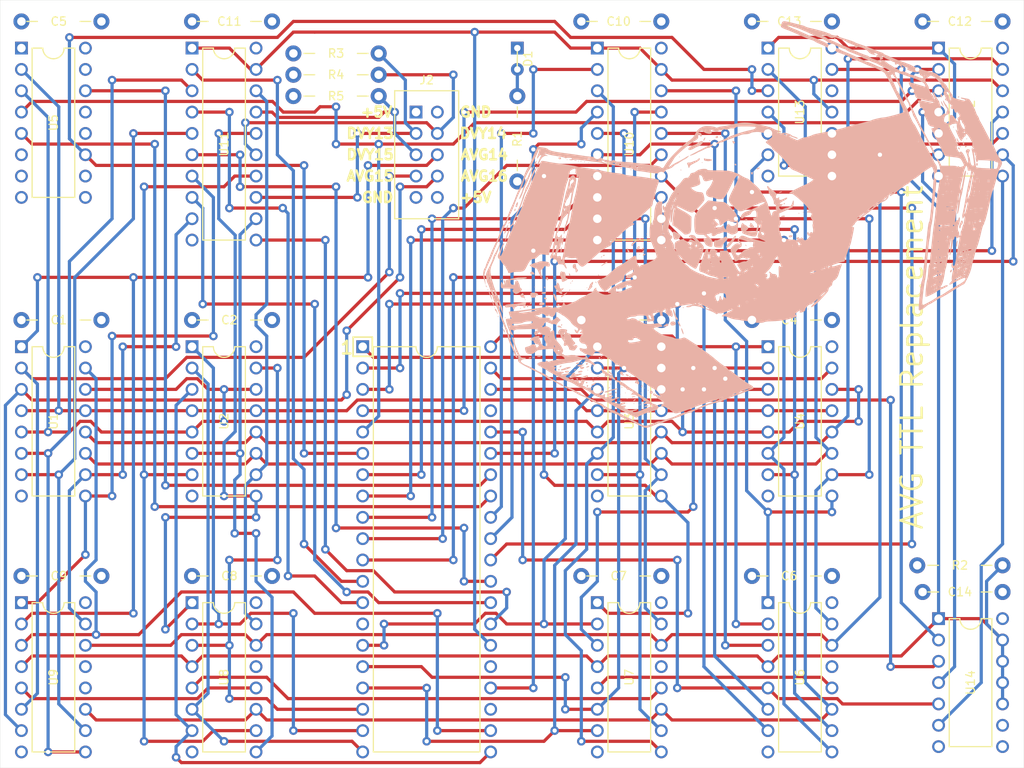
<source format=kicad_pcb>
(kicad_pcb (version 4) (host pcbnew 4.0.7)
  (layers (0 F.Cu signal) (1 Vcc power hide) (2 Ground power hide) (31 B.Cu signal) (34 B.Paste user) (35 F.Paste user) (36 B.SilkS user) (37 F.SilkS user) (38 B.Mask user) (39 F.Mask user) (44 Edge.Cuts user))
  (net 0 "")
  (net 1 +5V)
  (net 2 GND)
  (net 3 "Net-(D1-Pad2)")
  (net 4 AVG12)
  (net 5 AVG13)
  (net 6 "Net-(J1-Pad23)")
  (net 7 ~STROBE0)
  (net 8 "Net-(J1-Pad25)")
  (net 9 ~OP0)
  (net 10 DVY12)
  (net 11 DVY11)
  (net 12 AVG11)
  (net 13 AVG10)
  (net 14 AVG9)
  (net 15 AVG7)
  (net 16 AVG6)
  (net 17 AVG8)
  (net 18 DVY9)
  (net 19 AVG3)
  (net 20 AVG4)
  (net 21 AVG5)
  (net 22 ~STROBE2)
  (net 23 ~OP2)
  (net 24 ~VGGO)
  (net 25 DVY3)
  (net 26 DVY4)
  (net 27 DVY5)
  (net 28 DVY6)
  (net 29 DVY7)
  (net 30 DVY8)
  (net 31 DVY10)
  (net 32 DVY2)
  (net 33 DVY1)
  (net 34 DVY0)
  (net 35 OP1)
  (net 36 ~STROBE1)
  (net 37 ST2)
  (net 38 AVG0)
  (net 39 ST3)
  (net 40 AVG1)
  (net 41 AVG2)
  (net 42 PR)
  (net 43 "Net-(U1-Pad13)")
  (net 44 "Net-(U1-Pad14)")
  (net 45 "Net-(U1-Pad6)")
  (net 46 "Net-(U1-Pad7)")
  (net 47 "Net-(U1-Pad9)")
  (net 48 "Net-(U1-Pad10)")
  (net 49 ~GR)
  (net 50 ~GW)
  (net 51 "Net-(U11-Pad12)")
  (net 52 "Net-(U11-Pad14)")
  (net 53 "Net-(U11-Pad16)")
  (net 54 "Net-(U11-Pad18)")
  (net 55 "Net-(U10-Pad3)")
  (net 56 "Net-(U10-Pad5)")
  (net 57 "Net-(U10-Pad7)")
  (net 58 "Net-(U10-Pad9)")
  (net 59 "Net-(U10-Pad12)")
  (net 60 "Net-(U10-Pad14)")
  (net 61 "Net-(U10-Pad16)")
  (net 62 "Net-(U10-Pad18)")
  (net 63 "Net-(U5-Pad6)")
  (net 64 "Net-(U5-Pad7)")
  (net 65 "Net-(U5-Pad12)")
  (net 66 "Net-(U5-Pad13)")
  (net 67 ~LD)
  (net 68 "Net-(U6-Pad12)")
  (net 69 "Net-(U6-Pad13)")
  (net 70 CLR)
  (net 71 "Net-(U7-Pad12)")
  (net 72 "Net-(U7-Pad13)")
  (net 73 "Net-(U8-Pad12)")
  (net 74 "Net-(U8-Pad13)")
  (net 75 "Net-(U9-Pad12)")
  (net 76 "Net-(U9-Pad13)")
  (net 77 ~P)
  (net 78 "Net-(U12-Pad1)")
  (net 79 ~AVG0)
  (net 80 "Net-(U12-Pad10)")
  (net 81 "Net-(U12-Pad13)")
  (net 82 D)
  (net 83 "Net-(U13-Pad12)")
  (net 84 "Net-(U14-Pad8)")
  (net 85 "Net-(U14-Pad9)")
  (net 86 AVG15)
  (net 87 AVG14)
  (net 88 AVG16)
  (net 89 DVY13)
  (net 90 DVY15)
  (net 91 DVY14)
  (module AVG_Discrete_KiCad:DDIP40 (layer F.Cu) (at 139.065 92.71)
    (fp_text reference J1 hide)
    (fp_text value AVG_Connector hide)
    (pad 21 thru_hole circle (at 7.62 24.13) (size 1.524 1.524) (drill 1.016) (layers *.Cu *.Mask) (net 4 AVG12))
    (pad 22 thru_hole circle (at 7.62 21.59) (size 1.524 1.524) (drill 1.016) (layers *.Cu *.Mask) (net 5 AVG13))
    (pad 23 thru_hole circle (at 7.62 19.05) (size 1.524 1.524) (drill 1.016) (layers *.Cu *.Mask) (net 6 "Net-(J1-Pad23)"))
    (pad 24 thru_hole circle (at 7.62 16.51) (size 1.524 1.524) (drill 1.016) (layers *.Cu *.Mask) (net 7 ~STROBE0))
    (pad 25 thru_hole circle (at 7.62 13.97) (size 1.524 1.524) (drill 1.016) (layers *.Cu *.Mask) (net 8 "Net-(J1-Pad25)"))
    (pad 26 thru_hole circle (at 7.62 11.43) (size 1.524 1.524) (drill 1.016) (layers *.Cu *.Mask) (net 9 ~OP0))
    (pad 27 thru_hole circle (at 7.62 8.89) (size 1.524 1.524) (drill 1.016) (layers *.Cu *.Mask) (net 10 DVY12))
    (pad 28 thru_hole circle (at 7.62 6.35) (size 1.524 1.524) (drill 1.016) (layers *.Cu *.Mask) (net 11 DVY11))
    (pad 20 thru_hole circle (at -7.62 24.13) (size 1.524 1.524) (drill 1.016) (layers *.Cu *.Mask) (net 12 AVG11))
    (pad 19 thru_hole circle (at -7.62 21.59) (size 1.524 1.524) (drill 1.016) (layers *.Cu *.Mask) (net 13 AVG10))
    (pad 18 thru_hole circle (at -7.62 19.05) (size 1.524 1.524) (drill 1.016) (layers *.Cu *.Mask) (net 14 AVG9))
    (pad 16 thru_hole circle (at -7.62 13.97) (size 1.524 1.524) (drill 1.016) (layers *.Cu *.Mask) (net 15 AVG7))
    (pad 15 thru_hole circle (at -7.62 11.43) (size 1.524 1.524) (drill 1.016) (layers *.Cu *.Mask) (net 16 AVG6))
    (pad 14 thru_hole circle (at -7.62 8.89) (size 1.524 1.524) (drill 1.016) (layers *.Cu *.Mask) (net 2 GND))
    (pad 17 thru_hole circle (at -7.62 16.51) (size 1.524 1.524) (drill 1.016) (layers *.Cu *.Mask) (net 17 AVG8))
    (pad 13 thru_hole circle (at -7.62 6.35) (size 1.524 1.524) (drill 1.016) (layers *.Cu *.Mask) (net 18 DVY9))
    (pad 1 thru_hole rect (at -7.62 -24.13) (size 1.524 1.524) (drill 1.016) (layers *.Cu *.Mask) (net 19 AVG3))
    (pad 2 thru_hole circle (at -7.62 -21.59) (size 1.524 1.524) (drill 1.016) (layers *.Cu *.Mask) (net 20 AVG4))
    (pad 3 thru_hole circle (at -7.62 -19.05) (size 1.524 1.524) (drill 1.016) (layers *.Cu *.Mask) (net 21 AVG5))
    (pad 4 thru_hole circle (at -7.62 -16.51) (size 1.524 1.524) (drill 1.016) (layers *.Cu *.Mask) (net 22 ~STROBE2))
    (pad 5 thru_hole circle (at -7.62 -13.97) (size 1.524 1.524) (drill 1.016) (layers *.Cu *.Mask) (net 23 ~OP2))
    (pad 6 thru_hole circle (at -7.62 -11.43) (size 1.524 1.524) (drill 1.016) (layers *.Cu *.Mask) (net 24 ~VGGO))
    (pad 7 thru_hole circle (at -7.62 -8.89) (size 1.524 1.524) (drill 1.016) (layers *.Cu *.Mask) (net 25 DVY3))
    (pad 8 thru_hole circle (at -7.62 -6.35) (size 1.524 1.524) (drill 1.016) (layers *.Cu *.Mask) (net 26 DVY4))
    (pad 9 thru_hole circle (at -7.62 -3.81) (size 1.524 1.524) (drill 1.016) (layers *.Cu *.Mask) (net 27 DVY5))
    (pad 10 thru_hole circle (at -7.62 -1.27) (size 1.524 1.524) (drill 1.016) (layers *.Cu *.Mask) (net 28 DVY6))
    (pad 11 thru_hole circle (at -7.62 1.27) (size 1.524 1.524) (drill 1.016) (layers *.Cu *.Mask) (net 29 DVY7))
    (pad 12 thru_hole circle (at -7.62 3.81) (size 1.524 1.524) (drill 1.016) (layers *.Cu *.Mask) (net 30 DVY8))
    (pad 29 thru_hole circle (at 7.62 3.81) (size 1.524 1.524) (drill 1.016) (layers *.Cu *.Mask) (net 31 DVY10))
    (pad 30 thru_hole circle (at 7.62 1.27) (size 1.524 1.524) (drill 1.016) (layers *.Cu *.Mask) (net 32 DVY2))
    (pad 31 thru_hole circle (at 7.62 -1.27) (size 1.524 1.524) (drill 1.016) (layers *.Cu *.Mask) (net 33 DVY1))
    (pad 32 thru_hole circle (at 7.62 -3.81) (size 1.524 1.524) (drill 1.016) (layers *.Cu *.Mask) (net 34 DVY0))
    (pad 33 thru_hole circle (at 7.62 -6.35) (size 1.524 1.524) (drill 1.016) (layers *.Cu *.Mask) (net 35 OP1))
    (pad 34 thru_hole circle (at 7.62 -8.89) (size 1.524 1.524) (drill 1.016) (layers *.Cu *.Mask) (net 36 ~STROBE1))
    (pad 35 thru_hole circle (at 7.62 -11.43) (size 1.524 1.524) (drill 1.016) (layers *.Cu *.Mask) (net 37 ST2))
    (pad 36 thru_hole circle (at 7.62 -13.97) (size 1.524 1.524) (drill 1.016) (layers *.Cu *.Mask) (net 38 AVG0))
    (pad 37 thru_hole circle (at 7.62 -16.51) (size 1.524 1.524) (drill 1.016) (layers *.Cu *.Mask) (net 1 +5V))
    (pad 38 thru_hole circle (at 7.62 -19.05) (size 1.524 1.524) (drill 1.016) (layers *.Cu *.Mask) (net 39 ST3))
    (pad 39 thru_hole circle (at 7.62 -21.59) (size 1.524 1.524) (drill 1.016) (layers *.Cu *.Mask) (net 40 AVG1))
    (pad 40 thru_hole circle (at 7.62 -24.13) (size 1.524 1.524) (drill 1.016) (layers *.Cu *.Mask) (net 41 AVG2))
  )
  (module AVG_Discrete_KiCad:DIP16 (layer F.Cu) (at 94.615 77.47)
    (fp_text reference U1 (at 0 0 90) (layer F.SilkS))
    (fp_text value 74LS670_ hide)
    (pad 4 thru_hole circle (at -3.81 -1.27) (size 1.524 1.524) (drill 1.016) (layers *.Cu *.Mask) (net 43 "Net-(U1-Pad13)"))
    (pad 3 thru_hole circle (at -3.81 -3.81) (size 1.524 1.524) (drill 1.016) (layers *.Cu *.Mask) (net 88 AVG16))
    (pad 2 thru_hole circle (at -3.81 -6.35) (size 1.524 1.524) (drill 1.016) (layers *.Cu *.Mask) (net 86 AVG15))
    (pad 1 thru_hole rect (at -3.81 -8.89) (size 1.524 1.524) (drill 1.016) (layers *.Cu *.Mask) (net 87 AVG14))
    (pad 5 thru_hole circle (at -3.81 1.27) (size 1.524 1.524) (drill 1.016) (layers *.Cu *.Mask) (net 44 "Net-(U1-Pad14)"))
    (pad 6 thru_hole circle (at -3.81 3.81) (size 1.524 1.524) (drill 1.016) (layers *.Cu *.Mask) (net 45 "Net-(U1-Pad6)"))
    (pad 7 thru_hole circle (at -3.81 6.35) (size 1.524 1.524) (drill 1.016) (layers *.Cu *.Mask) (net 46 "Net-(U1-Pad7)"))
    (pad 8 thru_hole circle (at -3.81 8.89) (size 1.524 1.524) (drill 1.016) (layers *.Cu *.Mask) (net 2 GND))
    (pad 9 thru_hole circle (at 3.81 8.89) (size 1.524 1.524) (drill 1.016) (layers *.Cu *.Mask) (net 47 "Net-(U1-Pad9)"))
    (pad 10 thru_hole circle (at 3.81 6.35) (size 1.524 1.524) (drill 1.016) (layers *.Cu *.Mask) (net 48 "Net-(U1-Pad10)"))
    (pad 11 thru_hole circle (at 3.81 3.81) (size 1.524 1.524) (drill 1.016) (layers *.Cu *.Mask) (net 49 ~GR))
    (pad 12 thru_hole circle (at 3.81 1.27) (size 1.524 1.524) (drill 1.016) (layers *.Cu *.Mask) (net 50 ~GW))
    (pad 13 thru_hole circle (at 3.81 -1.27) (size 1.524 1.524) (drill 1.016) (layers *.Cu *.Mask) (net 43 "Net-(U1-Pad13)"))
    (pad 14 thru_hole circle (at 3.81 -3.81) (size 1.524 1.524) (drill 1.016) (layers *.Cu *.Mask) (net 44 "Net-(U1-Pad14)"))
    (pad 15 thru_hole circle (at 3.81 -6.35) (size 1.524 1.524) (drill 1.016) (layers *.Cu *.Mask) (net 5 AVG13))
    (pad 16 thru_hole circle (at 3.81 -8.89) (size 1.524 1.524) (drill 1.016) (layers *.Cu *.Mask) (net 1 +5V))
  )
  (module AVG_Discrete_KiCad:10PinHeader (layer F.Cu) (at 139.065 46.99)
    (fp_text reference J2 (at 0 -10.16) (layer F.SilkS))
    (fp_text value AUX_Connector hide)
    (pad 1 thru_hole rect (at -1.27 -6.35) (size 1.524 1.524) (drill 1.016) (layers *.Cu *.Mask) (net 1 +5V))
    (pad 2 thru_hole circle (at -1.27 -3.81) (size 1.524 1.524) (drill 1.016) (layers *.Cu *.Mask) (net 89 DVY13))
    (pad 3 thru_hole circle (at -1.27 -1.27) (size 1.524 1.524) (drill 1.016) (layers *.Cu *.Mask) (net 90 DVY15))
    (pad 4 thru_hole circle (at -1.27 1.27) (size 1.524 1.524) (drill 1.016) (layers *.Cu *.Mask) (net 86 AVG15))
    (pad 5 thru_hole circle (at -1.27 3.81) (size 1.524 1.524) (drill 1.016) (layers *.Cu *.Mask) (net 2 GND))
    (pad 8 thru_hole circle (at 1.27 -1.27) (size 1.524 1.524) (drill 1.016) (layers *.Cu *.Mask) (net 87 AVG14))
    (pad 7 thru_hole circle (at 1.27 -3.81) (size 1.524 1.524) (drill 1.016) (layers *.Cu *.Mask) (net 91 DVY14))
    (pad 6 thru_hole circle (at 1.27 -6.35) (size 1.524 1.524) (drill 1.016) (layers *.Cu *.Mask) (net 2 GND))
    (pad 9 thru_hole circle (at 1.27 1.27) (size 1.524 1.524) (drill 1.016) (layers *.Cu *.Mask) (net 88 AVG16))
    (pad 10 thru_hole circle (at 1.27 3.81) (size 1.524 1.524) (drill 1.016) (layers *.Cu *.Mask) (net 1 +5V))
  )
  (module AVG_Discrete_KiCad:DIP16 (layer F.Cu) (at 94.615 107.95)
    (fp_text reference U9 (at 0 0 90) (layer F.SilkS))
    (fp_text value 74LS193_ hide)
    (pad 4 thru_hole circle (at -3.81 -1.27) (size 1.524 1.524) (drill 1.016) (layers *.Cu *.Mask) (net 42 PR))
    (pad 3 thru_hole circle (at -3.81 -3.81) (size 1.524 1.524) (drill 1.016) (layers *.Cu *.Mask) (net 5 AVG13))
    (pad 2 thru_hole circle (at -3.81 -6.35) (size 1.524 1.524) (drill 1.016) (layers *.Cu *.Mask) (net 87 AVG14))
    (pad 1 thru_hole rect (at -3.81 -8.89) (size 1.524 1.524) (drill 1.016) (layers *.Cu *.Mask) (net 47 "Net-(U1-Pad9)"))
    (pad 5 thru_hole circle (at -3.81 1.27) (size 1.524 1.524) (drill 1.016) (layers *.Cu *.Mask) (net 73 "Net-(U8-Pad12)"))
    (pad 6 thru_hole circle (at -3.81 3.81) (size 1.524 1.524) (drill 1.016) (layers *.Cu *.Mask) (net 86 AVG15))
    (pad 7 thru_hole circle (at -3.81 6.35) (size 1.524 1.524) (drill 1.016) (layers *.Cu *.Mask) (net 88 AVG16))
    (pad 8 thru_hole circle (at -3.81 8.89) (size 1.524 1.524) (drill 1.016) (layers *.Cu *.Mask) (net 2 GND))
    (pad 9 thru_hole circle (at 3.81 8.89) (size 1.524 1.524) (drill 1.016) (layers *.Cu *.Mask) (net 45 "Net-(U1-Pad6)"))
    (pad 10 thru_hole circle (at 3.81 6.35) (size 1.524 1.524) (drill 1.016) (layers *.Cu *.Mask) (net 46 "Net-(U1-Pad7)"))
    (pad 11 thru_hole circle (at 3.81 3.81) (size 1.524 1.524) (drill 1.016) (layers *.Cu *.Mask) (net 67 ~LD))
    (pad 12 thru_hole circle (at 3.81 1.27) (size 1.524 1.524) (drill 1.016) (layers *.Cu *.Mask) (net 75 "Net-(U9-Pad12)"))
    (pad 13 thru_hole circle (at 3.81 -1.27) (size 1.524 1.524) (drill 1.016) (layers *.Cu *.Mask) (net 76 "Net-(U9-Pad13)"))
    (pad 14 thru_hole circle (at 3.81 -3.81) (size 1.524 1.524) (drill 1.016) (layers *.Cu *.Mask) (net 70 CLR))
    (pad 15 thru_hole circle (at 3.81 -6.35) (size 1.524 1.524) (drill 1.016) (layers *.Cu *.Mask) (net 48 "Net-(U1-Pad10)"))
    (pad 16 thru_hole circle (at 3.81 -8.89) (size 1.524 1.524) (drill 1.016) (layers *.Cu *.Mask) (net 1 +5V))
  )
  (module AVG_Discrete_KiCad:DIP16 (layer F.Cu) (at 114.935 77.47)
    (fp_text reference U2 (at 0 0 90) (layer F.SilkS))
    (fp_text value 74LS670_ hide)
    (pad 4 thru_hole circle (at -3.81 -1.27) (size 1.524 1.524) (drill 1.016) (layers *.Cu *.Mask) (net 43 "Net-(U1-Pad13)"))
    (pad 3 thru_hole circle (at -3.81 -3.81) (size 1.524 1.524) (drill 1.016) (layers *.Cu *.Mask) (net 4 AVG12))
    (pad 2 thru_hole circle (at -3.81 -6.35) (size 1.524 1.524) (drill 1.016) (layers *.Cu *.Mask) (net 12 AVG11))
    (pad 1 thru_hole rect (at -3.81 -8.89) (size 1.524 1.524) (drill 1.016) (layers *.Cu *.Mask) (net 13 AVG10))
    (pad 5 thru_hole circle (at -3.81 1.27) (size 1.524 1.524) (drill 1.016) (layers *.Cu *.Mask) (net 44 "Net-(U1-Pad14)"))
    (pad 6 thru_hole circle (at -3.81 3.81) (size 1.524 1.524) (drill 1.016) (layers *.Cu *.Mask) (net 51 "Net-(U11-Pad12)"))
    (pad 7 thru_hole circle (at -3.81 6.35) (size 1.524 1.524) (drill 1.016) (layers *.Cu *.Mask) (net 52 "Net-(U11-Pad14)"))
    (pad 8 thru_hole circle (at -3.81 8.89) (size 1.524 1.524) (drill 1.016) (layers *.Cu *.Mask) (net 2 GND))
    (pad 9 thru_hole circle (at 3.81 8.89) (size 1.524 1.524) (drill 1.016) (layers *.Cu *.Mask) (net 53 "Net-(U11-Pad16)"))
    (pad 10 thru_hole circle (at 3.81 6.35) (size 1.524 1.524) (drill 1.016) (layers *.Cu *.Mask) (net 54 "Net-(U11-Pad18)"))
    (pad 11 thru_hole circle (at 3.81 3.81) (size 1.524 1.524) (drill 1.016) (layers *.Cu *.Mask) (net 49 ~GR))
    (pad 12 thru_hole circle (at 3.81 1.27) (size 1.524 1.524) (drill 1.016) (layers *.Cu *.Mask) (net 50 ~GW))
    (pad 13 thru_hole circle (at 3.81 -1.27) (size 1.524 1.524) (drill 1.016) (layers *.Cu *.Mask) (net 43 "Net-(U1-Pad13)"))
    (pad 14 thru_hole circle (at 3.81 -3.81) (size 1.524 1.524) (drill 1.016) (layers *.Cu *.Mask) (net 44 "Net-(U1-Pad14)"))
    (pad 15 thru_hole circle (at 3.81 -6.35) (size 1.524 1.524) (drill 1.016) (layers *.Cu *.Mask) (net 14 AVG9))
    (pad 16 thru_hole circle (at 3.81 -8.89) (size 1.524 1.524) (drill 1.016) (layers *.Cu *.Mask) (net 1 +5V))
  )
  (module AVG_Discrete_KiCad:DIP20 (layer F.Cu) (at 163.195 44.45)
    (fp_text reference U10 (at 0 0 90) (layer F.SilkS))
    (fp_text value 74LS244_ hide)
    (pad 1 thru_hole rect (at -3.81 -11.43) (size 1.524 1.524) (drill 1.016) (layers *.Cu *.Mask) (net 9 ~OP0))
    (pad 2 thru_hole circle (at -3.81 -8.89) (size 1.524 1.524) (drill 1.016) (layers *.Cu *.Mask) (net 34 DVY0))
    (pad 3 thru_hole circle (at -3.81 -6.35) (size 1.524 1.524) (drill 1.016) (layers *.Cu *.Mask) (net 55 "Net-(U10-Pad3)"))
    (pad 4 thru_hole circle (at -3.81 -3.81) (size 1.524 1.524) (drill 1.016) (layers *.Cu *.Mask) (net 33 DVY1))
    (pad 5 thru_hole circle (at -3.81 -1.27) (size 1.524 1.524) (drill 1.016) (layers *.Cu *.Mask) (net 56 "Net-(U10-Pad5)"))
    (pad 6 thru_hole circle (at -3.81 1.27) (size 1.524 1.524) (drill 1.016) (layers *.Cu *.Mask) (net 32 DVY2))
    (pad 7 thru_hole circle (at -3.81 3.81) (size 1.524 1.524) (drill 1.016) (layers *.Cu *.Mask) (net 57 "Net-(U10-Pad7)"))
    (pad 8 thru_hole circle (at -3.81 6.35) (size 1.524 1.524) (drill 1.016) (layers *.Cu *.Mask) (net 25 DVY3))
    (pad 9 thru_hole circle (at -3.81 8.89) (size 1.524 1.524) (drill 1.016) (layers *.Cu *.Mask) (net 58 "Net-(U10-Pad9)"))
    (pad 10 thru_hole circle (at -3.81 11.43) (size 1.524 1.524) (drill 1.016) (layers *.Cu *.Mask) (net 2 GND))
    (pad 11 thru_hole circle (at 3.81 11.43) (size 1.524 1.524) (drill 1.016) (layers *.Cu *.Mask) (net 26 DVY4))
    (pad 12 thru_hole circle (at 3.81 8.89) (size 1.524 1.524) (drill 1.016) (layers *.Cu *.Mask) (net 59 "Net-(U10-Pad12)"))
    (pad 13 thru_hole circle (at 3.81 6.35) (size 1.524 1.524) (drill 1.016) (layers *.Cu *.Mask) (net 27 DVY5))
    (pad 14 thru_hole circle (at 3.81 3.81) (size 1.524 1.524) (drill 1.016) (layers *.Cu *.Mask) (net 60 "Net-(U10-Pad14)"))
    (pad 15 thru_hole circle (at 3.81 1.27) (size 1.524 1.524) (drill 1.016) (layers *.Cu *.Mask) (net 28 DVY6))
    (pad 16 thru_hole circle (at 3.81 -1.27) (size 1.524 1.524) (drill 1.016) (layers *.Cu *.Mask) (net 61 "Net-(U10-Pad16)"))
    (pad 17 thru_hole circle (at 3.81 -3.81) (size 1.524 1.524) (drill 1.016) (layers *.Cu *.Mask) (net 29 DVY7))
    (pad 18 thru_hole circle (at 3.81 -6.35) (size 1.524 1.524) (drill 1.016) (layers *.Cu *.Mask) (net 62 "Net-(U10-Pad18)"))
    (pad 19 thru_hole circle (at 3.81 -8.89) (size 1.524 1.524) (drill 1.016) (layers *.Cu *.Mask) (net 9 ~OP0))
    (pad 20 thru_hole circle (at 3.81 -11.43) (size 1.524 1.524) (drill 1.016) (layers *.Cu *.Mask) (net 1 +5V))
  )
  (module AVG_Discrete_KiCad:DIP20 (layer F.Cu) (at 114.935 44.45)
    (fp_text reference U11 (at 0 0 90) (layer F.SilkS))
    (fp_text value 74LS244_ hide)
    (pad 1 thru_hole rect (at -3.81 -11.43) (size 1.524 1.524) (drill 1.016) (layers *.Cu *.Mask) (net 9 ~OP0))
    (pad 2 thru_hole circle (at -3.81 -8.89) (size 1.524 1.524) (drill 1.016) (layers *.Cu *.Mask) (net 30 DVY8))
    (pad 3 thru_hole circle (at -3.81 -6.35) (size 1.524 1.524) (drill 1.016) (layers *.Cu *.Mask) (net 45 "Net-(U1-Pad6)"))
    (pad 4 thru_hole circle (at -3.81 -3.81) (size 1.524 1.524) (drill 1.016) (layers *.Cu *.Mask) (net 18 DVY9))
    (pad 5 thru_hole circle (at -3.81 -1.27) (size 1.524 1.524) (drill 1.016) (layers *.Cu *.Mask) (net 46 "Net-(U1-Pad7)"))
    (pad 6 thru_hole circle (at -3.81 1.27) (size 1.524 1.524) (drill 1.016) (layers *.Cu *.Mask) (net 31 DVY10))
    (pad 7 thru_hole circle (at -3.81 3.81) (size 1.524 1.524) (drill 1.016) (layers *.Cu *.Mask) (net 47 "Net-(U1-Pad9)"))
    (pad 8 thru_hole circle (at -3.81 6.35) (size 1.524 1.524) (drill 1.016) (layers *.Cu *.Mask) (net 11 DVY11))
    (pad 9 thru_hole circle (at -3.81 8.89) (size 1.524 1.524) (drill 1.016) (layers *.Cu *.Mask) (net 48 "Net-(U1-Pad10)"))
    (pad 10 thru_hole circle (at -3.81 11.43) (size 1.524 1.524) (drill 1.016) (layers *.Cu *.Mask) (net 2 GND))
    (pad 11 thru_hole circle (at 3.81 11.43) (size 1.524 1.524) (drill 1.016) (layers *.Cu *.Mask) (net 10 DVY12))
    (pad 12 thru_hole circle (at 3.81 8.89) (size 1.524 1.524) (drill 1.016) (layers *.Cu *.Mask) (net 51 "Net-(U11-Pad12)"))
    (pad 13 thru_hole circle (at 3.81 6.35) (size 1.524 1.524) (drill 1.016) (layers *.Cu *.Mask) (net 89 DVY13))
    (pad 14 thru_hole circle (at 3.81 3.81) (size 1.524 1.524) (drill 1.016) (layers *.Cu *.Mask) (net 52 "Net-(U11-Pad14)"))
    (pad 15 thru_hole circle (at 3.81 1.27) (size 1.524 1.524) (drill 1.016) (layers *.Cu *.Mask) (net 91 DVY14))
    (pad 16 thru_hole circle (at 3.81 -1.27) (size 1.524 1.524) (drill 1.016) (layers *.Cu *.Mask) (net 53 "Net-(U11-Pad16)"))
    (pad 17 thru_hole circle (at 3.81 -3.81) (size 1.524 1.524) (drill 1.016) (layers *.Cu *.Mask) (net 90 DVY15))
    (pad 18 thru_hole circle (at 3.81 -6.35) (size 1.524 1.524) (drill 1.016) (layers *.Cu *.Mask) (net 54 "Net-(U11-Pad18)"))
    (pad 19 thru_hole circle (at 3.81 -8.89) (size 1.524 1.524) (drill 1.016) (layers *.Cu *.Mask) (net 9 ~OP0))
    (pad 20 thru_hole circle (at 3.81 -11.43) (size 1.524 1.524) (drill 1.016) (layers *.Cu *.Mask) (net 1 +5V))
  )
  (module AVG_Discrete_KiCad:GenericC (layer F.Cu) (at 95.25 65.405 90)
    (fp_text reference C1 (at 0 0 180) (layer F.SilkS))
    (fp_text value .1uF hide)
    (pad 1 thru_hole circle (at 0 5.08 90) (size 1.905 1.905) (drill 1.016) (layers *.Cu *.Mask) (net 1 +5V))
    (pad 2 thru_hole circle (at 0 -4.445 90) (size 1.905 1.905) (drill 1.016) (layers *.Cu *.Mask) (net 2 GND))
  )
  (module AVG_Discrete_KiCad:GenericC (layer F.Cu) (at 115.57 65.405 90)
    (fp_text reference C2 (at 0 0 180) (layer F.SilkS))
    (fp_text value .1uF hide)
    (pad 1 thru_hole circle (at 0 5.08 90) (size 1.905 1.905) (drill 1.016) (layers *.Cu *.Mask) (net 1 +5V))
    (pad 2 thru_hole circle (at 0 -4.445 90) (size 1.905 1.905) (drill 1.016) (layers *.Cu *.Mask) (net 2 GND))
  )
  (module AVG_Discrete_KiCad:GenericC (layer F.Cu) (at 161.925 65.405 90)
    (fp_text reference C3 (at 0 0 180) (layer F.SilkS))
    (fp_text value .1uF hide)
    (pad 1 thru_hole circle (at 0 5.08 90) (size 1.905 1.905) (drill 1.016) (layers *.Cu *.Mask) (net 1 +5V))
    (pad 2 thru_hole circle (at 0 -4.445 90) (size 1.905 1.905) (drill 1.016) (layers *.Cu *.Mask) (net 2 GND))
  )
  (module AVG_Discrete_KiCad:GenericC (layer F.Cu) (at 182.245 65.405 90)
    (fp_text reference C4 (at 0 0 180) (layer F.SilkS))
    (fp_text value .1uF hide)
    (pad 1 thru_hole circle (at 0 5.08 90) (size 1.905 1.905) (drill 1.016) (layers *.Cu *.Mask) (net 1 +5V))
    (pad 2 thru_hole circle (at 0 -4.445 90) (size 1.905 1.905) (drill 1.016) (layers *.Cu *.Mask) (net 2 GND))
  )
  (module AVG_Discrete_KiCad:GenericC (layer F.Cu) (at 95.25 29.845 90)
    (fp_text reference C5 (at 0 0 180) (layer F.SilkS))
    (fp_text value .1uF hide)
    (pad 1 thru_hole circle (at 0 5.08 90) (size 1.905 1.905) (drill 1.016) (layers *.Cu *.Mask) (net 1 +5V))
    (pad 2 thru_hole circle (at 0 -4.445 90) (size 1.905 1.905) (drill 1.016) (layers *.Cu *.Mask) (net 2 GND))
  )
  (module AVG_Discrete_KiCad:GenericC (layer F.Cu) (at 182.245 95.885 90)
    (fp_text reference C6 (at 0 0 180) (layer F.SilkS))
    (fp_text value .1uF hide)
    (pad 1 thru_hole circle (at 0 5.08 90) (size 1.905 1.905) (drill 1.016) (layers *.Cu *.Mask) (net 1 +5V))
    (pad 2 thru_hole circle (at 0 -4.445 90) (size 1.905 1.905) (drill 1.016) (layers *.Cu *.Mask) (net 2 GND))
  )
  (module AVG_Discrete_KiCad:GenericC (layer F.Cu) (at 161.925 95.885 90)
    (fp_text reference C7 (at 0 0 180) (layer F.SilkS))
    (fp_text value .1uF hide)
    (pad 1 thru_hole circle (at 0 5.08 90) (size 1.905 1.905) (drill 1.016) (layers *.Cu *.Mask) (net 1 +5V))
    (pad 2 thru_hole circle (at 0 -4.445 90) (size 1.905 1.905) (drill 1.016) (layers *.Cu *.Mask) (net 2 GND))
  )
  (module AVG_Discrete_KiCad:GenericC (layer F.Cu) (at 115.57 95.885 90)
    (fp_text reference C8 (at 0 0 180) (layer F.SilkS))
    (fp_text value .1uF hide)
    (pad 1 thru_hole circle (at 0 5.08 90) (size 1.905 1.905) (drill 1.016) (layers *.Cu *.Mask) (net 1 +5V))
    (pad 2 thru_hole circle (at 0 -4.445 90) (size 1.905 1.905) (drill 1.016) (layers *.Cu *.Mask) (net 2 GND))
  )
  (module AVG_Discrete_KiCad:GenericC (layer F.Cu) (at 95.25 95.885 90)
    (fp_text reference C9 (at 0 0 180) (layer F.SilkS))
    (fp_text value .1uF hide)
    (pad 1 thru_hole circle (at 0 5.08 90) (size 1.905 1.905) (drill 1.016) (layers *.Cu *.Mask) (net 1 +5V))
    (pad 2 thru_hole circle (at 0 -4.445 90) (size 1.905 1.905) (drill 1.016) (layers *.Cu *.Mask) (net 2 GND))
  )
  (module AVG_Discrete_KiCad:GenericC (layer F.Cu) (at 161.925 29.845 90)
    (fp_text reference C10 (at 0 0 180) (layer F.SilkS))
    (fp_text value .1uF hide)
    (pad 1 thru_hole circle (at 0 5.08 90) (size 1.905 1.905) (drill 1.016) (layers *.Cu *.Mask) (net 1 +5V))
    (pad 2 thru_hole circle (at 0 -4.445 90) (size 1.905 1.905) (drill 1.016) (layers *.Cu *.Mask) (net 2 GND))
  )
  (module AVG_Discrete_KiCad:GenericC (layer F.Cu) (at 115.57 29.845 90)
    (fp_text reference C11 (at 0 0 180) (layer F.SilkS))
    (fp_text value .1uF hide)
    (pad 1 thru_hole circle (at 0 5.08 90) (size 1.905 1.905) (drill 1.016) (layers *.Cu *.Mask) (net 1 +5V))
    (pad 2 thru_hole circle (at 0 -4.445 90) (size 1.905 1.905) (drill 1.016) (layers *.Cu *.Mask) (net 2 GND))
  )
  (module AVG_Discrete_KiCad:GenericC (layer F.Cu) (at 202.565 29.845 90)
    (fp_text reference C12 (at 0 0 180) (layer F.SilkS))
    (fp_text value .1uF hide)
    (pad 1 thru_hole circle (at 0 5.08 90) (size 1.905 1.905) (drill 1.016) (layers *.Cu *.Mask) (net 1 +5V))
    (pad 2 thru_hole circle (at 0 -4.445 90) (size 1.905 1.905) (drill 1.016) (layers *.Cu *.Mask) (net 2 GND))
  )
  (module AVG_Discrete_KiCad:GenericC (layer F.Cu) (at 182.245 29.845 90)
    (fp_text reference C13 (at 0 0 180) (layer F.SilkS))
    (fp_text value .1uF hide)
    (pad 1 thru_hole circle (at 0 5.08 90) (size 1.905 1.905) (drill 1.016) (layers *.Cu *.Mask) (net 1 +5V))
    (pad 2 thru_hole circle (at 0 -4.445 90) (size 1.905 1.905) (drill 1.016) (layers *.Cu *.Mask) (net 2 GND))
  )
  (module AVG_Discrete_KiCad:GenericC (layer F.Cu) (at 202.565 97.79 90)
    (fp_text reference C14 (at 0 0 180) (layer F.SilkS))
    (fp_text value .1uF hide)
    (pad 1 thru_hole circle (at 0 5.08 90) (size 1.905 1.905) (drill 1.016) (layers *.Cu *.Mask) (net 1 +5V))
    (pad 2 thru_hole circle (at 0 -4.445 90) (size 1.905 1.905) (drill 1.016) (layers *.Cu *.Mask) (net 2 GND))
  )
  (module AVG_Discrete_KiCad:LED (layer F.Cu) (at 149.86 34.29 90)
    (fp_text reference D1 (at 0 1.27 90) (layer F.SilkS))
    (fp_text value LED hide)
    (pad 1 thru_hole rect (at 1.27 0 90) (size 1.524 1.524) (drill 0.762) (layers *.Cu *.Mask) (net 2 GND))
    (pad 2 thru_hole circle (at -1.27 0 90) (size 1.524 1.524) (drill 0.762) (layers *.Cu *.Mask) (net 3 "Net-(D1-Pad2)"))
  )
  (module AVG_Discrete_KiCad:GenericR (layer F.Cu) (at 149.86 43.815)
    (fp_text reference R1 (at 0 0 90) (layer F.SilkS))
    (fp_text value 1k hide)
    (pad 1 thru_hole circle (at 0 5.08) (size 1.905 1.905) (drill 1.016) (layers *.Cu *.Mask) (net 1 +5V))
    (pad 2 thru_hole circle (at 0 -5.08) (size 1.905 1.905) (drill 1.016) (layers *.Cu *.Mask) (net 3 "Net-(D1-Pad2)"))
  )
  (module AVG_Discrete_KiCad:GenericR (layer F.Cu) (at 202.565 94.615 270)
    (fp_text reference R2 (at 0 0 360) (layer F.SilkS))
    (fp_text value 1k hide)
    (pad 1 thru_hole circle (at 0 5.08 270) (size 1.905 1.905) (drill 1.016) (layers *.Cu *.Mask) (net 1 +5V))
    (pad 2 thru_hole circle (at 0 -5.08 270) (size 1.905 1.905) (drill 1.016) (layers *.Cu *.Mask) (net 42 PR))
  )
  (module AVG_Discrete_KiCad:GenericR (layer F.Cu) (at 128.27 33.655 270)
    (fp_text reference R3 (at 0 0 360) (layer F.SilkS))
    (fp_text value 1k hide)
    (pad 1 thru_hole circle (at 0 5.08 270) (size 1.905 1.905) (drill 1.016) (layers *.Cu *.Mask) (net 1 +5V))
    (pad 2 thru_hole circle (at 0 -5.08 270) (size 1.905 1.905) (drill 1.016) (layers *.Cu *.Mask) (net 89 DVY13))
  )
  (module AVG_Discrete_KiCad:GenericR (layer F.Cu) (at 128.27 36.195 270)
    (fp_text reference R4 (at 0 0 360) (layer F.SilkS))
    (fp_text value 1k hide)
    (pad 1 thru_hole circle (at 0 5.08 270) (size 1.905 1.905) (drill 1.016) (layers *.Cu *.Mask) (net 1 +5V))
    (pad 2 thru_hole circle (at 0 -5.08 270) (size 1.905 1.905) (drill 1.016) (layers *.Cu *.Mask) (net 91 DVY14))
  )
  (module AVG_Discrete_KiCad:GenericR (layer F.Cu) (at 128.27 38.735 270)
    (fp_text reference R5 (at 0 0 360) (layer F.SilkS))
    (fp_text value 1k hide)
    (pad 1 thru_hole circle (at 0 5.08 270) (size 1.905 1.905) (drill 1.016) (layers *.Cu *.Mask) (net 1 +5V))
    (pad 2 thru_hole circle (at 0 -5.08 270) (size 1.905 1.905) (drill 1.016) (layers *.Cu *.Mask) (net 90 DVY15))
  )
  (module AVG_Discrete_KiCad:DIP16 (layer F.Cu) (at 163.195 77.47)
    (fp_text reference U3 (at 0 0 90) (layer F.SilkS))
    (fp_text value 74LS670_ hide)
    (pad 4 thru_hole circle (at -3.81 -1.27) (size 1.524 1.524) (drill 1.016) (layers *.Cu *.Mask) (net 43 "Net-(U1-Pad13)"))
    (pad 3 thru_hole circle (at -3.81 -3.81) (size 1.524 1.524) (drill 1.016) (layers *.Cu *.Mask) (net 17 AVG8))
    (pad 2 thru_hole circle (at -3.81 -6.35) (size 1.524 1.524) (drill 1.016) (layers *.Cu *.Mask) (net 15 AVG7))
    (pad 1 thru_hole rect (at -3.81 -8.89) (size 1.524 1.524) (drill 1.016) (layers *.Cu *.Mask) (net 16 AVG6))
    (pad 5 thru_hole circle (at -3.81 1.27) (size 1.524 1.524) (drill 1.016) (layers *.Cu *.Mask) (net 44 "Net-(U1-Pad14)"))
    (pad 6 thru_hole circle (at -3.81 3.81) (size 1.524 1.524) (drill 1.016) (layers *.Cu *.Mask) (net 55 "Net-(U10-Pad3)"))
    (pad 7 thru_hole circle (at -3.81 6.35) (size 1.524 1.524) (drill 1.016) (layers *.Cu *.Mask) (net 56 "Net-(U10-Pad5)"))
    (pad 8 thru_hole circle (at -3.81 8.89) (size 1.524 1.524) (drill 1.016) (layers *.Cu *.Mask) (net 2 GND))
    (pad 9 thru_hole circle (at 3.81 8.89) (size 1.524 1.524) (drill 1.016) (layers *.Cu *.Mask) (net 57 "Net-(U10-Pad7)"))
    (pad 10 thru_hole circle (at 3.81 6.35) (size 1.524 1.524) (drill 1.016) (layers *.Cu *.Mask) (net 58 "Net-(U10-Pad9)"))
    (pad 11 thru_hole circle (at 3.81 3.81) (size 1.524 1.524) (drill 1.016) (layers *.Cu *.Mask) (net 49 ~GR))
    (pad 12 thru_hole circle (at 3.81 1.27) (size 1.524 1.524) (drill 1.016) (layers *.Cu *.Mask) (net 50 ~GW))
    (pad 13 thru_hole circle (at 3.81 -1.27) (size 1.524 1.524) (drill 1.016) (layers *.Cu *.Mask) (net 43 "Net-(U1-Pad13)"))
    (pad 14 thru_hole circle (at 3.81 -3.81) (size 1.524 1.524) (drill 1.016) (layers *.Cu *.Mask) (net 44 "Net-(U1-Pad14)"))
    (pad 15 thru_hole circle (at 3.81 -6.35) (size 1.524 1.524) (drill 1.016) (layers *.Cu *.Mask) (net 21 AVG5))
    (pad 16 thru_hole circle (at 3.81 -8.89) (size 1.524 1.524) (drill 1.016) (layers *.Cu *.Mask) (net 1 +5V))
  )
  (module AVG_Discrete_KiCad:DIP16 (layer F.Cu) (at 183.515 77.47)
    (fp_text reference U4 (at 0 0 90) (layer F.SilkS))
    (fp_text value 74LS670_ hide)
    (pad 4 thru_hole circle (at -3.81 -1.27) (size 1.524 1.524) (drill 1.016) (layers *.Cu *.Mask) (net 43 "Net-(U1-Pad13)"))
    (pad 3 thru_hole circle (at -3.81 -3.81) (size 1.524 1.524) (drill 1.016) (layers *.Cu *.Mask) (net 20 AVG4))
    (pad 2 thru_hole circle (at -3.81 -6.35) (size 1.524 1.524) (drill 1.016) (layers *.Cu *.Mask) (net 19 AVG3))
    (pad 1 thru_hole rect (at -3.81 -8.89) (size 1.524 1.524) (drill 1.016) (layers *.Cu *.Mask) (net 41 AVG2))
    (pad 5 thru_hole circle (at -3.81 1.27) (size 1.524 1.524) (drill 1.016) (layers *.Cu *.Mask) (net 44 "Net-(U1-Pad14)"))
    (pad 6 thru_hole circle (at -3.81 3.81) (size 1.524 1.524) (drill 1.016) (layers *.Cu *.Mask) (net 59 "Net-(U10-Pad12)"))
    (pad 7 thru_hole circle (at -3.81 6.35) (size 1.524 1.524) (drill 1.016) (layers *.Cu *.Mask) (net 60 "Net-(U10-Pad14)"))
    (pad 8 thru_hole circle (at -3.81 8.89) (size 1.524 1.524) (drill 1.016) (layers *.Cu *.Mask) (net 2 GND))
    (pad 9 thru_hole circle (at 3.81 8.89) (size 1.524 1.524) (drill 1.016) (layers *.Cu *.Mask) (net 61 "Net-(U10-Pad16)"))
    (pad 10 thru_hole circle (at 3.81 6.35) (size 1.524 1.524) (drill 1.016) (layers *.Cu *.Mask) (net 62 "Net-(U10-Pad18)"))
    (pad 11 thru_hole circle (at 3.81 3.81) (size 1.524 1.524) (drill 1.016) (layers *.Cu *.Mask) (net 49 ~GR))
    (pad 12 thru_hole circle (at 3.81 1.27) (size 1.524 1.524) (drill 1.016) (layers *.Cu *.Mask) (net 50 ~GW))
    (pad 13 thru_hole circle (at 3.81 -1.27) (size 1.524 1.524) (drill 1.016) (layers *.Cu *.Mask) (net 43 "Net-(U1-Pad13)"))
    (pad 14 thru_hole circle (at 3.81 -3.81) (size 1.524 1.524) (drill 1.016) (layers *.Cu *.Mask) (net 44 "Net-(U1-Pad14)"))
    (pad 15 thru_hole circle (at 3.81 -6.35) (size 1.524 1.524) (drill 1.016) (layers *.Cu *.Mask) (net 40 AVG1))
    (pad 16 thru_hole circle (at 3.81 -8.89) (size 1.524 1.524) (drill 1.016) (layers *.Cu *.Mask) (net 1 +5V))
  )
  (module AVG_Discrete_KiCad:DIP16 (layer F.Cu) (at 94.615 41.91)
    (fp_text reference U5 (at 0 0 90) (layer F.SilkS))
    (fp_text value 74LS191_ hide)
    (pad 4 thru_hole circle (at -3.81 -1.27) (size 1.524 1.524) (drill 1.016) (layers *.Cu *.Mask) (net 23 ~OP2))
    (pad 3 thru_hole circle (at -3.81 -3.81) (size 1.524 1.524) (drill 1.016) (layers *.Cu *.Mask) (net 44 "Net-(U1-Pad14)"))
    (pad 2 thru_hole circle (at -3.81 -6.35) (size 1.524 1.524) (drill 1.016) (layers *.Cu *.Mask) (net 43 "Net-(U1-Pad13)"))
    (pad 1 thru_hole rect (at -3.81 -8.89) (size 1.524 1.524) (drill 1.016) (layers *.Cu *.Mask) (net 2 GND))
    (pad 5 thru_hole circle (at -3.81 1.27) (size 1.524 1.524) (drill 1.016) (layers *.Cu *.Mask) (net 35 OP1))
    (pad 6 thru_hole circle (at -3.81 3.81) (size 1.524 1.524) (drill 1.016) (layers *.Cu *.Mask) (net 63 "Net-(U5-Pad6)"))
    (pad 7 thru_hole circle (at -3.81 6.35) (size 1.524 1.524) (drill 1.016) (layers *.Cu *.Mask) (net 64 "Net-(U5-Pad7)"))
    (pad 8 thru_hole circle (at -3.81 8.89) (size 1.524 1.524) (drill 1.016) (layers *.Cu *.Mask) (net 2 GND))
    (pad 9 thru_hole circle (at 3.81 8.89) (size 1.524 1.524) (drill 1.016) (layers *.Cu *.Mask) (net 2 GND))
    (pad 10 thru_hole circle (at 3.81 6.35) (size 1.524 1.524) (drill 1.016) (layers *.Cu *.Mask) (net 2 GND))
    (pad 11 thru_hole circle (at 3.81 3.81) (size 1.524 1.524) (drill 1.016) (layers *.Cu *.Mask) (net 24 ~VGGO))
    (pad 12 thru_hole circle (at 3.81 1.27) (size 1.524 1.524) (drill 1.016) (layers *.Cu *.Mask) (net 65 "Net-(U5-Pad12)"))
    (pad 13 thru_hole circle (at 3.81 -1.27) (size 1.524 1.524) (drill 1.016) (layers *.Cu *.Mask) (net 66 "Net-(U5-Pad13)"))
    (pad 14 thru_hole circle (at 3.81 -3.81) (size 1.524 1.524) (drill 1.016) (layers *.Cu *.Mask) (net 36 ~STROBE1))
    (pad 15 thru_hole circle (at 3.81 -6.35) (size 1.524 1.524) (drill 1.016) (layers *.Cu *.Mask) (net 2 GND))
    (pad 16 thru_hole circle (at 3.81 -8.89) (size 1.524 1.524) (drill 1.016) (layers *.Cu *.Mask) (net 1 +5V))
  )
  (module AVG_Discrete_KiCad:DIP16 (layer F.Cu) (at 183.515 107.95)
    (fp_text reference U6 (at 0 0 90) (layer F.SilkS))
    (fp_text value 74LS193_ hide)
    (pad 4 thru_hole circle (at -3.81 -1.27) (size 1.524 1.524) (drill 1.016) (layers *.Cu *.Mask) (net 42 PR))
    (pad 3 thru_hole circle (at -3.81 -3.81) (size 1.524 1.524) (drill 1.016) (layers *.Cu *.Mask) (net 40 AVG1))
    (pad 2 thru_hole circle (at -3.81 -6.35) (size 1.524 1.524) (drill 1.016) (layers *.Cu *.Mask) (net 41 AVG2))
    (pad 1 thru_hole rect (at -3.81 -8.89) (size 1.524 1.524) (drill 1.016) (layers *.Cu *.Mask) (net 61 "Net-(U10-Pad16)"))
    (pad 5 thru_hole circle (at -3.81 1.27) (size 1.524 1.524) (drill 1.016) (layers *.Cu *.Mask) (net 38 AVG0))
    (pad 6 thru_hole circle (at -3.81 3.81) (size 1.524 1.524) (drill 1.016) (layers *.Cu *.Mask) (net 19 AVG3))
    (pad 7 thru_hole circle (at -3.81 6.35) (size 1.524 1.524) (drill 1.016) (layers *.Cu *.Mask) (net 20 AVG4))
    (pad 8 thru_hole circle (at -3.81 8.89) (size 1.524 1.524) (drill 1.016) (layers *.Cu *.Mask) (net 2 GND))
    (pad 9 thru_hole circle (at 3.81 8.89) (size 1.524 1.524) (drill 1.016) (layers *.Cu *.Mask) (net 59 "Net-(U10-Pad12)"))
    (pad 10 thru_hole circle (at 3.81 6.35) (size 1.524 1.524) (drill 1.016) (layers *.Cu *.Mask) (net 60 "Net-(U10-Pad14)"))
    (pad 11 thru_hole circle (at 3.81 3.81) (size 1.524 1.524) (drill 1.016) (layers *.Cu *.Mask) (net 67 ~LD))
    (pad 12 thru_hole circle (at 3.81 1.27) (size 1.524 1.524) (drill 1.016) (layers *.Cu *.Mask) (net 68 "Net-(U6-Pad12)"))
    (pad 13 thru_hole circle (at 3.81 -1.27) (size 1.524 1.524) (drill 1.016) (layers *.Cu *.Mask) (net 69 "Net-(U6-Pad13)"))
    (pad 14 thru_hole circle (at 3.81 -3.81) (size 1.524 1.524) (drill 1.016) (layers *.Cu *.Mask) (net 70 CLR))
    (pad 15 thru_hole circle (at 3.81 -6.35) (size 1.524 1.524) (drill 1.016) (layers *.Cu *.Mask) (net 62 "Net-(U10-Pad18)"))
    (pad 16 thru_hole circle (at 3.81 -8.89) (size 1.524 1.524) (drill 1.016) (layers *.Cu *.Mask) (net 1 +5V))
  )
  (module AVG_Discrete_KiCad:DIP16 (layer F.Cu) (at 163.195 107.95)
    (fp_text reference U7 (at 0 0 90) (layer F.SilkS))
    (fp_text value 74LS193_ hide)
    (pad 4 thru_hole circle (at -3.81 -1.27) (size 1.524 1.524) (drill 1.016) (layers *.Cu *.Mask) (net 42 PR))
    (pad 3 thru_hole circle (at -3.81 -3.81) (size 1.524 1.524) (drill 1.016) (layers *.Cu *.Mask) (net 21 AVG5))
    (pad 2 thru_hole circle (at -3.81 -6.35) (size 1.524 1.524) (drill 1.016) (layers *.Cu *.Mask) (net 16 AVG6))
    (pad 1 thru_hole rect (at -3.81 -8.89) (size 1.524 1.524) (drill 1.016) (layers *.Cu *.Mask) (net 57 "Net-(U10-Pad7)"))
    (pad 5 thru_hole circle (at -3.81 1.27) (size 1.524 1.524) (drill 1.016) (layers *.Cu *.Mask) (net 68 "Net-(U6-Pad12)"))
    (pad 6 thru_hole circle (at -3.81 3.81) (size 1.524 1.524) (drill 1.016) (layers *.Cu *.Mask) (net 15 AVG7))
    (pad 7 thru_hole circle (at -3.81 6.35) (size 1.524 1.524) (drill 1.016) (layers *.Cu *.Mask) (net 17 AVG8))
    (pad 8 thru_hole circle (at -3.81 8.89) (size 1.524 1.524) (drill 1.016) (layers *.Cu *.Mask) (net 2 GND))
    (pad 9 thru_hole circle (at 3.81 8.89) (size 1.524 1.524) (drill 1.016) (layers *.Cu *.Mask) (net 55 "Net-(U10-Pad3)"))
    (pad 10 thru_hole circle (at 3.81 6.35) (size 1.524 1.524) (drill 1.016) (layers *.Cu *.Mask) (net 56 "Net-(U10-Pad5)"))
    (pad 11 thru_hole circle (at 3.81 3.81) (size 1.524 1.524) (drill 1.016) (layers *.Cu *.Mask) (net 67 ~LD))
    (pad 12 thru_hole circle (at 3.81 1.27) (size 1.524 1.524) (drill 1.016) (layers *.Cu *.Mask) (net 71 "Net-(U7-Pad12)"))
    (pad 13 thru_hole circle (at 3.81 -1.27) (size 1.524 1.524) (drill 1.016) (layers *.Cu *.Mask) (net 72 "Net-(U7-Pad13)"))
    (pad 14 thru_hole circle (at 3.81 -3.81) (size 1.524 1.524) (drill 1.016) (layers *.Cu *.Mask) (net 70 CLR))
    (pad 15 thru_hole circle (at 3.81 -6.35) (size 1.524 1.524) (drill 1.016) (layers *.Cu *.Mask) (net 58 "Net-(U10-Pad9)"))
    (pad 16 thru_hole circle (at 3.81 -8.89) (size 1.524 1.524) (drill 1.016) (layers *.Cu *.Mask) (net 1 +5V))
  )
  (module AVG_Discrete_KiCad:DIP16 (layer F.Cu) (at 114.935 107.95)
    (fp_text reference U8 (at 0 0 90) (layer F.SilkS))
    (fp_text value 74LS193_ hide)
    (pad 4 thru_hole circle (at -3.81 -1.27) (size 1.524 1.524) (drill 1.016) (layers *.Cu *.Mask) (net 42 PR))
    (pad 3 thru_hole circle (at -3.81 -3.81) (size 1.524 1.524) (drill 1.016) (layers *.Cu *.Mask) (net 14 AVG9))
    (pad 2 thru_hole circle (at -3.81 -6.35) (size 1.524 1.524) (drill 1.016) (layers *.Cu *.Mask) (net 13 AVG10))
    (pad 1 thru_hole rect (at -3.81 -8.89) (size 1.524 1.524) (drill 1.016) (layers *.Cu *.Mask) (net 53 "Net-(U11-Pad16)"))
    (pad 5 thru_hole circle (at -3.81 1.27) (size 1.524 1.524) (drill 1.016) (layers *.Cu *.Mask) (net 71 "Net-(U7-Pad12)"))
    (pad 6 thru_hole circle (at -3.81 3.81) (size 1.524 1.524) (drill 1.016) (layers *.Cu *.Mask) (net 12 AVG11))
    (pad 7 thru_hole circle (at -3.81 6.35) (size 1.524 1.524) (drill 1.016) (layers *.Cu *.Mask) (net 4 AVG12))
    (pad 8 thru_hole circle (at -3.81 8.89) (size 1.524 1.524) (drill 1.016) (layers *.Cu *.Mask) (net 2 GND))
    (pad 9 thru_hole circle (at 3.81 8.89) (size 1.524 1.524) (drill 1.016) (layers *.Cu *.Mask) (net 51 "Net-(U11-Pad12)"))
    (pad 10 thru_hole circle (at 3.81 6.35) (size 1.524 1.524) (drill 1.016) (layers *.Cu *.Mask) (net 52 "Net-(U11-Pad14)"))
    (pad 11 thru_hole circle (at 3.81 3.81) (size 1.524 1.524) (drill 1.016) (layers *.Cu *.Mask) (net 67 ~LD))
    (pad 12 thru_hole circle (at 3.81 1.27) (size 1.524 1.524) (drill 1.016) (layers *.Cu *.Mask) (net 73 "Net-(U8-Pad12)"))
    (pad 13 thru_hole circle (at 3.81 -1.27) (size 1.524 1.524) (drill 1.016) (layers *.Cu *.Mask) (net 74 "Net-(U8-Pad13)"))
    (pad 14 thru_hole circle (at 3.81 -3.81) (size 1.524 1.524) (drill 1.016) (layers *.Cu *.Mask) (net 70 CLR))
    (pad 15 thru_hole circle (at 3.81 -6.35) (size 1.524 1.524) (drill 1.016) (layers *.Cu *.Mask) (net 54 "Net-(U11-Pad18)"))
    (pad 16 thru_hole circle (at 3.81 -8.89) (size 1.524 1.524) (drill 1.016) (layers *.Cu *.Mask) (net 1 +5V))
  )
  (module AVG_Discrete_KiCad:DIP14 (layer F.Cu) (at 203.835 40.64)
    (fp_text reference U12 (at 0 0 90) (layer F.SilkS))
    (fp_text value 74LS02_ hide)
    (pad 4 thru_hole circle (at -3.81 0) (size 1.524 1.524) (drill 1.016) (layers *.Cu *.Mask) (net 77 ~P))
    (pad 3 thru_hole circle (at -3.81 -2.54) (size 1.524 1.524) (drill 1.016) (layers *.Cu *.Mask) (net 23 ~OP2))
    (pad 1 thru_hole rect (at -3.81 -7.62) (size 1.524 1.524) (drill 1.016) (layers *.Cu *.Mask) (net 78 "Net-(U12-Pad1)"))
    (pad 2 thru_hole circle (at -3.81 -5.08) (size 1.524 1.524) (drill 1.016) (layers *.Cu *.Mask) (net 22 ~STROBE2))
    (pad 5 thru_hole circle (at -3.81 2.54) (size 1.524 1.524) (drill 1.016) (layers *.Cu *.Mask) (net 78 "Net-(U12-Pad1)"))
    (pad 6 thru_hole circle (at -3.81 5.08) (size 1.524 1.524) (drill 1.016) (layers *.Cu *.Mask) (net 70 CLR))
    (pad 7 thru_hole circle (at -3.81 7.62) (size 1.524 1.524) (drill 1.016) (layers *.Cu *.Mask) (net 2 GND))
    (pad 8 thru_hole circle (at 3.81 7.62) (size 1.524 1.524) (drill 1.016) (layers *.Cu *.Mask) (net 79 ~AVG0))
    (pad 9 thru_hole circle (at 3.81 5.08) (size 1.524 1.524) (drill 1.016) (layers *.Cu *.Mask) (net 37 ST2))
    (pad 10 thru_hole circle (at 3.81 2.54) (size 1.524 1.524) (drill 1.016) (layers *.Cu *.Mask) (net 80 "Net-(U12-Pad10)"))
    (pad 11 thru_hole circle (at 3.81 0) (size 1.524 1.524) (drill 1.016) (layers *.Cu *.Mask) (net 7 ~STROBE0))
    (pad 12 thru_hole circle (at 3.81 -2.54) (size 1.524 1.524) (drill 1.016) (layers *.Cu *.Mask) (net 9 ~OP0))
    (pad 13 thru_hole circle (at 3.81 -5.08) (size 1.524 1.524) (drill 1.016) (layers *.Cu *.Mask) (net 81 "Net-(U12-Pad13)"))
    (pad 14 thru_hole circle (at 3.81 -7.62) (size 1.524 1.524) (drill 1.016) (layers *.Cu *.Mask) (net 1 +5V))
  )
  (module AVG_Discrete_KiCad:DIP14 (layer F.Cu) (at 183.515 40.64)
    (fp_text reference U13 (at 0 0 90) (layer F.SilkS))
    (fp_text value 74LS04_ hide)
    (pad 4 thru_hole circle (at -3.81 0) (size 1.524 1.524) (drill 1.016) (layers *.Cu *.Mask) (net 70 CLR))
    (pad 3 thru_hole circle (at -3.81 -2.54) (size 1.524 1.524) (drill 1.016) (layers *.Cu *.Mask) (net 24 ~VGGO))
    (pad 1 thru_hole rect (at -3.81 -7.62) (size 1.524 1.524) (drill 1.016) (layers *.Cu *.Mask) (net 78 "Net-(U12-Pad1)"))
    (pad 2 thru_hole circle (at -3.81 -5.08) (size 1.524 1.524) (drill 1.016) (layers *.Cu *.Mask) (net 67 ~LD))
    (pad 5 thru_hole circle (at -3.81 2.54) (size 1.524 1.524) (drill 1.016) (layers *.Cu *.Mask) (net 80 "Net-(U12-Pad10)"))
    (pad 6 thru_hole circle (at -3.81 5.08) (size 1.524 1.524) (drill 1.016) (layers *.Cu *.Mask) (net 82 D))
    (pad 7 thru_hole circle (at -3.81 7.62) (size 1.524 1.524) (drill 1.016) (layers *.Cu *.Mask) (net 2 GND))
    (pad 8 thru_hole circle (at 3.81 7.62) (size 1.524 1.524) (drill 1.016) (layers *.Cu *.Mask) (net 50 ~GW))
    (pad 9 thru_hole circle (at 3.81 5.08) (size 1.524 1.524) (drill 1.016) (layers *.Cu *.Mask) (net 81 "Net-(U12-Pad13)"))
    (pad 10 thru_hole circle (at 3.81 2.54) (size 1.524 1.524) (drill 1.016) (layers *.Cu *.Mask) (net 49 ~GR))
    (pad 11 thru_hole circle (at 3.81 0) (size 1.524 1.524) (drill 1.016) (layers *.Cu *.Mask) (net 9 ~OP0))
    (pad 12 thru_hole circle (at 3.81 -2.54) (size 1.524 1.524) (drill 1.016) (layers *.Cu *.Mask) (net 83 "Net-(U13-Pad12)"))
    (pad 13 thru_hole circle (at 3.81 -5.08) (size 1.524 1.524) (drill 1.016) (layers *.Cu *.Mask) (net 42 PR))
    (pad 14 thru_hole circle (at 3.81 -7.62) (size 1.524 1.524) (drill 1.016) (layers *.Cu *.Mask) (net 1 +5V))
  )
  (module AVG_Discrete_KiCad:DIP14 (layer F.Cu) (at 203.835 108.585)
    (fp_text reference U14 (at 0 0 90) (layer F.SilkS))
    (fp_text value 74LS74_ hide)
    (pad 4 thru_hole circle (at -3.81 0) (size 1.524 1.524) (drill 1.016) (layers *.Cu *.Mask) (net 77 ~P))
    (pad 3 thru_hole circle (at -3.81 -2.54) (size 1.524 1.524) (drill 1.016) (layers *.Cu *.Mask) (net 39 ST3))
    (pad 1 thru_hole rect (at -3.81 -7.62) (size 1.524 1.524) (drill 1.016) (layers *.Cu *.Mask) (net 42 PR))
    (pad 2 thru_hole circle (at -3.81 -5.08) (size 1.524 1.524) (drill 1.016) (layers *.Cu *.Mask) (net 82 D))
    (pad 5 thru_hole circle (at -3.81 2.54) (size 1.524 1.524) (drill 1.016) (layers *.Cu *.Mask) (net 38 AVG0))
    (pad 6 thru_hole circle (at -3.81 5.08) (size 1.524 1.524) (drill 1.016) (layers *.Cu *.Mask) (net 79 ~AVG0))
    (pad 7 thru_hole circle (at -3.81 7.62) (size 1.524 1.524) (drill 1.016) (layers *.Cu *.Mask) (net 2 GND))
    (pad 8 thru_hole circle (at 3.81 7.62) (size 1.524 1.524) (drill 1.016) (layers *.Cu *.Mask) (net 84 "Net-(U14-Pad8)"))
    (pad 9 thru_hole circle (at 3.81 5.08) (size 1.524 1.524) (drill 1.016) (layers *.Cu *.Mask) (net 85 "Net-(U14-Pad9)"))
    (pad 10 thru_hole circle (at 3.81 2.54) (size 1.524 1.524) (drill 1.016) (layers *.Cu *.Mask) (net 42 PR))
    (pad 11 thru_hole circle (at 3.81 0) (size 1.524 1.524) (drill 1.016) (layers *.Cu *.Mask) (net 42 PR))
    (pad 12 thru_hole circle (at 3.81 -2.54) (size 1.524 1.524) (drill 1.016) (layers *.Cu *.Mask) (net 42 PR))
    (pad 13 thru_hole circle (at 3.81 -5.08) (size 1.524 1.524) (drill 1.016) (layers *.Cu *.Mask) (net 42 PR))
    (pad 14 thru_hole circle (at 3.81 -7.62) (size 1.524 1.524) (drill 1.016) (layers *.Cu *.Mask) (net 1 +5V))
  )
  (module AVG_Discrete_KiCad:VIA1 (layer F.Cu) (at 172.085 73.66)
    (fp_text reference Ref** hide)
    (fp_text value Val** hide)
    (pad 1 thru_hole circle (at 0 0) (size 1.016 1.016) (drill 0.508) (layers *.Cu *.Mask) (net 20 AVG4))
  )
  (module AVG_Discrete_KiCad:VIA1 (layer F.Cu) (at 135.255 40.64)
    (fp_text reference Ref** hide)
    (fp_text value Val** hide)
    (pad 1 thru_hole circle (at 0 0) (size 1.016 1.016) (drill 0.508) (layers *.Cu *.Mask) (net 90 DVY15))
  )
  (module AVG_Discrete_KiCad:VIA1 (layer F.Cu) (at 142.24 36.195)
    (fp_text reference Ref** hide)
    (fp_text value Val** hide)
    (pad 1 thru_hole circle (at 0 0) (size 1.016 1.016) (drill 0.508) (layers *.Cu *.Mask) (net 91 DVY14))
  )
  (module AVG_Discrete_KiCad:VIA1 (layer F.Cu) (at 114.935 115.57)
    (fp_text reference Ref** hide)
    (fp_text value Val** hide)
    (pad 1 thru_hole circle (at 0 0) (size 1.016 1.016) (drill 0.508) (layers *.Cu *.Mask) (net 12 AVG11))
  )
  (module AVG_Discrete_KiCad:VIA1 (layer F.Cu) (at 114.3 101.6)
    (fp_text reference Ref** hide)
    (fp_text value Val** hide)
    (pad 1 thru_hole circle (at 0 0) (size 1.016 1.016) (drill 0.508) (layers *.Cu *.Mask) (net 13 AVG10))
  )
  (module AVG_Discrete_KiCad:VIA1 (layer F.Cu) (at 189.23 34.29)
    (fp_text reference Ref** hide)
    (fp_text value Val** hide)
    (pad 1 thru_hole circle (at 0 0) (size 1.016 1.016) (drill 0.508) (layers *.Cu *.Mask) (net 81 "Net-(U12-Pad13)"))
  )
  (module AVG_Discrete_KiCad:VIA1 (layer F.Cu) (at 151.765 57.15)
    (fp_text reference Ref** hide)
    (fp_text value Val** hide)
    (pad 1 thru_hole circle (at 0 0) (size 1.016 1.016) (drill 0.508) (layers *.Cu *.Mask) (net 7 ~STROBE0))
  )
  (module AVG_Discrete_KiCad:VIA1 (layer F.Cu) (at 206.375 57.15)
    (fp_text reference Ref** hide)
    (fp_text value Val** hide)
    (pad 1 thru_hole circle (at 0 0) (size 1.016 1.016) (drill 0.508) (layers *.Cu *.Mask) (net 7 ~STROBE0))
  )
  (module AVG_Discrete_KiCad:VIA1 (layer F.Cu) (at 154.305 81.28)
    (fp_text reference Ref** hide)
    (fp_text value Val** hide)
    (pad 1 thru_hole circle (at 0 0) (size 1.016 1.016) (drill 0.508) (layers *.Cu *.Mask) (net 37 ST2))
  )
  (module AVG_Discrete_KiCad:VIA1 (layer F.Cu) (at 154.305 58.42)
    (fp_text reference Ref** hide)
    (fp_text value Val** hide)
    (pad 1 thru_hole circle (at 0 0) (size 1.016 1.016) (drill 0.508) (layers *.Cu *.Mask) (net 37 ST2))
  )
  (module AVG_Discrete_KiCad:VIA1 (layer F.Cu) (at 208.915 58.42)
    (fp_text reference Ref** hide)
    (fp_text value Val** hide)
    (pad 1 thru_hole circle (at 0 0) (size 1.016 1.016) (drill 0.508) (layers *.Cu *.Mask) (net 37 ST2))
  )
  (module AVG_Discrete_KiCad:VIA1 (layer F.Cu) (at 195.58 35.56)
    (fp_text reference Ref** hide)
    (fp_text value Val** hide)
    (pad 1 thru_hole circle (at 0 0) (size 1.016 1.016) (drill 0.508) (layers *.Cu *.Mask) (net 42 PR))
  )
  (module AVG_Discrete_KiCad:VIA1 (layer F.Cu) (at 162.56 71.12)
    (fp_text reference Ref** hide)
    (fp_text value Val** hide)
    (pad 1 thru_hole circle (at 0 0) (size 1.016 1.016) (drill 0.508) (layers *.Cu *.Mask) (net 15 AVG7))
  )
  (module AVG_Discrete_KiCad:VIA1 (layer F.Cu) (at 155.575 107.95)
    (fp_text reference Ref** hide)
    (fp_text value Val** hide)
    (pad 1 thru_hole circle (at 0 0) (size 1.016 1.016) (drill 0.508) (layers *.Cu *.Mask) (net 15 AVG7))
  )
  (module AVG_Discrete_KiCad:VIA1 (layer F.Cu) (at 155.575 111.76)
    (fp_text reference Ref** hide)
    (fp_text value Val** hide)
    (pad 1 thru_hole circle (at 0 0) (size 1.016 1.016) (drill 0.508) (layers *.Cu *.Mask) (net 15 AVG7))
  )
  (module AVG_Discrete_KiCad:VIA1 (layer F.Cu) (at 139.065 109.22)
    (fp_text reference Ref** hide)
    (fp_text value Val** hide)
    (pad 1 thru_hole circle (at 0 0) (size 1.016 1.016) (drill 0.508) (layers *.Cu *.Mask) (net 17 AVG8))
  )
  (module AVG_Discrete_KiCad:VIA1 (layer F.Cu) (at 139.065 115.57)
    (fp_text reference Ref** hide)
    (fp_text value Val** hide)
    (pad 1 thru_hole circle (at 0 0) (size 1.016 1.016) (drill 0.508) (layers *.Cu *.Mask) (net 17 AVG8))
  )
  (module AVG_Discrete_KiCad:VIA1 (layer F.Cu) (at 140.335 100.33)
    (fp_text reference Ref** hide)
    (fp_text value Val** hide)
    (pad 1 thru_hole circle (at 0 0) (size 1.016 1.016) (drill 0.508) (layers *.Cu *.Mask) (net 5 AVG13))
  )
  (module AVG_Discrete_KiCad:VIA1 (layer F.Cu) (at 140.335 114.3)
    (fp_text reference Ref** hide)
    (fp_text value Val** hide)
    (pad 1 thru_hole circle (at 0 0) (size 1.016 1.016) (drill 0.508) (layers *.Cu *.Mask) (net 5 AVG13))
  )
  (module AVG_Discrete_KiCad:VIA1 (layer F.Cu) (at 133.985 101.6)
    (fp_text reference Ref** hide)
    (fp_text value Val** hide)
    (pad 1 thru_hole circle (at 0 0) (size 1.016 1.016) (drill 0.508) (layers *.Cu *.Mask) (net 16 AVG6))
  )
  (module AVG_Discrete_KiCad:VIA1 (layer F.Cu) (at 133.985 104.14)
    (fp_text reference Ref** hide)
    (fp_text value Val** hide)
    (pad 1 thru_hole circle (at 0 0) (size 1.016 1.016) (drill 0.508) (layers *.Cu *.Mask) (net 16 AVG6))
  )
  (module AVG_Discrete_KiCad:VIA1 (layer F.Cu) (at 121.285 93.98)
    (fp_text reference Ref** hide)
    (fp_text value Val** hide)
    (pad 1 thru_hole circle (at 0 0) (size 1.016 1.016) (drill 0.508) (layers *.Cu *.Mask) (net 14 AVG9))
  )
  (module AVG_Discrete_KiCad:VIA1 (layer F.Cu) (at 115.57 93.98)
    (fp_text reference Ref** hide)
    (fp_text value Val** hide)
    (pad 1 thru_hole circle (at 0 0) (size 1.016 1.016) (drill 0.508) (layers *.Cu *.Mask) (net 14 AVG9))
  )
  (module AVG_Discrete_KiCad:VIA1 (layer F.Cu) (at 115.57 104.14)
    (fp_text reference Ref** hide)
    (fp_text value Val** hide)
    (pad 1 thru_hole circle (at 0 0) (size 1.016 1.016) (drill 0.508) (layers *.Cu *.Mask) (net 14 AVG9))
  )
  (module AVG_Discrete_KiCad:VIA1 (layer F.Cu) (at 123.19 100.33)
    (fp_text reference Ref** hide)
    (fp_text value Val** hide)
    (pad 1 thru_hole circle (at 0 0) (size 1.016 1.016) (drill 0.508) (layers *.Cu *.Mask) (net 13 AVG10))
  )
  (module AVG_Discrete_KiCad:VIA1 (layer F.Cu) (at 198.12 40.64)
    (fp_text reference Ref** hide)
    (fp_text value Val** hide)
    (pad 1 thru_hole circle (at 0 0) (size 1.016 1.016) (drill 0.508) (layers *.Cu *.Mask) (net 77 ~P))
  )
  (module AVG_Discrete_KiCad:VIA1 (layer F.Cu) (at 151.765 109.22)
    (fp_text reference Ref** hide)
    (fp_text value Val** hide)
    (pad 1 thru_hole circle (at 0 0) (size 1.016 1.016) (drill 0.508) (layers *.Cu *.Mask) (net 7 ~STROBE0))
  )
  (module AVG_Discrete_KiCad:VIA1 (layer F.Cu) (at 193.04 45.72)
    (fp_text reference Ref** hide)
    (fp_text value Val** hide)
    (pad 1 thru_hole circle (at 0 0) (size 1.016 1.016) (drill 0.508) (layers *.Cu *.Mask) (net 70 CLR))
  )
  (module AVG_Discrete_KiCad:VIA1 (layer F.Cu) (at 181.61 46.99)
    (fp_text reference Ref** hide)
    (fp_text value Val** hide)
    (pad 1 thru_hole circle (at 0 0) (size 1.016 1.016) (drill 0.508) (layers *.Cu *.Mask) (net 70 CLR))
  )
  (module AVG_Discrete_KiCad:VIA1 (layer F.Cu) (at 195.58 50.165)
    (fp_text reference Ref** hide)
    (fp_text value Val** hide)
    (pad 1 thru_hole circle (at 0 0) (size 1.016 1.016) (drill 0.508) (layers *.Cu *.Mask) (net 82 D))
  )
  (module AVG_Discrete_KiCad:VIA1 (layer F.Cu) (at 177.8 50.165)
    (fp_text reference Ref** hide)
    (fp_text value Val** hide)
    (pad 1 thru_hole circle (at 0 0) (size 1.016 1.016) (drill 0.508) (layers *.Cu *.Mask) (net 82 D))
  )
  (module AVG_Discrete_KiCad:VIA1 (layer F.Cu) (at 194.31 106.68)
    (fp_text reference Ref** hide)
    (fp_text value Val** hide)
    (pad 1 thru_hole circle (at 0 0) (size 1.016 1.016) (drill 0.508) (layers *.Cu *.Mask) (net 39 ST3))
  )
  (module AVG_Discrete_KiCad:VIA1 (layer F.Cu) (at 194.31 74.93)
    (fp_text reference Ref** hide)
    (fp_text value Val** hide)
    (pad 1 thru_hole circle (at 0 0) (size 1.016 1.016) (drill 0.508) (layers *.Cu *.Mask) (net 39 ST3))
  )
  (module AVG_Discrete_KiCad:VIA1 (layer F.Cu) (at 144.78 31.115)
    (fp_text reference Ref** hide)
    (fp_text value Val** hide)
    (pad 1 thru_hole circle (at 0 0) (size 1.016 1.016) (drill 0.508) (layers *.Cu *.Mask) (net 9 ~OP0))
  )
  (module AVG_Discrete_KiCad:VIA1 (layer F.Cu) (at 181.61 55.88)
    (fp_text reference Ref** hide)
    (fp_text value Val** hide)
    (pad 1 thru_hole circle (at 0 0) (size 1.016 1.016) (drill 0.508) (layers *.Cu *.Mask) (net 59 "Net-(U10-Pad12)"))
  )
  (module AVG_Discrete_KiCad:VIA1 (layer F.Cu) (at 177.8 38.1)
    (fp_text reference Ref** hide)
    (fp_text value Val** hide)
    (pad 1 thru_hole circle (at 0 0) (size 1.016 1.016) (drill 0.508) (layers *.Cu *.Mask) (net 24 ~VGGO))
  )
  (module AVG_Discrete_KiCad:VIA1 (layer F.Cu) (at 177.8 35.56)
    (fp_text reference Ref** hide)
    (fp_text value Val** hide)
    (pad 1 thru_hole circle (at 0 0) (size 1.016 1.016) (drill 0.508) (layers *.Cu *.Mask) (net 24 ~VGGO))
  )
  (module AVG_Discrete_KiCad:VIA1 (layer F.Cu) (at 96.52 31.75)
    (fp_text reference Ref** hide)
    (fp_text value Val** hide)
    (pad 1 thru_hole circle (at 0 0) (size 1.016 1.016) (drill 0.508) (layers *.Cu *.Mask) (net 24 ~VGGO))
  )
  (module AVG_Discrete_KiCad:VIA1 (layer F.Cu) (at 143.51 76.2)
    (fp_text reference Ref** hide)
    (fp_text value Val** hide)
    (pad 1 thru_hole circle (at 0 0) (size 1.016 1.016) (drill 0.508) (layers *.Cu *.Mask) (net 22 ~STROBE2))
  )
  (module AVG_Discrete_KiCad:VIA1 (layer F.Cu) (at 143.51 40.64)
    (fp_text reference Ref** hide)
    (fp_text value Val** hide)
    (pad 1 thru_hole circle (at 0 0) (size 1.016 1.016) (drill 0.508) (layers *.Cu *.Mask) (net 22 ~STROBE2))
  )
  (module AVG_Discrete_KiCad:VIA1 (layer F.Cu) (at 196.85 38.1)
    (fp_text reference Ref** hide)
    (fp_text value Val** hide)
    (pad 1 thru_hole circle (at 0 0) (size 1.016 1.016) (drill 0.508) (layers *.Cu *.Mask) (net 22 ~STROBE2))
  )
  (module AVG_Discrete_KiCad:VIA1 (layer F.Cu) (at 197.485 35.56)
    (fp_text reference Ref** hide)
    (fp_text value Val** hide)
    (pad 1 thru_hole circle (at 0 0) (size 1.016 1.016) (drill 0.508) (layers *.Cu *.Mask) (net 22 ~STROBE2))
  )
  (module AVG_Discrete_KiCad:VIA1 (layer F.Cu) (at 133.35 44.45)
    (fp_text reference Ref** hide)
    (fp_text value Val** hide)
    (pad 1 thru_hole circle (at 0 0) (size 1.016 1.016) (drill 0.508) (layers *.Cu *.Mask) (net 23 ~OP2))
  )
  (module AVG_Discrete_KiCad:VIA1 (layer F.Cu) (at 117.475 41.91)
    (fp_text reference Ref** hide)
    (fp_text value Val** hide)
    (pad 1 thru_hole circle (at 0 0) (size 1.016 1.016) (drill 0.508) (layers *.Cu *.Mask) (net 91 DVY14))
  )
  (module AVG_Discrete_KiCad:VIA1 (layer F.Cu) (at 130.81 43.18)
    (fp_text reference Ref** hide)
    (fp_text value Val** hide)
    (pad 1 thru_hole circle (at 0 0) (size 1.016 1.016) (drill 0.508) (layers *.Cu *.Mask) (net 89 DVY13))
  )
  (module AVG_Discrete_KiCad:VIA1 (layer F.Cu) (at 182.88 83.82)
    (fp_text reference Ref** hide)
    (fp_text value Val** hide)
    (pad 1 thru_hole circle (at 0 0) (size 1.016 1.016) (drill 0.508) (layers *.Cu *.Mask) (net 60 "Net-(U10-Pad14)"))
  )
  (module AVG_Discrete_KiCad:VIA1 (layer F.Cu) (at 182.88 54.61)
    (fp_text reference Ref** hide)
    (fp_text value Val** hide)
    (pad 1 thru_hole circle (at 0 0) (size 1.016 1.016) (drill 0.508) (layers *.Cu *.Mask) (net 60 "Net-(U10-Pad14)"))
  )
  (module AVG_Discrete_KiCad:VIA1 (layer F.Cu) (at 168.91 109.22)
    (fp_text reference Ref** hide)
    (fp_text value Val** hide)
    (pad 1 thru_hole circle (at 0 0) (size 1.016 1.016) (drill 0.508) (layers *.Cu *.Mask) (net 38 AVG0))
  )
  (module AVG_Discrete_KiCad:VIA1 (layer F.Cu) (at 168.91 93.98)
    (fp_text reference Ref** hide)
    (fp_text value Val** hide)
    (pad 1 thru_hole circle (at 0 0) (size 1.016 1.016) (drill 0.508) (layers *.Cu *.Mask) (net 38 AVG0))
  )
  (module AVG_Discrete_KiCad:VIA1 (layer F.Cu) (at 150.495 93.98)
    (fp_text reference Ref** hide)
    (fp_text value Val** hide)
    (pad 1 thru_hole circle (at 0 0) (size 1.016 1.016) (drill 0.508) (layers *.Cu *.Mask) (net 38 AVG0))
  )
  (module AVG_Discrete_KiCad:VIA1 (layer F.Cu) (at 173.355 71.12)
    (fp_text reference Ref** hide)
    (fp_text value Val** hide)
    (pad 1 thru_hole circle (at 0 0) (size 1.016 1.016) (drill 0.508) (layers *.Cu *.Mask) (net 19 AVG3))
  )
  (module AVG_Discrete_KiCad:VIA1 (layer F.Cu) (at 157.48 115.57)
    (fp_text reference Ref** hide)
    (fp_text value Val** hide)
    (pad 1 thru_hole circle (at 0 0) (size 1.016 1.016) (drill 0.508) (layers *.Cu *.Mask) (net 55 "Net-(U10-Pad3)"))
  )
  (module AVG_Discrete_KiCad:VIA1 (layer F.Cu) (at 164.465 83.82)
    (fp_text reference Ref** hide)
    (fp_text value Val** hide)
    (pad 1 thru_hole circle (at 0 0) (size 1.016 1.016) (drill 0.508) (layers *.Cu *.Mask) (net 56 "Net-(U10-Pad5)"))
  )
  (module AVG_Discrete_KiCad:VIA1 (layer F.Cu) (at 162.56 43.18)
    (fp_text reference Ref** hide)
    (fp_text value Val** hide)
    (pad 1 thru_hole circle (at 0 0) (size 1.016 1.016) (drill 0.508) (layers *.Cu *.Mask) (net 56 "Net-(U10-Pad5)"))
  )
  (module AVG_Discrete_KiCad:VIA1 (layer F.Cu) (at 174.625 104.14)
    (fp_text reference Ref** hide)
    (fp_text value Val** hide)
    (pad 1 thru_hole circle (at 0 0) (size 1.016 1.016) (drill 0.508) (layers *.Cu *.Mask) (net 40 AVG1))
  )
  (module AVG_Discrete_KiCad:VIA1 (layer F.Cu) (at 174.625 72.39)
    (fp_text reference Ref** hide)
    (fp_text value Val** hide)
    (pad 1 thru_hole circle (at 0 0) (size 1.016 1.016) (drill 0.508) (layers *.Cu *.Mask) (net 40 AVG1))
  )
  (module AVG_Discrete_KiCad:VIA1 (layer F.Cu) (at 175.895 101.6)
    (fp_text reference Ref** hide)
    (fp_text value Val** hide)
    (pad 1 thru_hole circle (at 0 0) (size 1.016 1.016) (drill 0.508) (layers *.Cu *.Mask) (net 41 AVG2))
  )
  (module AVG_Discrete_KiCad:VIA1 (layer F.Cu) (at 175.895 68.58)
    (fp_text reference Ref** hide)
    (fp_text value Val** hide)
    (pad 1 thru_hole circle (at 0 0) (size 1.016 1.016) (drill 0.508) (layers *.Cu *.Mask) (net 41 AVG2))
  )
  (module AVG_Discrete_KiCad:VIA1 (layer F.Cu) (at 179.705 88.265)
    (fp_text reference Ref** hide)
    (fp_text value Val** hide)
    (pad 1 thru_hole circle (at 0 0) (size 1.016 1.016) (drill 0.508) (layers *.Cu *.Mask) (net 61 "Net-(U10-Pad16)"))
  )
  (module AVG_Discrete_KiCad:VIA1 (layer F.Cu) (at 187.325 88.265)
    (fp_text reference Ref** hide)
    (fp_text value Val** hide)
    (pad 1 thru_hole circle (at 0 0) (size 1.016 1.016) (drill 0.508) (layers *.Cu *.Mask) (net 61 "Net-(U10-Pad16)"))
  )
  (module AVG_Discrete_KiCad:VIA1 (layer F.Cu) (at 174.625 43.18)
    (fp_text reference Ref** hide)
    (fp_text value Val** hide)
    (pad 1 thru_hole circle (at 0 0) (size 1.016 1.016) (drill 0.508) (layers *.Cu *.Mask) (net 61 "Net-(U10-Pad16)"))
  )
  (module AVG_Discrete_KiCad:VIA1 (layer F.Cu) (at 190.5 73.66)
    (fp_text reference Ref** hide)
    (fp_text value Val** hide)
    (pad 1 thru_hole circle (at 0 0) (size 1.016 1.016) (drill 0.508) (layers *.Cu *.Mask) (net 44 "Net-(U1-Pad14)"))
  )
  (module AVG_Discrete_KiCad:VIA1 (layer F.Cu) (at 190.5 77.47)
    (fp_text reference Ref** hide)
    (fp_text value Val** hide)
    (pad 1 thru_hole circle (at 0 0) (size 1.016 1.016) (drill 0.508) (layers *.Cu *.Mask) (net 44 "Net-(U1-Pad14)"))
  )
  (module AVG_Discrete_KiCad:VIA1 (layer F.Cu) (at 169.545 73.66)
    (fp_text reference Ref** hide)
    (fp_text value Val** hide)
    (pad 1 thru_hole circle (at 0 0) (size 1.016 1.016) (drill 0.508) (layers *.Cu *.Mask) (net 44 "Net-(U1-Pad14)"))
  )
  (module AVG_Discrete_KiCad:VIA1 (layer F.Cu) (at 169.545 78.74)
    (fp_text reference Ref** hide)
    (fp_text value Val** hide)
    (pad 1 thru_hole circle (at 0 0) (size 1.016 1.016) (drill 0.508) (layers *.Cu *.Mask) (net 44 "Net-(U1-Pad14)"))
  )
  (module AVG_Discrete_KiCad:VIA1 (layer F.Cu) (at 175.895 38.1)
    (fp_text reference Ref** hide)
    (fp_text value Val** hide)
    (pad 1 thru_hole circle (at 0 0) (size 1.016 1.016) (drill 0.508) (layers *.Cu *.Mask) (net 62 "Net-(U10-Pad18)"))
  )
  (module AVG_Discrete_KiCad:VIA1 (layer F.Cu) (at 191.77 83.82)
    (fp_text reference Ref** hide)
    (fp_text value Val** hide)
    (pad 1 thru_hole circle (at 0 0) (size 1.016 1.016) (drill 0.508) (layers *.Cu *.Mask) (net 62 "Net-(U10-Pad18)"))
  )
  (module AVG_Discrete_KiCad:VIA1 (layer F.Cu) (at 191.77 53.34)
    (fp_text reference Ref** hide)
    (fp_text value Val** hide)
    (pad 1 thru_hole circle (at 0 0) (size 1.016 1.016) (drill 0.508) (layers *.Cu *.Mask) (net 62 "Net-(U10-Pad18)"))
  )
  (module AVG_Discrete_KiCad:VIA1 (layer F.Cu) (at 175.895 53.34)
    (fp_text reference Ref** hide)
    (fp_text value Val** hide)
    (pad 1 thru_hole circle (at 0 0) (size 1.016 1.016) (drill 0.508) (layers *.Cu *.Mask) (net 62 "Net-(U10-Pad18)"))
  )
  (module AVG_Discrete_KiCad:VIA1 (layer F.Cu) (at 114.935 73.66)
    (fp_text reference Ref** hide)
    (fp_text value Val** hide)
    (pad 1 thru_hole circle (at 0 0) (size 1.016 1.016) (drill 0.508) (layers *.Cu *.Mask) (net 44 "Net-(U1-Pad14)"))
  )
  (module AVG_Discrete_KiCad:VIA1 (layer F.Cu) (at 114.935 77.47)
    (fp_text reference Ref** hide)
    (fp_text value Val** hide)
    (pad 1 thru_hole circle (at 0 0) (size 1.016 1.016) (drill 0.508) (layers *.Cu *.Mask) (net 44 "Net-(U1-Pad14)"))
  )
  (module AVG_Discrete_KiCad:VIA1 (layer F.Cu) (at 165.1 53.34)
    (fp_text reference Ref** hide)
    (fp_text value Val** hide)
    (pad 1 thru_hole circle (at 0 0) (size 1.016 1.016) (drill 0.508) (layers *.Cu *.Mask) (net 58 "Net-(U10-Pad9)"))
  )
  (module AVG_Discrete_KiCad:VIA1 (layer F.Cu) (at 154.305 114.3)
    (fp_text reference Ref** hide)
    (fp_text value Val** hide)
    (pad 1 thru_hole circle (at 0 0) (size 1.016 1.016) (drill 0.508) (layers *.Cu *.Mask) (net 17 AVG8))
  )
  (module AVG_Discrete_KiCad:VIA1 (layer F.Cu) (at 170.18 100.33)
    (fp_text reference Ref** hide)
    (fp_text value Val** hide)
    (pad 1 thru_hole circle (at 0 0) (size 1.016 1.016) (drill 0.508) (layers *.Cu *.Mask) (net 57 "Net-(U10-Pad7)"))
  )
  (module AVG_Discrete_KiCad:VIA1 (layer F.Cu) (at 153.035 83.82)
    (fp_text reference Ref** hide)
    (fp_text value Val** hide)
    (pad 1 thru_hole circle (at 0 0) (size 1.016 1.016) (drill 0.508) (layers *.Cu *.Mask) (net 57 "Net-(U10-Pad7)"))
  )
  (module AVG_Discrete_KiCad:VIA1 (layer F.Cu) (at 153.035 48.26)
    (fp_text reference Ref** hide)
    (fp_text value Val** hide)
    (pad 1 thru_hole circle (at 0 0) (size 1.016 1.016) (drill 0.508) (layers *.Cu *.Mask) (net 57 "Net-(U10-Pad7)"))
  )
  (module AVG_Discrete_KiCad:VIA1 (layer F.Cu) (at 153.035 101.6)
    (fp_text reference Ref** hide)
    (fp_text value Val** hide)
    (pad 1 thru_hole circle (at 0 0) (size 1.016 1.016) (drill 0.508) (layers *.Cu *.Mask) (net 16 AVG6))
  )
  (module AVG_Discrete_KiCad:VIA1 (layer F.Cu) (at 170.815 71.12)
    (fp_text reference Ref** hide)
    (fp_text value Val** hide)
    (pad 1 thru_hole circle (at 0 0) (size 1.016 1.016) (drill 0.508) (layers *.Cu *.Mask) (net 21 AVG5))
  )
  (module AVG_Discrete_KiCad:VIA1 (layer F.Cu) (at 170.815 87.63)
    (fp_text reference Ref** hide)
    (fp_text value Val** hide)
    (pad 1 thru_hole circle (at 0 0) (size 1.016 1.016) (drill 0.508) (layers *.Cu *.Mask) (net 21 AVG5))
  )
  (module AVG_Discrete_KiCad:VIA1 (layer F.Cu) (at 159.385 88.265)
    (fp_text reference Ref** hide)
    (fp_text value Val** hide)
    (pad 1 thru_hole circle (at 0 0) (size 1.016 1.016) (drill 0.508) (layers *.Cu *.Mask) (net 21 AVG5))
  )
  (module AVG_Discrete_KiCad:VIA1 (layer F.Cu) (at 168.91 63.5)
    (fp_text reference Ref** hide)
    (fp_text value Val** hide)
    (pad 1 thru_hole circle (at 0 0) (size 1.016 1.016) (drill 0.508) (layers *.Cu *.Mask) (net 21 AVG5))
  )
  (module AVG_Discrete_KiCad:VIA1 (layer F.Cu) (at 134.62 63.5)
    (fp_text reference Ref** hide)
    (fp_text value Val** hide)
    (pad 1 thru_hole circle (at 0 0) (size 1.016 1.016) (drill 0.508) (layers *.Cu *.Mask) (net 21 AVG5))
  )
  (module AVG_Discrete_KiCad:VIA1 (layer F.Cu) (at 134.62 73.66)
    (fp_text reference Ref** hide)
    (fp_text value Val** hide)
    (pad 1 thru_hole circle (at 0 0) (size 1.016 1.016) (drill 0.508) (layers *.Cu *.Mask) (net 21 AVG5))
  )
  (module AVG_Discrete_KiCad:VIA1 (layer F.Cu) (at 135.89 71.12)
    (fp_text reference Ref** hide)
    (fp_text value Val** hide)
    (pad 1 thru_hole circle (at 0 0) (size 1.016 1.016) (drill 0.508) (layers *.Cu *.Mask) (net 20 AVG4))
  )
  (module AVG_Discrete_KiCad:VIA1 (layer F.Cu) (at 135.89 62.23)
    (fp_text reference Ref** hide)
    (fp_text value Val** hide)
    (pad 1 thru_hole circle (at 0 0) (size 1.016 1.016) (drill 0.508) (layers *.Cu *.Mask) (net 20 AVG4))
  )
  (module AVG_Discrete_KiCad:VIA1 (layer F.Cu) (at 172.085 62.23)
    (fp_text reference Ref** hide)
    (fp_text value Val** hide)
    (pad 1 thru_hole circle (at 0 0) (size 1.016 1.016) (drill 0.508) (layers *.Cu *.Mask) (net 20 AVG4))
  )
  (module AVG_Discrete_KiCad:VIA1 (layer F.Cu) (at 137.16 55.88)
    (fp_text reference Ref** hide)
    (fp_text value Val** hide)
    (pad 1 thru_hole circle (at 0 0) (size 1.016 1.016) (drill 0.508) (layers *.Cu *.Mask) (net 26 DVY4))
  )
  (module AVG_Discrete_KiCad:VIA1 (layer F.Cu) (at 137.16 86.36)
    (fp_text reference Ref** hide)
    (fp_text value Val** hide)
    (pad 1 thru_hole circle (at 0 0) (size 1.016 1.016) (drill 0.508) (layers *.Cu *.Mask) (net 26 DVY4))
  )
  (module AVG_Discrete_KiCad:VIA1 (layer F.Cu) (at 138.43 83.82)
    (fp_text reference Ref** hide)
    (fp_text value Val** hide)
    (pad 1 thru_hole circle (at 0 0) (size 1.016 1.016) (drill 0.508) (layers *.Cu *.Mask) (net 25 DVY3))
  )
  (module AVG_Discrete_KiCad:VIA1 (layer F.Cu) (at 138.43 54.61)
    (fp_text reference Ref** hide)
    (fp_text value Val** hide)
    (pad 1 thru_hole circle (at 0 0) (size 1.016 1.016) (drill 0.508) (layers *.Cu *.Mask) (net 25 DVY3))
  )
  (module AVG_Discrete_KiCad:VIA1 (layer F.Cu) (at 139.7 53.34)
    (fp_text reference Ref** hide)
    (fp_text value Val** hide)
    (pad 1 thru_hole circle (at 0 0) (size 1.016 1.016) (drill 0.508) (layers *.Cu *.Mask) (net 27 DVY5))
  )
  (module AVG_Discrete_KiCad:VIA1 (layer F.Cu) (at 139.7 88.9)
    (fp_text reference Ref** hide)
    (fp_text value Val** hide)
    (pad 1 thru_hole circle (at 0 0) (size 1.016 1.016) (drill 0.508) (layers *.Cu *.Mask) (net 27 DVY5))
  )
  (module AVG_Discrete_KiCad:VIA1 (layer F.Cu) (at 142.24 52.07)
    (fp_text reference Ref** hide)
    (fp_text value Val** hide)
    (pad 1 thru_hole circle (at 0 0) (size 1.016 1.016) (drill 0.508) (layers *.Cu *.Mask) (net 28 DVY6))
  )
  (module AVG_Discrete_KiCad:VIA1 (layer F.Cu) (at 140.97 91.44)
    (fp_text reference Ref** hide)
    (fp_text value Val** hide)
    (pad 1 thru_hole circle (at 0 0) (size 1.016 1.016) (drill 0.508) (layers *.Cu *.Mask) (net 28 DVY6))
  )
  (module AVG_Discrete_KiCad:VIA1 (layer F.Cu) (at 163.83 40.64)
    (fp_text reference Ref** hide)
    (fp_text value Val** hide)
    (pad 1 thru_hole circle (at 0 0) (size 1.016 1.016) (drill 0.508) (layers *.Cu *.Mask) (net 29 DVY7))
  )
  (module AVG_Discrete_KiCad:VIA1 (layer F.Cu) (at 163.83 60.325)
    (fp_text reference Ref** hide)
    (fp_text value Val** hide)
    (pad 1 thru_hole circle (at 0 0) (size 1.016 1.016) (drill 0.508) (layers *.Cu *.Mask) (net 29 DVY7))
  )
  (module AVG_Discrete_KiCad:VIA1 (layer F.Cu) (at 142.24 60.325)
    (fp_text reference Ref** hide)
    (fp_text value Val** hide)
    (pad 1 thru_hole circle (at 0 0) (size 1.016 1.016) (drill 0.508) (layers *.Cu *.Mask) (net 29 DVY7))
  )
  (module AVG_Discrete_KiCad:VIA1 (layer F.Cu) (at 142.24 93.98)
    (fp_text reference Ref** hide)
    (fp_text value Val** hide)
    (pad 1 thru_hole circle (at 0 0) (size 1.016 1.016) (drill 0.508) (layers *.Cu *.Mask) (net 29 DVY7))
  )
  (module AVG_Discrete_KiCad:VIA1 (layer F.Cu) (at 150.495 78.74)
    (fp_text reference Ref** hide)
    (fp_text value Val** hide)
    (pad 1 thru_hole circle (at 0 0) (size 1.016 1.016) (drill 0.508) (layers *.Cu *.Mask) (net 38 AVG0))
  )
  (module AVG_Discrete_KiCad:VIA1 (layer F.Cu) (at 147.955 43.18)
    (fp_text reference Ref** hide)
    (fp_text value Val** hide)
    (pad 1 thru_hole circle (at 0 0) (size 1.016 1.016) (drill 0.508) (layers *.Cu *.Mask) (net 34 DVY0))
  )
  (module AVG_Discrete_KiCad:VIA1 (layer F.Cu) (at 151.765 35.56)
    (fp_text reference Ref** hide)
    (fp_text value Val** hide)
    (pad 1 thru_hole circle (at 0 0) (size 1.016 1.016) (drill 0.508) (layers *.Cu *.Mask) (net 34 DVY0))
  )
  (module AVG_Discrete_KiCad:VIA1 (layer F.Cu) (at 151.765 43.18)
    (fp_text reference Ref** hide)
    (fp_text value Val** hide)
    (pad 1 thru_hole circle (at 0 0) (size 1.016 1.016) (drill 0.508) (layers *.Cu *.Mask) (net 34 DVY0))
  )
  (module AVG_Discrete_KiCad:VIA1 (layer F.Cu) (at 151.765 45.085)
    (fp_text reference Ref** hide)
    (fp_text value Val** hide)
    (pad 1 thru_hole circle (at 0 0) (size 1.016 1.016) (drill 0.508) (layers *.Cu *.Mask) (net 33 DVY1))
  )
  (module AVG_Discrete_KiCad:VIA1 (layer F.Cu) (at 157.48 44.45)
    (fp_text reference Ref** hide)
    (fp_text value Val** hide)
    (pad 1 thru_hole circle (at 0 0) (size 1.016 1.016) (drill 0.508) (layers *.Cu *.Mask) (net 33 DVY1))
  )
  (module AVG_Discrete_KiCad:VIA1 (layer F.Cu) (at 196.85 92.075)
    (fp_text reference Ref** hide)
    (fp_text value Val** hide)
    (pad 1 thru_hole circle (at 0 0) (size 1.016 1.016) (drill 0.508) (layers *.Cu *.Mask) (net 32 DVY2))
  )
  (module AVG_Discrete_KiCad:VIA1 (layer F.Cu) (at 196.85 52.07)
    (fp_text reference Ref** hide)
    (fp_text value Val** hide)
    (pad 1 thru_hole circle (at 0 0) (size 1.016 1.016) (drill 0.508) (layers *.Cu *.Mask) (net 32 DVY2))
  )
  (module AVG_Discrete_KiCad:VIA1 (layer F.Cu) (at 173.355 44.45)
    (fp_text reference Ref** hide)
    (fp_text value Val** hide)
    (pad 1 thru_hole circle (at 0 0) (size 1.016 1.016) (drill 0.508) (layers *.Cu *.Mask) (net 32 DVY2))
  )
  (module AVG_Discrete_KiCad:VIA1 (layer F.Cu) (at 173.355 52.07)
    (fp_text reference Ref** hide)
    (fp_text value Val** hide)
    (pad 1 thru_hole circle (at 0 0) (size 1.016 1.016) (drill 0.508) (layers *.Cu *.Mask) (net 32 DVY2))
  )
  (module AVG_Discrete_KiCad:VIA1 (layer F.Cu) (at 107.95 85.09)
    (fp_text reference Ref** hide)
    (fp_text value Val** hide)
    (pad 1 thru_hole circle (at 0 0) (size 1.016 1.016) (drill 0.508) (layers *.Cu *.Mask) (net 36 ~STROBE1))
  )
  (module AVG_Discrete_KiCad:VIA1 (layer F.Cu) (at 107.95 38.1)
    (fp_text reference Ref** hide)
    (fp_text value Val** hide)
    (pad 1 thru_hole circle (at 0 0) (size 1.016 1.016) (drill 0.508) (layers *.Cu *.Mask) (net 36 ~STROBE1))
  )
  (module AVG_Discrete_KiCad:VIA1 (layer F.Cu) (at 106.68 87.63)
    (fp_text reference Ref** hide)
    (fp_text value Val** hide)
    (pad 1 thru_hole circle (at 0 0) (size 1.016 1.016) (drill 0.508) (layers *.Cu *.Mask) (net 35 OP1))
  )
  (module AVG_Discrete_KiCad:VIA1 (layer F.Cu) (at 106.68 44.45)
    (fp_text reference Ref** hide)
    (fp_text value Val** hide)
    (pad 1 thru_hole circle (at 0 0) (size 1.016 1.016) (drill 0.508) (layers *.Cu *.Mask) (net 35 OP1))
  )
  (module AVG_Discrete_KiCad:VIA1 (layer F.Cu) (at 143.51 90.17)
    (fp_text reference Ref** hide)
    (fp_text value Val** hide)
    (pad 1 thru_hole circle (at 0 0) (size 1.016 1.016) (drill 0.508) (layers *.Cu *.Mask) (net 31 DVY10))
  )
  (module AVG_Discrete_KiCad:VIA1 (layer F.Cu) (at 143.51 96.52)
    (fp_text reference Ref** hide)
    (fp_text value Val** hide)
    (pad 1 thru_hole circle (at 0 0) (size 1.016 1.016) (drill 0.508) (layers *.Cu *.Mask) (net 31 DVY10))
  )
  (module AVG_Discrete_KiCad:VIA1 (layer F.Cu) (at 128.27 90.17)
    (fp_text reference Ref** hide)
    (fp_text value Val** hide)
    (pad 1 thru_hole circle (at 0 0) (size 1.016 1.016) (drill 0.508) (layers *.Cu *.Mask) (net 31 DVY10))
  )
  (module AVG_Discrete_KiCad:VIA1 (layer F.Cu) (at 128.27 49.53)
    (fp_text reference Ref** hide)
    (fp_text value Val** hide)
    (pad 1 thru_hole circle (at 0 0) (size 1.016 1.016) (drill 0.508) (layers *.Cu *.Mask) (net 31 DVY10))
  )
  (module AVG_Discrete_KiCad:VIA1 (layer F.Cu) (at 116.84 49.53)
    (fp_text reference Ref** hide)
    (fp_text value Val** hide)
    (pad 1 thru_hole circle (at 0 0) (size 1.016 1.016) (drill 0.508) (layers *.Cu *.Mask) (net 31 DVY10))
  )
  (module AVG_Discrete_KiCad:VIA1 (layer F.Cu) (at 129.54 97.79)
    (fp_text reference Ref** hide)
    (fp_text value Val** hide)
    (pad 1 thru_hole circle (at 0 0) (size 1.016 1.016) (drill 0.508) (layers *.Cu *.Mask) (net 11 DVY11))
  )
  (module AVG_Discrete_KiCad:VIA1 (layer F.Cu) (at 125.73 63.5)
    (fp_text reference Ref** hide)
    (fp_text value Val** hide)
    (pad 1 thru_hole circle (at 0 0) (size 1.016 1.016) (drill 0.508) (layers *.Cu *.Mask) (net 11 DVY11))
  )
  (module AVG_Discrete_KiCad:VIA1 (layer F.Cu) (at 148.59 97.79)
    (fp_text reference Ref** hide)
    (fp_text value Val** hide)
    (pad 1 thru_hole circle (at 0 0) (size 1.016 1.016) (drill 0.508) (layers *.Cu *.Mask) (net 10 DVY12))
  )
  (module AVG_Discrete_KiCad:VIA1 (layer F.Cu) (at 112.395 63.5)
    (fp_text reference Ref** hide)
    (fp_text value Val** hide)
    (pad 1 thru_hole circle (at 0 0) (size 1.016 1.016) (drill 0.508) (layers *.Cu *.Mask) (net 11 DVY11))
  )
  (module AVG_Discrete_KiCad:VIA1 (layer F.Cu) (at 127 92.71)
    (fp_text reference Ref** hide)
    (fp_text value Val** hide)
    (pad 1 thru_hole circle (at 0 0) (size 1.016 1.016) (drill 0.508) (layers *.Cu *.Mask) (net 10 DVY12))
  )
  (module AVG_Discrete_KiCad:VIA1 (layer F.Cu) (at 127 55.88)
    (fp_text reference Ref** hide)
    (fp_text value Val** hide)
    (pad 1 thru_hole circle (at 0 0) (size 1.016 1.016) (drill 0.508) (layers *.Cu *.Mask) (net 10 DVY12))
  )
  (module AVG_Discrete_KiCad:VIA1 (layer F.Cu) (at 93.98 78.74)
    (fp_text reference Ref** hide)
    (fp_text value Val** hide)
    (pad 1 thru_hole circle (at 0 0) (size 1.016 1.016) (drill 0.508) (layers *.Cu *.Mask) (net 44 "Net-(U1-Pad14)"))
  )
  (module AVG_Discrete_KiCad:VIA1 (layer F.Cu) (at 95.25 76.2)
    (fp_text reference Ref** hide)
    (fp_text value Val** hide)
    (pad 1 thru_hole circle (at 0 0) (size 1.016 1.016) (drill 0.508) (layers *.Cu *.Mask) (net 43 "Net-(U1-Pad13)"))
  )
  (module AVG_Discrete_KiCad:VIA1 (layer F.Cu) (at 130.81 50.8)
    (fp_text reference Ref** hide)
    (fp_text value Val** hide)
    (pad 1 thru_hole circle (at 0 0) (size 1.016 1.016) (drill 0.508) (layers *.Cu *.Mask) (net 89 DVY13))
  )
  (module AVG_Discrete_KiCad:VIA1 (layer F.Cu) (at 135.89 49.53)
    (fp_text reference Ref** hide)
    (fp_text value Val** hide)
    (pad 1 thru_hole circle (at 0 0) (size 1.016 1.016) (drill 0.508) (layers *.Cu *.Mask) (net 88 AVG16))
  )
  (module AVG_Discrete_KiCad:VIA1 (layer F.Cu) (at 135.89 60.325)
    (fp_text reference Ref** hide)
    (fp_text value Val** hide)
    (pad 1 thru_hole circle (at 0 0) (size 1.016 1.016) (drill 0.508) (layers *.Cu *.Mask) (net 88 AVG16))
  )
  (module AVG_Discrete_KiCad:VIA1 (layer F.Cu) (at 129.54 74.295)
    (fp_text reference Ref** hide)
    (fp_text value Val** hide)
    (pad 1 thru_hole circle (at 0 0) (size 1.016 1.016) (drill 0.508) (layers *.Cu *.Mask) (net 88 AVG16))
  )
  (module AVG_Discrete_KiCad:VIA1 (layer F.Cu) (at 129.54 66.675)
    (fp_text reference Ref** hide)
    (fp_text value Val** hide)
    (pad 1 thru_hole circle (at 0 0) (size 1.016 1.016) (drill 0.508) (layers *.Cu *.Mask) (net 88 AVG16))
  )
  (module AVG_Discrete_KiCad:VIA1 (layer F.Cu) (at 134.62 48.26)
    (fp_text reference Ref** hide)
    (fp_text value Val** hide)
    (pad 1 thru_hole circle (at 0 0) (size 1.016 1.016) (drill 0.508) (layers *.Cu *.Mask) (net 86 AVG15))
  )
  (module AVG_Discrete_KiCad:VIA1 (layer F.Cu) (at 134.62 59.69)
    (fp_text reference Ref** hide)
    (fp_text value Val** hide)
    (pad 1 thru_hole circle (at 0 0) (size 1.016 1.016) (drill 0.508) (layers *.Cu *.Mask) (net 86 AVG15))
  )
  (module AVG_Discrete_KiCad:VIA1 (layer F.Cu) (at 132.08 46.99)
    (fp_text reference Ref** hide)
    (fp_text value Val** hide)
    (pad 1 thru_hole circle (at 0 0) (size 1.016 1.016) (drill 0.508) (layers *.Cu *.Mask) (net 87 AVG14))
  )
  (module AVG_Discrete_KiCad:VIA1 (layer F.Cu) (at 132.08 60.325)
    (fp_text reference Ref** hide)
    (fp_text value Val** hide)
    (pad 1 thru_hole circle (at 0 0) (size 1.016 1.016) (drill 0.508) (layers *.Cu *.Mask) (net 87 AVG14))
  )
  (module AVG_Discrete_KiCad:VIA1 (layer F.Cu) (at 124.46 81.28)
    (fp_text reference Ref** hide)
    (fp_text value Val** hide)
    (pad 1 thru_hole circle (at 0 0) (size 1.016 1.016) (drill 0.508) (layers *.Cu *.Mask) (net 24 ~VGGO))
  )
  (module AVG_Discrete_KiCad:VIA1 (layer F.Cu) (at 124.46 46.99)
    (fp_text reference Ref** hide)
    (fp_text value Val** hide)
    (pad 1 thru_hole circle (at 0 0) (size 1.016 1.016) (drill 0.508) (layers *.Cu *.Mask) (net 24 ~VGGO))
  )
  (module AVG_Discrete_KiCad:VIA1 (layer F.Cu) (at 121.285 36.83)
    (fp_text reference Ref** hide)
    (fp_text value Val** hide)
    (pad 1 thru_hole circle (at 0 0) (size 1.016 1.016) (drill 0.508) (layers *.Cu *.Mask) (net 30 DVY8))
  )
  (module AVG_Discrete_KiCad:VIA1 (layer F.Cu) (at 124.46 92.075)
    (fp_text reference Ref** hide)
    (fp_text value Val** hide)
    (pad 1 thru_hole circle (at 0 0) (size 1.016 1.016) (drill 0.508) (layers *.Cu *.Mask) (net 30 DVY8))
  )
  (module AVG_Discrete_KiCad:VIA1 (layer F.Cu) (at 122.555 95.885)
    (fp_text reference Ref** hide)
    (fp_text value Val** hide)
    (pad 1 thru_hole circle (at 0 0) (size 1.016 1.016) (drill 0.508) (layers *.Cu *.Mask) (net 18 DVY9))
  )
  (module AVG_Discrete_KiCad:VIA1 (layer F.Cu) (at 121.92 52.07)
    (fp_text reference Ref** hide)
    (fp_text value Val** hide)
    (pad 1 thru_hole circle (at 0 0) (size 1.016 1.016) (drill 0.508) (layers *.Cu *.Mask) (net 18 DVY9))
  )
  (module AVG_Discrete_KiCad:VIA1 (layer F.Cu) (at 115.57 52.07)
    (fp_text reference Ref** hide)
    (fp_text value Val** hide)
    (pad 1 thru_hole circle (at 0 0) (size 1.016 1.016) (drill 0.508) (layers *.Cu *.Mask) (net 18 DVY9))
  )
  (module AVG_Discrete_KiCad:VIA1 (layer F.Cu) (at 123.19 114.3)
    (fp_text reference Ref** hide)
    (fp_text value Val** hide)
    (pad 1 thru_hole circle (at 0 0) (size 1.016 1.016) (drill 0.508) (layers *.Cu *.Mask) (net 13 AVG10))
  )
  (module AVG_Discrete_KiCad:VIA1 (layer F.Cu) (at 115.57 110.49)
    (fp_text reference Ref** hide)
    (fp_text value Val** hide)
    (pad 1 thru_hole circle (at 0 0) (size 1.016 1.016) (drill 0.508) (layers *.Cu *.Mask) (net 14 AVG9))
  )
  (module AVG_Discrete_KiCad:VIA1 (layer F.Cu) (at 116.84 81.28)
    (fp_text reference Ref** hide)
    (fp_text value Val** hide)
    (pad 1 thru_hole circle (at 0 0) (size 1.016 1.016) (drill 0.508) (layers *.Cu *.Mask) (net 51 "Net-(U11-Pad12)"))
  )
  (module AVG_Discrete_KiCad:VIA1 (layer F.Cu) (at 93.98 81.28)
    (fp_text reference Ref** hide)
    (fp_text value Val** hide)
    (pad 1 thru_hole circle (at 0 0) (size 1.016 1.016) (drill 0.508) (layers *.Cu *.Mask) (net 45 "Net-(U1-Pad6)"))
  )
  (module AVG_Discrete_KiCad:VIA1 (layer F.Cu) (at 93.98 116.84)
    (fp_text reference Ref** hide)
    (fp_text value Val** hide)
    (pad 1 thru_hole circle (at 0 0) (size 1.016 1.016) (drill 0.508) (layers *.Cu *.Mask) (net 45 "Net-(U1-Pad6)"))
  )
  (module AVG_Discrete_KiCad:VIA1 (layer F.Cu) (at 95.25 83.82)
    (fp_text reference Ref** hide)
    (fp_text value Val** hide)
    (pad 1 thru_hole circle (at 0 0) (size 1.016 1.016) (drill 0.508) (layers *.Cu *.Mask) (net 46 "Net-(U1-Pad7)"))
  )
  (module AVG_Discrete_KiCad:VIA1 (layer F.Cu) (at 99.695 102.87)
    (fp_text reference Ref** hide)
    (fp_text value Val** hide)
    (pad 1 thru_hole circle (at 0 0) (size 1.016 1.016) (drill 0.508) (layers *.Cu *.Mask) (net 5 AVG13))
  )
  (module AVG_Discrete_KiCad:VIA1 (layer F.Cu) (at 98.425 93.345)
    (fp_text reference Ref** hide)
    (fp_text value Val** hide)
    (pad 1 thru_hole circle (at 0 0) (size 1.016 1.016) (drill 0.508) (layers *.Cu *.Mask) (net 47 "Net-(U1-Pad9)"))
  )
  (module AVG_Discrete_KiCad:VIA1 (layer F.Cu) (at 104.14 100.33)
    (fp_text reference Ref** hide)
    (fp_text value Val** hide)
    (pad 1 thru_hole circle (at 0 0) (size 1.016 1.016) (drill 0.508) (layers *.Cu *.Mask) (net 87 AVG14))
  )
  (module AVG_Discrete_KiCad:VIA1 (layer F.Cu) (at 104.14 60.325)
    (fp_text reference Ref** hide)
    (fp_text value Val** hide)
    (pad 1 thru_hole circle (at 0 0) (size 1.016 1.016) (drill 0.508) (layers *.Cu *.Mask) (net 87 AVG14))
  )
  (module AVG_Discrete_KiCad:VIA1 (layer F.Cu) (at 92.71 60.325)
    (fp_text reference Ref** hide)
    (fp_text value Val** hide)
    (pad 1 thru_hole circle (at 0 0) (size 1.016 1.016) (drill 0.508) (layers *.Cu *.Mask) (net 87 AVG14))
  )
  (module AVG_Discrete_KiCad:VIA1 (layer F.Cu) (at 118.745 88.9)
    (fp_text reference Ref** hide)
    (fp_text value Val** hide)
    (pad 1 thru_hole circle (at 0 0) (size 1.016 1.016) (drill 0.508) (layers *.Cu *.Mask) (net 53 "Net-(U11-Pad16)"))
  )
  (module AVG_Discrete_KiCad:VIA1 (layer F.Cu) (at 107.95 102.235)
    (fp_text reference Ref** hide)
    (fp_text value Val** hide)
    (pad 1 thru_hole circle (at 0 0) (size 1.016 1.016) (drill 0.508) (layers *.Cu *.Mask) (net 53 "Net-(U11-Pad16)"))
  )
  (module AVG_Discrete_KiCad:VIA1 (layer F.Cu) (at 107.95 88.9)
    (fp_text reference Ref** hide)
    (fp_text value Val** hide)
    (pad 1 thru_hole circle (at 0 0) (size 1.016 1.016) (drill 0.508) (layers *.Cu *.Mask) (net 53 "Net-(U11-Pad16)"))
  )
  (module AVG_Discrete_KiCad:VIA1 (layer F.Cu) (at 116.205 90.805)
    (fp_text reference Ref** hide)
    (fp_text value Val** hide)
    (pad 1 thru_hole circle (at 0 0) (size 1.016 1.016) (drill 0.508) (layers *.Cu *.Mask) (net 51 "Net-(U11-Pad12)"))
  )
  (module AVG_Discrete_KiCad:VIA1 (layer F.Cu) (at 118.745 90.805)
    (fp_text reference Ref** hide)
    (fp_text value Val** hide)
    (pad 1 thru_hole circle (at 0 0) (size 1.016 1.016) (drill 0.508) (layers *.Cu *.Mask) (net 51 "Net-(U11-Pad12)"))
  )
  (module AVG_Discrete_KiCad:VIA1 (layer F.Cu) (at 105.41 83.82)
    (fp_text reference Ref** hide)
    (fp_text value Val** hide)
    (pad 1 thru_hole circle (at 0 0) (size 1.016 1.016) (drill 0.508) (layers *.Cu *.Mask) (net 52 "Net-(U11-Pad14)"))
  )
  (module AVG_Discrete_KiCad:VIA1 (layer F.Cu) (at 109.22 117.475)
    (fp_text reference Ref** hide)
    (fp_text value Val** hide)
    (pad 1 thru_hole circle (at 0 0) (size 1.016 1.016) (drill 0.508) (layers *.Cu *.Mask) (net 4 AVG12))
  )
  (module AVG_Discrete_KiCad:VIA1 (layer F.Cu) (at 105.41 115.57)
    (fp_text reference Ref** hide)
    (fp_text value Val** hide)
    (pad 1 thru_hole circle (at 0 0) (size 1.016 1.016) (drill 0.508) (layers *.Cu *.Mask) (net 52 "Net-(U11-Pad14)"))
  )
  (module AVG_Discrete_KiCad:VIA1 (layer F.Cu) (at 105.41 49.53)
    (fp_text reference Ref** hide)
    (fp_text value Val** hide)
    (pad 1 thru_hole circle (at 0 0) (size 1.016 1.016) (drill 0.508) (layers *.Cu *.Mask) (net 52 "Net-(U11-Pad14)"))
  )
  (module AVG_Discrete_KiCad:VIA1 (layer F.Cu) (at 115.57 40.64)
    (fp_text reference Ref** hide)
    (fp_text value Val** hide)
    (pad 1 thru_hole circle (at 0 0) (size 1.016 1.016) (drill 0.508) (layers *.Cu *.Mask) (net 18 DVY9))
  )
  (module AVG_Discrete_KiCad:VIA1 (layer F.Cu) (at 116.84 45.72)
    (fp_text reference Ref** hide)
    (fp_text value Val** hide)
    (pad 1 thru_hole circle (at 0 0) (size 1.016 1.016) (drill 0.508) (layers *.Cu *.Mask) (net 31 DVY10))
  )
  (module AVG_Discrete_KiCad:VIA1 (layer F.Cu) (at 121.285 71.12)
    (fp_text reference Ref** hide)
    (fp_text value Val** hide)
    (pad 1 thru_hole circle (at 0 0) (size 1.016 1.016) (drill 0.508) (layers *.Cu *.Mask) (net 14 AVG9))
  )
  (module AVG_Discrete_KiCad:VIA1 (layer F.Cu) (at 114.935 86.36)
    (fp_text reference Ref** hide)
    (fp_text value Val** hide)
    (pad 1 thru_hole circle (at 0 0) (size 1.016 1.016) (drill 0.508) (layers *.Cu *.Mask) (net 53 "Net-(U11-Pad16)"))
  )
  (module AVG_Discrete_KiCad:VIA1 (layer F.Cu) (at 114.3 43.18)
    (fp_text reference Ref** hide)
    (fp_text value Val** hide)
    (pad 1 thru_hole circle (at 0 0) (size 1.016 1.016) (drill 0.508) (layers *.Cu *.Mask) (net 53 "Net-(U11-Pad16)"))
  )
  (module AVG_Discrete_KiCad:VIA1 (layer F.Cu) (at 128.27 40.005)
    (fp_text reference Ref** hide)
    (fp_text value Val** hide)
    (pad 1 thru_hole circle (at 0 0) (size 1.016 1.016) (drill 0.508) (layers *.Cu *.Mask) (net 23 ~OP2))
  )
  (module AVG_Discrete_KiCad:VIA1 (layer F.Cu) (at 128.27 44.45)
    (fp_text reference Ref** hide)
    (fp_text value Val** hide)
    (pad 1 thru_hole circle (at 0 0) (size 1.016 1.016) (drill 0.508) (layers *.Cu *.Mask) (net 23 ~OP2))
  )
  (module AVG_Discrete_KiCad:VIA1 (layer F.Cu) (at 109.22 68.58)
    (fp_text reference Ref** hide)
    (fp_text value Val** hide)
    (pad 1 thru_hole circle (at 0 0) (size 1.016 1.016) (drill 0.508) (layers *.Cu *.Mask) (net 48 "Net-(U1-Pad10)"))
  )
  (module AVG_Discrete_KiCad:VIA1 (layer F.Cu) (at 102.87 68.58)
    (fp_text reference Ref** hide)
    (fp_text value Val** hide)
    (pad 1 thru_hole circle (at 0 0) (size 1.016 1.016) (drill 0.508) (layers *.Cu *.Mask) (net 48 "Net-(U1-Pad10)"))
  )
  (module AVG_Discrete_KiCad:VIA1 (layer F.Cu) (at 102.87 83.82)
    (fp_text reference Ref** hide)
    (fp_text value Val** hide)
    (pad 1 thru_hole circle (at 0 0) (size 1.016 1.016) (drill 0.508) (layers *.Cu *.Mask) (net 48 "Net-(U1-Pad10)"))
  )
  (module AVG_Discrete_KiCad:VIA1 (layer F.Cu) (at 113.665 67.31)
    (fp_text reference Ref** hide)
    (fp_text value Val** hide)
    (pad 1 thru_hole circle (at 0 0) (size 1.016 1.016) (drill 0.508) (layers *.Cu *.Mask) (net 47 "Net-(U1-Pad9)"))
  )
  (module AVG_Discrete_KiCad:VIA1 (layer F.Cu) (at 101.6 67.31)
    (fp_text reference Ref** hide)
    (fp_text value Val** hide)
    (pad 1 thru_hole circle (at 0 0) (size 1.016 1.016) (drill 0.508) (layers *.Cu *.Mask) (net 47 "Net-(U1-Pad9)"))
  )
  (module AVG_Discrete_KiCad:VIA1 (layer F.Cu) (at 101.6 86.36)
    (fp_text reference Ref** hide)
    (fp_text value Val** hide)
    (pad 1 thru_hole circle (at 0 0) (size 1.016 1.016) (drill 0.508) (layers *.Cu *.Mask) (net 47 "Net-(U1-Pad9)"))
  )
  (module AVG_Discrete_KiCad:VIA1 (layer F.Cu) (at 104.14 43.18)
    (fp_text reference Ref** hide)
    (fp_text value Val** hide)
    (pad 1 thru_hole circle (at 0 0) (size 1.016 1.016) (drill 0.508) (layers *.Cu *.Mask) (net 46 "Net-(U1-Pad7)"))
  )
  (module AVG_Discrete_KiCad:VIA1 (layer F.Cu) (at 101.6 36.83)
    (fp_text reference Ref** hide)
    (fp_text value Val** hide)
    (pad 1 thru_hole circle (at 0 0) (size 1.016 1.016) (drill 0.508) (layers *.Cu *.Mask) (net 45 "Net-(U1-Pad6)"))
  )
  (module AVG_Discrete_KiCad:VIA1 (layer F.Cu) (at 185.166 36.83)
    (fp_text reference Ref** hide)
    (fp_text value Val** hide)
    (pad 1 thru_hole circle (at 0 0) (size 1.016 1.016) (drill 0.508) (layers *.Cu *.Mask) (net 9 ~OP0))
  )
  (module Vader_Tie_Fighter:Vader_Tie_Fighter (layer B.Cu) (at 176.911 53.467 180)
    (fp_text reference G*** hide)
    (fp_text value LOGO hide)
  )
  (gr_text 1 (at 129.54 68.707) (layer F.SilkS) (effects (font (size 1.5 1.5) (thickness 0.3))))
  (gr_line (start 132.588 67.437) (end 130.302 67.437) (angle 90) (layer F.SilkS) (width 0.2))
  (gr_line (start 132.588 69.723) (end 132.588 67.437) (angle 90) (layer F.SilkS) (width 0.2))
  (gr_line (start 130.302 69.723) (end 132.588 69.723) (angle 90) (layer F.SilkS) (width 0.2))
  (gr_line (start 130.302 67.437) (end 130.302 69.723) (angle 90) (layer F.SilkS) (width 0.2))
  (gr_text GND (at 133.223 50.8) (layer F.SilkS) (effects (font (size 1.2 1.2) (thickness 0.3))))
  (gr_text AVG15 (at 132.334 48.26) (layer F.SilkS) (effects (font (size 1.2 1.2) (thickness 0.3))))
  (gr_text DVY15 (at 132.334 45.72) (layer F.SilkS) (effects (font (size 1.2 1.2) (thickness 0.3))))
  (gr_text DVY13 (at 132.334 43.18) (layer F.SilkS) (effects (font (size 1.2 1.2) (thickness 0.3))))
  (gr_text +5V (at 133.096 40.64) (layer F.SilkS) (effects (font (size 1.2 1.2) (thickness 0.3))))
  (gr_text +5V (at 144.907 50.8) (layer F.SilkS) (effects (font (size 1.2 1.2) (thickness 0.3))))
  (gr_text AVG16 (at 145.923 48.26) (layer F.SilkS) (effects (font (size 1.2 1.2) (thickness 0.3))))
  (gr_text AVG14 (at 145.923 45.72) (layer F.SilkS) (effects (font (size 1.2 1.2) (thickness 0.3))))
  (gr_text DVY14 (at 145.796 43.18) (layer F.SilkS) (effects (font (size 1.2 1.2) (thickness 0.3))))
  (gr_text GND (at 144.907 40.64) (layer F.SilkS) (effects (font (size 1.2 1.2) (thickness 0.3))))
  (gr_text "AVG TTL Replacement" (at 196.85 69.85 90) (layer F.SilkS) (effects (font (size 2.54 2.54) (thickness 0.3))))
  (gr_line (start 88.265 27.305) (end 88.265 118.745) (angle 90) (layer Edge.Cuts) (width 0.0254))
  (gr_line (start 210.185 27.305) (end 210.185 118.745) (angle 90) (layer Edge.Cuts) (width 0.0254))
  (gr_line (start 210.185 118.745) (end 88.265 118.745) (angle 90) (layer Edge.Cuts) (width 0.0254))
  (gr_line (start 88.265 27.305) (end 210.185 27.305) (angle 90) (layer Edge.Cuts) (width 0.0254))
  (segment (start 149.86 38.735) (end 149.86 35.56) (width 0.381) (layer B.Cu) (net 3))
  (segment (start 109.22 117.475) (end 109.22 116.205) (width 0.381) (layer B.Cu) (net 4))
  (segment (start 109.22 116.205) (end 111.125 114.3) (width 0.381) (layer B.Cu) (net 4))
  (segment (start 111.125 114.3) (end 109.22 112.395) (width 0.381) (layer B.Cu) (net 4))
  (segment (start 109.22 75.565) (end 111.125 73.66) (width 0.381) (layer B.Cu) (net 4))
  (segment (start 109.22 112.395) (end 109.22 75.565) (width 0.381) (layer B.Cu) (net 4))
  (segment (start 146.685 116.84) (end 145.415 118.11) (width 0.381) (layer F.Cu) (net 4))
  (segment (start 109.855 118.11) (end 109.22 117.475) (width 0.381) (layer F.Cu) (net 4))
  (segment (start 145.415 118.11) (end 109.855 118.11) (width 0.381) (layer F.Cu) (net 4))
  (segment (start 99.695 102.87) (end 92.075 102.87) (width 0.381) (layer F.Cu) (net 5))
  (segment (start 92.075 102.87) (end 90.805 104.14) (width 0.381) (layer F.Cu) (net 5))
  (segment (start 140.335 100.33) (end 125.73 100.33) (width 0.381) (layer F.Cu) (net 5))
  (segment (start 104.775 102.87) (end 99.695 102.87) (width 0.381) (layer F.Cu) (net 5))
  (segment (start 109.855 97.79) (end 104.775 102.87) (width 0.381) (layer F.Cu) (net 5))
  (segment (start 123.19 97.79) (end 109.855 97.79) (width 0.381) (layer F.Cu) (net 5))
  (segment (start 125.73 100.33) (end 123.19 97.79) (width 0.381) (layer F.Cu) (net 5))
  (segment (start 98.425 71.12) (end 99.695 72.39) (width 0.381) (layer B.Cu) (net 5))
  (segment (start 99.695 97.79) (end 99.695 102.87) (width 0.381) (layer B.Cu) (net 5))
  (segment (start 98.425 96.52) (end 99.695 97.79) (width 0.381) (layer B.Cu) (net 5))
  (segment (start 98.425 95.25) (end 98.425 96.52) (width 0.381) (layer B.Cu) (net 5))
  (segment (start 99.695 93.98) (end 98.425 95.25) (width 0.381) (layer B.Cu) (net 5))
  (segment (start 99.695 72.39) (end 99.695 93.98) (width 0.381) (layer B.Cu) (net 5))
  (segment (start 140.335 100.33) (end 140.335 113.665) (width 0.381) (layer B.Cu) (net 5))
  (segment (start 140.335 113.665) (end 140.335 114.3) (width 0.381) (layer B.Cu) (net 5))
  (segment (start 146.685 114.3) (end 140.335 114.3) (width 0.381) (layer F.Cu) (net 5))
  (segment (start 151.765 109.22) (end 151.765 57.15) (width 0.381) (layer B.Cu) (net 7))
  (segment (start 151.765 109.22) (end 146.685 109.22) (width 0.381) (layer F.Cu) (net 7))
  (segment (start 206.375 57.15) (end 206.375 41.91) (width 0.381) (layer B.Cu) (net 7))
  (segment (start 206.375 41.91) (end 207.645 40.64) (width 0.381) (layer B.Cu) (net 7))
  (segment (start 151.765 57.15) (end 206.375 57.15) (width 0.381) (layer F.Cu) (net 7))
  (segment (start 185.166 36.83) (end 168.275 36.83) (width 0.381) (layer F.Cu) (net 9))
  (segment (start 168.275 36.83) (end 167.005 35.56) (width 0.381) (layer F.Cu) (net 9))
  (segment (start 185.166 36.83) (end 185.166 38.481) (width 0.381) (layer B.Cu) (net 9))
  (segment (start 185.166 38.481) (end 187.325 40.64) (width 0.381) (layer B.Cu) (net 9))
  (segment (start 207.645 38.1) (end 206.375 36.83) (width 0.381) (layer F.Cu) (net 9))
  (segment (start 206.375 36.83) (end 185.166 36.83) (width 0.381) (layer F.Cu) (net 9))
  (segment (start 159.385 33.02) (end 156.21 33.02) (width 0.381) (layer F.Cu) (net 9))
  (segment (start 154.305 31.115) (end 144.78 31.115) (width 0.381) (layer F.Cu) (net 9))
  (segment (start 156.21 33.02) (end 154.305 31.115) (width 0.381) (layer F.Cu) (net 9))
  (segment (start 144.78 31.115) (end 125.73 31.115) (width 0.381) (layer F.Cu) (net 9))
  (segment (start 123.19 31.115) (end 118.745 35.56) (width 0.381) (layer F.Cu) (net 9))
  (segment (start 125.73 31.115) (end 123.19 31.115) (width 0.381) (layer F.Cu) (net 9))
  (segment (start 146.685 104.14) (end 144.78 102.235) (width 0.381) (layer B.Cu) (net 9))
  (segment (start 144.78 102.235) (end 144.78 31.115) (width 0.381) (layer B.Cu) (net 9))
  (segment (start 118.745 35.56) (end 118.11 35.56) (width 0.381) (layer F.Cu) (net 9))
  (segment (start 118.11 35.56) (end 115.57 33.02) (width 0.381) (layer F.Cu) (net 9))
  (segment (start 115.57 33.02) (end 111.125 33.02) (width 0.381) (layer F.Cu) (net 9))
  (segment (start 167.005 35.56) (end 164.465 33.02) (width 0.381) (layer F.Cu) (net 9))
  (segment (start 164.465 33.02) (end 159.385 33.02) (width 0.381) (layer F.Cu) (net 9))
  (segment (start 127 55.88) (end 120.015 55.88) (width 0.381) (layer F.Cu) (net 10))
  (segment (start 120.015 55.88) (end 118.745 55.88) (width 0.381) (layer F.Cu) (net 10))
  (segment (start 127 92.71) (end 127 56.515) (width 0.381) (layer B.Cu) (net 10))
  (segment (start 127 56.515) (end 127 55.88) (width 0.381) (layer B.Cu) (net 10))
  (segment (start 127 92.71) (end 129.54 95.25) (width 0.381) (layer F.Cu) (net 10))
  (segment (start 135.255 97.79) (end 132.715 95.25) (width 0.381) (layer F.Cu) (net 10))
  (segment (start 132.715 95.25) (end 129.54 95.25) (width 0.381) (layer F.Cu) (net 10))
  (segment (start 135.255 97.79) (end 148.59 97.79) (width 0.381) (layer F.Cu) (net 10))
  (segment (start 146.685 101.6) (end 148.59 99.695) (width 0.381) (layer B.Cu) (net 10))
  (segment (start 148.59 99.695) (end 148.59 97.79) (width 0.381) (layer B.Cu) (net 10))
  (segment (start 112.395 63.5) (end 112.395 52.07) (width 0.381) (layer B.Cu) (net 11))
  (segment (start 112.395 52.07) (end 111.125 50.8) (width 0.381) (layer B.Cu) (net 11))
  (segment (start 125.73 63.5) (end 112.395 63.5) (width 0.381) (layer F.Cu) (net 11))
  (segment (start 146.685 99.06) (end 133.35 99.06) (width 0.381) (layer F.Cu) (net 11))
  (segment (start 132.08 97.79) (end 129.54 97.79) (width 0.381) (layer F.Cu) (net 11))
  (segment (start 133.35 99.06) (end 132.08 97.79) (width 0.381) (layer F.Cu) (net 11))
  (segment (start 129.54 97.79) (end 125.73 93.98) (width 0.381) (layer B.Cu) (net 11))
  (segment (start 125.73 63.5) (end 125.73 63.5) (width 0.381) (layer B.Cu) (net 11))
  (segment (start 125.73 93.98) (end 125.73 63.5) (width 0.381) (layer B.Cu) (net 11))
  (segment (start 114.935 115.57) (end 130.175 115.57) (width 0.381) (layer F.Cu) (net 12))
  (segment (start 130.175 115.57) (end 131.445 116.84) (width 0.381) (layer F.Cu) (net 12))
  (segment (start 111.125 111.76) (end 114.935 115.57) (width 0.381) (layer B.Cu) (net 12))
  (segment (start 111.125 111.76) (end 113.03 109.855) (width 0.381) (layer B.Cu) (net 12))
  (segment (start 113.03 73.025) (end 111.125 71.12) (width 0.381) (layer B.Cu) (net 12))
  (segment (start 113.03 109.855) (end 113.03 73.025) (width 0.381) (layer B.Cu) (net 12))
  (segment (start 114.3 101.6) (end 114.3 100.33) (width 0.381) (layer B.Cu) (net 13))
  (segment (start 113.665 71.12) (end 111.125 68.58) (width 0.381) (layer B.Cu) (net 13))
  (segment (start 113.665 99.695) (end 113.665 71.12) (width 0.381) (layer B.Cu) (net 13))
  (segment (start 114.3 100.33) (end 113.665 99.695) (width 0.381) (layer B.Cu) (net 13))
  (segment (start 123.19 100.33) (end 123.19 114.3) (width 0.381) (layer B.Cu) (net 13))
  (segment (start 131.445 114.3) (end 123.19 114.3) (width 0.381) (layer F.Cu) (net 13))
  (segment (start 114.3 101.6) (end 116.84 101.6) (width 0.381) (layer F.Cu) (net 13))
  (segment (start 123.19 100.33) (end 123.19 100.33) (width 0.381) (layer F.Cu) (net 13))
  (segment (start 118.11 100.33) (end 123.19 100.33) (width 0.381) (layer F.Cu) (net 13))
  (segment (start 116.84 101.6) (end 118.11 100.33) (width 0.381) (layer F.Cu) (net 13))
  (segment (start 111.125 101.6) (end 114.3 101.6) (width 0.381) (layer F.Cu) (net 13))
  (segment (start 121.285 71.12) (end 121.285 93.98) (width 0.381) (layer B.Cu) (net 14))
  (segment (start 118.745 71.12) (end 121.285 71.12) (width 0.381) (layer F.Cu) (net 14))
  (segment (start 115.57 110.49) (end 115.57 104.14) (width 0.381) (layer B.Cu) (net 14))
  (segment (start 131.445 111.76) (end 121.285 111.76) (width 0.381) (layer F.Cu) (net 14))
  (segment (start 120.015 110.49) (end 115.57 110.49) (width 0.381) (layer F.Cu) (net 14))
  (segment (start 121.285 111.76) (end 120.015 110.49) (width 0.381) (layer F.Cu) (net 14))
  (segment (start 131.445 111.76) (end 131.445 111.76) (width 0.381) (layer F.Cu) (net 14))
  (segment (start 115.57 104.14) (end 111.125 104.14) (width 0.381) (layer F.Cu) (net 14))
  (segment (start 121.285 93.98) (end 115.57 93.98) (width 0.381) (layer F.Cu) (net 14))
  (segment (start 115.57 93.98) (end 115.57 104.14) (width 0.381) (layer B.Cu) (net 14))
  (segment (start 155.575 107.95) (end 155.575 111.76) (width 0.381) (layer B.Cu) (net 15))
  (segment (start 159.385 111.76) (end 155.575 111.76) (width 0.381) (layer F.Cu) (net 15))
  (segment (start 131.445 106.68) (end 138.43 106.68) (width 0.381) (layer F.Cu) (net 15))
  (segment (start 139.7 107.95) (end 155.575 107.95) (width 0.381) (layer F.Cu) (net 15))
  (segment (start 138.43 106.68) (end 139.7 107.95) (width 0.381) (layer F.Cu) (net 15))
  (segment (start 162.56 71.12) (end 159.385 71.12) (width 0.381) (layer F.Cu) (net 15))
  (segment (start 159.385 111.76) (end 161.925 109.22) (width 0.381) (layer B.Cu) (net 15))
  (segment (start 161.925 71.755) (end 162.56 71.12) (width 0.381) (layer B.Cu) (net 15))
  (segment (start 161.925 109.22) (end 161.925 71.755) (width 0.381) (layer B.Cu) (net 15))
  (segment (start 159.385 68.58) (end 155.575 72.39) (width 0.381) (layer B.Cu) (net 16))
  (segment (start 153.035 93.98) (end 153.035 101.6) (width 0.381) (layer B.Cu) (net 16))
  (segment (start 155.575 91.44) (end 153.035 93.98) (width 0.381) (layer B.Cu) (net 16))
  (segment (start 155.575 72.39) (end 155.575 91.44) (width 0.381) (layer B.Cu) (net 16))
  (segment (start 159.385 101.6) (end 153.035 101.6) (width 0.381) (layer F.Cu) (net 16))
  (segment (start 153.035 101.6) (end 148.59 101.6) (width 0.381) (layer F.Cu) (net 16))
  (segment (start 148.59 101.6) (end 147.32 100.33) (width 0.381) (layer F.Cu) (net 16))
  (segment (start 147.32 100.33) (end 146.05 100.33) (width 0.381) (layer F.Cu) (net 16))
  (segment (start 146.05 100.33) (end 144.78 101.6) (width 0.381) (layer F.Cu) (net 16))
  (segment (start 144.78 101.6) (end 133.985 101.6) (width 0.381) (layer F.Cu) (net 16))
  (segment (start 133.985 101.6) (end 133.985 104.14) (width 0.381) (layer B.Cu) (net 16))
  (segment (start 131.445 104.14) (end 133.985 104.14) (width 0.381) (layer F.Cu) (net 16))
  (segment (start 159.385 73.66) (end 156.845 76.2) (width 0.381) (layer B.Cu) (net 17))
  (segment (start 154.305 94.615) (end 154.305 114.3) (width 0.381) (layer B.Cu) (net 17))
  (segment (start 156.845 92.075) (end 154.305 94.615) (width 0.381) (layer B.Cu) (net 17))
  (segment (start 156.845 76.2) (end 156.845 92.075) (width 0.381) (layer B.Cu) (net 17))
  (segment (start 154.305 114.3) (end 153.035 115.57) (width 0.381) (layer F.Cu) (net 17))
  (segment (start 153.035 115.57) (end 139.065 115.57) (width 0.381) (layer F.Cu) (net 17))
  (segment (start 159.385 114.3) (end 154.305 114.3) (width 0.381) (layer F.Cu) (net 17))
  (segment (start 139.065 109.22) (end 131.445 109.22) (width 0.381) (layer F.Cu) (net 17))
  (segment (start 139.065 109.22) (end 139.065 115.57) (width 0.381) (layer B.Cu) (net 17))
  (segment (start 115.57 40.64) (end 115.57 52.07) (width 0.381) (layer B.Cu) (net 18))
  (segment (start 111.125 40.64) (end 115.57 40.64) (width 0.381) (layer F.Cu) (net 18))
  (segment (start 121.92 52.07) (end 115.57 52.07) (width 0.381) (layer F.Cu) (net 18))
  (segment (start 122.555 95.885) (end 122.555 52.705) (width 0.381) (layer B.Cu) (net 18))
  (segment (start 122.555 52.705) (end 121.92 52.07) (width 0.381) (layer B.Cu) (net 18))
  (segment (start 131.445 99.06) (end 128.905 99.06) (width 0.381) (layer F.Cu) (net 18))
  (segment (start 125.73 95.885) (end 122.555 95.885) (width 0.381) (layer F.Cu) (net 18))
  (segment (start 128.905 99.06) (end 125.73 95.885) (width 0.381) (layer F.Cu) (net 18))
  (segment (start 173.355 71.12) (end 172.085 69.85) (width 0.381) (layer F.Cu) (net 19))
  (segment (start 132.715 69.85) (end 131.445 68.58) (width 0.381) (layer F.Cu) (net 19))
  (segment (start 172.085 69.85) (end 132.715 69.85) (width 0.381) (layer F.Cu) (net 19))
  (segment (start 173.355 71.12) (end 173.355 105.41) (width 0.381) (layer B.Cu) (net 19))
  (segment (start 179.705 71.12) (end 173.355 71.12) (width 0.381) (layer F.Cu) (net 19))
  (segment (start 179.705 111.76) (end 173.355 105.41) (width 0.381) (layer B.Cu) (net 19))
  (segment (start 173.355 105.41) (end 173.355 105.41) (width 0.381) (layer B.Cu) (net 19))
  (segment (start 173.355 105.41) (end 173.355 105.41) (width 0.381) (layer B.Cu) (net 19))
  (segment (start 135.89 62.23) (end 135.89 71.12) (width 0.381) (layer B.Cu) (net 20))
  (segment (start 131.445 71.12) (end 135.89 71.12) (width 0.381) (layer F.Cu) (net 20))
  (segment (start 172.085 62.23) (end 135.89 62.23) (width 0.381) (layer F.Cu) (net 20))
  (segment (start 172.085 73.66) (end 172.085 62.23) (width 0.381) (layer B.Cu) (net 20))
  (segment (start 179.705 73.66) (end 172.085 73.66) (width 0.381) (layer F.Cu) (net 20))
  (segment (start 179.705 114.3) (end 172.085 106.68) (width 0.381) (layer B.Cu) (net 20))
  (segment (start 172.085 106.68) (end 172.085 73.66) (width 0.381) (layer B.Cu) (net 20))
  (segment (start 172.085 106.68) (end 172.085 106.68) (width 0.381) (layer B.Cu) (net 20))
  (segment (start 172.085 106.68) (end 172.085 106.68) (width 0.381) (layer B.Cu) (net 20))
  (segment (start 134.62 73.66) (end 131.445 73.66) (width 0.381) (layer F.Cu) (net 21))
  (segment (start 134.62 63.5) (end 134.62 73.66) (width 0.381) (layer B.Cu) (net 21))
  (segment (start 168.91 63.5) (end 134.62 63.5) (width 0.381) (layer F.Cu) (net 21))
  (segment (start 167.005 71.12) (end 168.91 69.215) (width 0.381) (layer B.Cu) (net 21))
  (segment (start 168.91 69.215) (end 168.91 63.5) (width 0.381) (layer B.Cu) (net 21))
  (segment (start 159.385 88.265) (end 170.18 88.265) (width 0.381) (layer F.Cu) (net 21))
  (segment (start 170.18 88.265) (end 170.815 87.63) (width 0.381) (layer F.Cu) (net 21))
  (segment (start 159.385 104.14) (end 157.48 102.235) (width 0.381) (layer B.Cu) (net 21))
  (segment (start 159.385 96.52) (end 159.385 88.265) (width 0.381) (layer B.Cu) (net 21))
  (segment (start 157.48 98.425) (end 159.385 96.52) (width 0.381) (layer B.Cu) (net 21))
  (segment (start 157.48 102.235) (end 157.48 98.425) (width 0.381) (layer B.Cu) (net 21))
  (segment (start 170.815 71.12) (end 170.815 87.63) (width 0.381) (layer B.Cu) (net 21))
  (segment (start 167.005 71.12) (end 170.815 71.12) (width 0.381) (layer F.Cu) (net 21))
  (segment (start 200.025 35.56) (end 197.485 35.56) (width 0.381) (layer F.Cu) (net 22))
  (segment (start 196.85 38.1) (end 196.85 36.195) (width 0.381) (layer B.Cu) (net 22))
  (segment (start 196.85 36.195) (end 197.485 35.56) (width 0.381) (layer B.Cu) (net 22))
  (segment (start 143.51 40.64) (end 156.845 40.64) (width 0.381) (layer F.Cu) (net 22))
  (segment (start 195.58 39.37) (end 196.85 38.1) (width 0.381) (layer F.Cu) (net 22))
  (segment (start 158.115 39.37) (end 195.58 39.37) (width 0.381) (layer F.Cu) (net 22))
  (segment (start 156.845 40.64) (end 158.115 39.37) (width 0.381) (layer F.Cu) (net 22))
  (segment (start 143.51 76.2) (end 143.51 40.64) (width 0.381) (layer B.Cu) (net 22))
  (segment (start 131.445 76.2) (end 143.51 76.2) (width 0.381) (layer F.Cu) (net 22))
  (segment (start 128.27 40.005) (end 126.365 40.005) (width 0.381) (layer F.Cu) (net 23))
  (segment (start 92.075 39.37) (end 90.805 40.64) (width 0.381) (layer F.Cu) (net 23))
  (segment (start 120.703998 39.37) (end 92.075 39.37) (width 0.381) (layer F.Cu) (net 23))
  (segment (start 121.973998 40.64) (end 120.703998 39.37) (width 0.381) (layer F.Cu) (net 23))
  (segment (start 125.73 40.64) (end 121.973998 40.64) (width 0.381) (layer F.Cu) (net 23))
  (segment (start 126.365 40.005) (end 125.73 40.64) (width 0.381) (layer F.Cu) (net 23))
  (segment (start 128.27 44.45) (end 128.27 40.005) (width 0.381) (layer B.Cu) (net 23))
  (segment (start 133.35 44.45) (end 128.27 44.45) (width 0.381) (layer F.Cu) (net 23))
  (segment (start 131.445 78.74) (end 133.35 76.835) (width 0.381) (layer B.Cu) (net 23))
  (segment (start 133.35 76.835) (end 133.35 44.45) (width 0.381) (layer B.Cu) (net 23))
  (segment (start 200.025 38.1) (end 198.755 38.1) (width 0.381) (layer F.Cu) (net 23))
  (segment (start 142.24 44.45) (end 133.35 44.45) (width 0.381) (layer F.Cu) (net 23))
  (segment (start 144.78 41.91) (end 142.24 44.45) (width 0.381) (layer F.Cu) (net 23))
  (segment (start 194.945 41.91) (end 144.78 41.91) (width 0.381) (layer F.Cu) (net 23))
  (segment (start 198.755 38.1) (end 194.945 41.91) (width 0.381) (layer F.Cu) (net 23))
  (segment (start 124.46 46.99) (end 99.695 46.99) (width 0.381) (layer F.Cu) (net 24))
  (segment (start 99.695 46.99) (end 98.425 45.72) (width 0.381) (layer F.Cu) (net 24))
  (segment (start 124.46 81.28) (end 124.46 46.99) (width 0.381) (layer B.Cu) (net 24))
  (segment (start 131.445 81.28) (end 124.46 81.28) (width 0.381) (layer F.Cu) (net 24))
  (segment (start 98.425 45.72) (end 96.52 43.815) (width 0.381) (layer B.Cu) (net 24))
  (segment (start 96.52 43.815) (end 96.52 31.75) (width 0.381) (layer B.Cu) (net 24))
  (segment (start 177.8 35.56) (end 172.085 35.56) (width 0.381) (layer F.Cu) (net 24))
  (segment (start 121.285 31.75) (end 96.52 31.75) (width 0.381) (layer F.Cu) (net 24))
  (segment (start 123.19 29.845) (end 121.285 31.75) (width 0.381) (layer F.Cu) (net 24))
  (segment (start 154.305 29.845) (end 123.19 29.845) (width 0.381) (layer F.Cu) (net 24))
  (segment (start 156.21 31.75) (end 154.305 29.845) (width 0.381) (layer F.Cu) (net 24))
  (segment (start 168.275 31.75) (end 156.21 31.75) (width 0.381) (layer F.Cu) (net 24))
  (segment (start 172.085 35.56) (end 168.275 31.75) (width 0.381) (layer F.Cu) (net 24))
  (segment (start 177.8 38.1) (end 177.8 35.56) (width 0.381) (layer B.Cu) (net 24))
  (segment (start 179.705 38.1) (end 177.8 38.1) (width 0.381) (layer F.Cu) (net 24))
  (segment (start 159.385 50.8) (end 155.575 54.61) (width 0.381) (layer F.Cu) (net 25))
  (segment (start 155.575 54.61) (end 138.43 54.61) (width 0.381) (layer F.Cu) (net 25))
  (segment (start 138.43 83.82) (end 138.43 54.61) (width 0.381) (layer B.Cu) (net 25))
  (segment (start 131.445 83.82) (end 138.43 83.82) (width 0.381) (layer F.Cu) (net 25))
  (segment (start 137.16 86.36) (end 131.445 86.36) (width 0.381) (layer F.Cu) (net 26))
  (segment (start 137.16 55.88) (end 137.16 86.36) (width 0.381) (layer B.Cu) (net 26))
  (segment (start 167.005 55.88) (end 161.29 55.88) (width 0.381) (layer F.Cu) (net 26))
  (segment (start 157.48 55.88) (end 137.16 55.88) (width 0.381) (layer F.Cu) (net 26))
  (segment (start 158.75 54.61) (end 157.48 55.88) (width 0.381) (layer F.Cu) (net 26))
  (segment (start 160.02 54.61) (end 158.75 54.61) (width 0.381) (layer F.Cu) (net 26))
  (segment (start 161.29 55.88) (end 160.02 54.61) (width 0.381) (layer F.Cu) (net 26))
  (segment (start 167.005 55.88) (end 166.37 55.88) (width 0.381) (layer F.Cu) (net 26))
  (segment (start 139.7 88.9) (end 131.445 88.9) (width 0.381) (layer F.Cu) (net 27))
  (segment (start 139.7 53.34) (end 139.7 88.9) (width 0.381) (layer B.Cu) (net 27))
  (segment (start 167.005 50.8) (end 161.29 50.8) (width 0.381) (layer F.Cu) (net 27))
  (segment (start 154.94 53.34) (end 139.7 53.34) (width 0.381) (layer F.Cu) (net 27))
  (segment (start 158.75 49.53) (end 154.94 53.34) (width 0.381) (layer F.Cu) (net 27))
  (segment (start 160.02 49.53) (end 158.75 49.53) (width 0.381) (layer F.Cu) (net 27))
  (segment (start 161.29 50.8) (end 160.02 49.53) (width 0.381) (layer F.Cu) (net 27))
  (segment (start 140.97 91.44) (end 131.445 91.44) (width 0.381) (layer F.Cu) (net 28))
  (segment (start 142.24 52.07) (end 140.97 53.34) (width 0.381) (layer B.Cu) (net 28))
  (segment (start 140.97 53.34) (end 140.97 91.44) (width 0.381) (layer B.Cu) (net 28))
  (segment (start 167.005 45.72) (end 165.735 46.99) (width 0.381) (layer F.Cu) (net 28))
  (segment (start 143.51 52.07) (end 142.24 52.07) (width 0.381) (layer F.Cu) (net 28))
  (segment (start 148.59 46.99) (end 143.51 52.07) (width 0.381) (layer F.Cu) (net 28))
  (segment (start 165.735 46.99) (end 148.59 46.99) (width 0.381) (layer F.Cu) (net 28))
  (segment (start 142.24 93.98) (end 131.445 93.98) (width 0.381) (layer F.Cu) (net 29))
  (segment (start 142.24 60.325) (end 142.24 93.98) (width 0.381) (layer B.Cu) (net 29))
  (segment (start 163.83 60.325) (end 142.24 60.325) (width 0.381) (layer F.Cu) (net 29))
  (segment (start 163.83 40.64) (end 163.83 60.325) (width 0.381) (layer B.Cu) (net 29))
  (segment (start 167.005 40.64) (end 163.83 40.64) (width 0.381) (layer F.Cu) (net 29))
  (segment (start 131.445 96.52) (end 128.905 96.52) (width 0.381) (layer F.Cu) (net 30))
  (segment (start 128.905 96.52) (end 124.46 92.075) (width 0.381) (layer F.Cu) (net 30))
  (segment (start 121.285 36.83) (end 121.285 45.72) (width 0.381) (layer B.Cu) (net 30))
  (segment (start 124.46 83.185) (end 124.46 92.075) (width 0.381) (layer B.Cu) (net 30))
  (segment (start 123.19 81.915) (end 124.46 83.185) (width 0.381) (layer B.Cu) (net 30))
  (segment (start 123.19 47.625) (end 123.19 81.915) (width 0.381) (layer B.Cu) (net 30))
  (segment (start 121.285 45.72) (end 123.19 47.625) (width 0.381) (layer B.Cu) (net 30))
  (segment (start 111.125 35.56) (end 112.395 36.83) (width 0.381) (layer F.Cu) (net 30))
  (segment (start 112.395 36.83) (end 121.285 36.83) (width 0.381) (layer F.Cu) (net 30))
  (segment (start 116.84 45.72) (end 111.125 45.72) (width 0.381) (layer F.Cu) (net 31))
  (segment (start 116.84 45.72) (end 116.84 49.53) (width 0.381) (layer B.Cu) (net 31))
  (segment (start 128.27 49.53) (end 116.84 49.53) (width 0.381) (layer F.Cu) (net 31))
  (segment (start 128.27 90.17) (end 128.27 51.435) (width 0.381) (layer B.Cu) (net 31))
  (segment (start 128.27 51.435) (end 128.27 49.53) (width 0.381) (layer B.Cu) (net 31))
  (segment (start 143.51 90.17) (end 128.27 90.17) (width 0.381) (layer F.Cu) (net 31))
  (segment (start 143.51 90.17) (end 143.51 96.52) (width 0.381) (layer B.Cu) (net 31))
  (segment (start 146.685 96.52) (end 143.51 96.52) (width 0.381) (layer F.Cu) (net 31))
  (segment (start 173.355 44.45) (end 173.355 52.07) (width 0.381) (layer B.Cu) (net 32))
  (segment (start 196.85 52.07) (end 173.355 52.07) (width 0.381) (layer F.Cu) (net 32))
  (segment (start 159.385 45.72) (end 164.465 45.72) (width 0.381) (layer F.Cu) (net 32))
  (segment (start 165.735 44.45) (end 173.355 44.45) (width 0.381) (layer F.Cu) (net 32))
  (segment (start 164.465 45.72) (end 165.735 44.45) (width 0.381) (layer F.Cu) (net 32))
  (segment (start 196.85 92.075) (end 196.85 52.07) (width 0.381) (layer B.Cu) (net 32))
  (segment (start 146.685 93.98) (end 148.59 92.075) (width 0.381) (layer F.Cu) (net 32))
  (segment (start 148.59 92.075) (end 196.85 92.075) (width 0.381) (layer F.Cu) (net 32))
  (segment (start 157.48 44.45) (end 152.4 44.45) (width 0.381) (layer F.Cu) (net 33))
  (segment (start 152.4 44.45) (end 151.765 45.085) (width 0.381) (layer F.Cu) (net 33))
  (segment (start 159.385 40.64) (end 157.48 42.545) (width 0.381) (layer B.Cu) (net 33))
  (segment (start 157.48 42.545) (end 157.48 44.45) (width 0.381) (layer B.Cu) (net 33))
  (segment (start 146.685 91.44) (end 149.225 88.9) (width 0.381) (layer B.Cu) (net 33))
  (segment (start 149.225 88.9) (end 149.225 53.34) (width 0.381) (layer B.Cu) (net 33))
  (segment (start 149.225 53.34) (end 151.765 50.8) (width 0.381) (layer B.Cu) (net 33))
  (segment (start 151.765 50.8) (end 151.765 45.085) (width 0.381) (layer B.Cu) (net 33))
  (segment (start 147.955 43.18) (end 151.765 43.18) (width 0.381) (layer F.Cu) (net 34))
  (segment (start 159.385 35.56) (end 151.765 35.56) (width 0.381) (layer F.Cu) (net 34))
  (segment (start 151.765 35.56) (end 151.765 43.18) (width 0.381) (layer B.Cu) (net 34))
  (segment (start 146.685 88.9) (end 147.955 87.63) (width 0.381) (layer B.Cu) (net 34))
  (segment (start 147.955 87.63) (end 147.955 43.18) (width 0.381) (layer B.Cu) (net 34))
  (segment (start 106.68 44.45) (end 106.68 44.45) (width 0.381) (layer F.Cu) (net 35))
  (segment (start 92.075 44.45) (end 90.805 43.18) (width 0.381) (layer F.Cu) (net 35))
  (segment (start 106.68 44.45) (end 92.075 44.45) (width 0.381) (layer F.Cu) (net 35))
  (segment (start 106.68 44.45) (end 106.68 44.45) (width 0.381) (layer F.Cu) (net 35))
  (segment (start 106.68 87.63) (end 106.68 44.45) (width 0.381) (layer B.Cu) (net 35))
  (segment (start 146.685 86.36) (end 145.415 87.63) (width 0.381) (layer F.Cu) (net 35))
  (segment (start 145.415 87.63) (end 106.68 87.63) (width 0.381) (layer F.Cu) (net 35))
  (segment (start 107.95 38.1) (end 107.95 85.09) (width 0.381) (layer B.Cu) (net 36))
  (segment (start 98.425 38.1) (end 107.95 38.1) (width 0.381) (layer F.Cu) (net 36))
  (segment (start 146.685 83.82) (end 145.415 85.09) (width 0.381) (layer F.Cu) (net 36))
  (segment (start 145.415 85.09) (end 107.95 85.09) (width 0.381) (layer F.Cu) (net 36))
  (segment (start 154.305 58.42) (end 154.305 81.28) (width 0.381) (layer B.Cu) (net 37))
  (segment (start 154.305 81.28) (end 154.305 81.28) (width 0.381) (layer B.Cu) (net 37))
  (segment (start 208.915 58.42) (end 208.915 46.99) (width 0.381) (layer B.Cu) (net 37))
  (segment (start 208.915 46.99) (end 207.645 45.72) (width 0.381) (layer B.Cu) (net 37))
  (segment (start 154.305 58.42) (end 208.915 58.42) (width 0.381) (layer F.Cu) (net 37))
  (segment (start 146.685 81.28) (end 154.305 81.28) (width 0.381) (layer F.Cu) (net 37))
  (segment (start 150.495 78.74) (end 146.685 78.74) (width 0.381) (layer F.Cu) (net 38))
  (segment (start 150.495 93.98) (end 150.495 78.74) (width 0.381) (layer B.Cu) (net 38))
  (segment (start 168.91 93.98) (end 150.495 93.98) (width 0.381) (layer F.Cu) (net 38))
  (segment (start 168.91 109.22) (end 168.91 93.98) (width 0.381) (layer B.Cu) (net 38))
  (segment (start 179.705 109.22) (end 168.91 109.22) (width 0.381) (layer F.Cu) (net 38))
  (segment (start 200.025 111.125) (end 188.595 111.125) (width 0.381) (layer F.Cu) (net 38))
  (segment (start 180.975 110.49) (end 179.705 109.22) (width 0.381) (layer F.Cu) (net 38))
  (segment (start 187.96 110.49) (end 180.975 110.49) (width 0.381) (layer F.Cu) (net 38))
  (segment (start 188.595 111.125) (end 187.96 110.49) (width 0.381) (layer F.Cu) (net 38))
  (segment (start 194.31 74.93) (end 158.75 74.93) (width 0.381) (layer F.Cu) (net 39))
  (segment (start 157.48 73.66) (end 146.685 73.66) (width 0.381) (layer F.Cu) (net 39))
  (segment (start 158.75 74.93) (end 157.48 73.66) (width 0.381) (layer F.Cu) (net 39))
  (segment (start 194.31 106.68) (end 194.31 74.93) (width 0.381) (layer B.Cu) (net 39))
  (segment (start 200.025 106.045) (end 199.39 106.68) (width 0.381) (layer F.Cu) (net 39))
  (segment (start 199.39 106.68) (end 194.31 106.68) (width 0.381) (layer F.Cu) (net 39))
  (segment (start 174.625 72.39) (end 147.955 72.39) (width 0.381) (layer F.Cu) (net 40))
  (segment (start 147.955 72.39) (end 146.685 71.12) (width 0.381) (layer F.Cu) (net 40))
  (segment (start 187.325 71.12) (end 186.055 72.39) (width 0.381) (layer F.Cu) (net 40))
  (segment (start 186.055 72.39) (end 174.625 72.39) (width 0.381) (layer F.Cu) (net 40))
  (segment (start 174.625 104.14) (end 174.625 104.14) (width 0.381) (layer B.Cu) (net 40))
  (segment (start 174.625 104.14) (end 174.625 72.39) (width 0.381) (layer B.Cu) (net 40))
  (segment (start 174.625 104.14) (end 174.625 104.14) (width 0.381) (layer B.Cu) (net 40))
  (segment (start 179.705 104.14) (end 174.625 104.14) (width 0.381) (layer F.Cu) (net 40))
  (segment (start 175.895 68.58) (end 169.545 68.58) (width 0.381) (layer F.Cu) (net 41))
  (segment (start 147.955 67.31) (end 146.685 68.58) (width 0.381) (layer F.Cu) (net 41))
  (segment (start 168.275 67.31) (end 147.955 67.31) (width 0.381) (layer F.Cu) (net 41))
  (segment (start 169.545 68.58) (end 168.275 67.31) (width 0.381) (layer F.Cu) (net 41))
  (segment (start 179.705 101.6) (end 175.895 101.6) (width 0.381) (layer F.Cu) (net 41))
  (segment (start 179.705 68.58) (end 175.895 68.58) (width 0.381) (layer F.Cu) (net 41))
  (segment (start 175.895 68.58) (end 175.895 101.6) (width 0.381) (layer B.Cu) (net 41))
  (segment (start 207.645 103.505) (end 207.645 106.045) (width 0.381) (layer B.Cu) (net 42))
  (segment (start 207.645 106.045) (end 207.645 108.585) (width 0.381) (layer B.Cu) (net 42))
  (segment (start 195.58 35.56) (end 187.325 35.56) (width 0.381) (layer F.Cu) (net 42))
  (segment (start 200.025 100.965) (end 200.025 52.07) (width 0.381) (layer B.Cu) (net 42))
  (segment (start 195.58 47.625) (end 195.58 35.56) (width 0.381) (layer B.Cu) (net 42))
  (segment (start 200.025 52.07) (end 195.58 47.625) (width 0.381) (layer B.Cu) (net 42))
  (segment (start 207.645 103.505) (end 205.105 100.965) (width 0.381) (layer F.Cu) (net 42))
  (segment (start 205.105 100.965) (end 200.025 100.965) (width 0.381) (layer F.Cu) (net 42))
  (segment (start 200.025 100.965) (end 195.58 105.41) (width 0.381) (layer F.Cu) (net 42))
  (segment (start 180.975 105.41) (end 179.705 106.68) (width 0.381) (layer F.Cu) (net 42))
  (segment (start 195.58 105.41) (end 180.975 105.41) (width 0.381) (layer F.Cu) (net 42))
  (segment (start 179.705 106.68) (end 178.435 105.41) (width 0.381) (layer F.Cu) (net 42))
  (segment (start 178.435 105.41) (end 160.655 105.41) (width 0.381) (layer F.Cu) (net 42))
  (segment (start 160.655 105.41) (end 159.385 106.68) (width 0.381) (layer F.Cu) (net 42))
  (segment (start 159.385 106.68) (end 158.115 105.41) (width 0.381) (layer F.Cu) (net 42))
  (segment (start 158.115 105.41) (end 112.395 105.41) (width 0.381) (layer F.Cu) (net 42))
  (segment (start 112.395 105.41) (end 111.125 106.68) (width 0.381) (layer F.Cu) (net 42))
  (segment (start 111.125 106.68) (end 109.855 105.41) (width 0.381) (layer F.Cu) (net 42))
  (segment (start 109.855 105.41) (end 92.075 105.41) (width 0.381) (layer F.Cu) (net 42))
  (segment (start 92.075 105.41) (end 90.805 106.68) (width 0.381) (layer F.Cu) (net 42))
  (segment (start 207.645 94.615) (end 205.74 96.52) (width 0.381) (layer B.Cu) (net 42))
  (segment (start 205.74 101.6) (end 207.645 103.505) (width 0.381) (layer B.Cu) (net 42))
  (segment (start 205.74 96.52) (end 205.74 101.6) (width 0.381) (layer B.Cu) (net 42))
  (segment (start 207.645 108.585) (end 207.645 111.125) (width 0.381) (layer B.Cu) (net 42))
  (segment (start 118.745 76.2) (end 111.125 76.2) (width 0.381) (layer F.Cu) (net 43))
  (segment (start 118.745 76.2) (end 129.54 76.2) (width 0.381) (layer F.Cu) (net 43))
  (segment (start 158.115 76.2) (end 159.385 76.2) (width 0.381) (layer F.Cu) (net 43))
  (segment (start 156.845 74.93) (end 158.115 76.2) (width 0.381) (layer F.Cu) (net 43))
  (segment (start 130.81 74.93) (end 156.845 74.93) (width 0.381) (layer F.Cu) (net 43))
  (segment (start 129.54 76.2) (end 130.81 74.93) (width 0.381) (layer F.Cu) (net 43))
  (segment (start 98.425 76.2) (end 95.25 76.2) (width 0.381) (layer F.Cu) (net 43))
  (segment (start 95.25 76.2) (end 90.805 76.2) (width 0.381) (layer F.Cu) (net 43))
  (segment (start 90.805 35.56) (end 95.25 40.005) (width 0.381) (layer B.Cu) (net 43))
  (segment (start 95.25 40.005) (end 95.25 76.2) (width 0.381) (layer B.Cu) (net 43))
  (segment (start 187.325 76.2) (end 179.705 76.2) (width 0.381) (layer F.Cu) (net 43))
  (segment (start 179.705 76.2) (end 167.005 76.2) (width 0.381) (layer F.Cu) (net 43))
  (segment (start 167.005 76.2) (end 159.385 76.2) (width 0.381) (layer F.Cu) (net 43))
  (segment (start 111.125 76.2) (end 98.425 76.2) (width 0.381) (layer F.Cu) (net 43))
  (segment (start 114.935 73.66) (end 113.03 73.66) (width 0.381) (layer F.Cu) (net 44))
  (segment (start 109.22 73.66) (end 98.425 73.66) (width 0.381) (layer F.Cu) (net 44))
  (segment (start 110.49 72.39) (end 109.22 73.66) (width 0.381) (layer F.Cu) (net 44))
  (segment (start 111.76 72.39) (end 110.49 72.39) (width 0.381) (layer F.Cu) (net 44))
  (segment (start 113.03 73.66) (end 111.76 72.39) (width 0.381) (layer F.Cu) (net 44))
  (segment (start 93.98 78.74) (end 93.98 41.275) (width 0.381) (layer B.Cu) (net 44))
  (segment (start 93.98 41.275) (end 90.805 38.1) (width 0.381) (layer B.Cu) (net 44))
  (segment (start 90.805 78.74) (end 93.98 78.74) (width 0.381) (layer F.Cu) (net 44))
  (segment (start 93.98 78.74) (end 96.52 78.74) (width 0.381) (layer F.Cu) (net 44))
  (segment (start 96.52 78.74) (end 97.79 77.47) (width 0.381) (layer F.Cu) (net 44))
  (segment (start 97.79 77.47) (end 99.06 77.47) (width 0.381) (layer F.Cu) (net 44))
  (segment (start 99.06 77.47) (end 100.33 78.74) (width 0.381) (layer F.Cu) (net 44))
  (segment (start 100.33 78.74) (end 111.125 78.74) (width 0.381) (layer F.Cu) (net 44))
  (segment (start 114.935 73.66) (end 114.935 77.47) (width 0.381) (layer B.Cu) (net 44))
  (segment (start 118.745 73.66) (end 114.935 73.66) (width 0.381) (layer F.Cu) (net 44))
  (segment (start 111.125 78.74) (end 112.395 77.47) (width 0.381) (layer F.Cu) (net 44))
  (segment (start 112.395 77.47) (end 114.935 77.47) (width 0.381) (layer F.Cu) (net 44))
  (segment (start 114.935 77.47) (end 158.115 77.47) (width 0.381) (layer F.Cu) (net 44))
  (segment (start 158.115 77.47) (end 159.385 78.74) (width 0.381) (layer F.Cu) (net 44))
  (segment (start 169.545 78.74) (end 168.275 77.47) (width 0.381) (layer F.Cu) (net 44))
  (segment (start 160.655 77.47) (end 159.385 78.74) (width 0.381) (layer F.Cu) (net 44))
  (segment (start 168.275 77.47) (end 160.655 77.47) (width 0.381) (layer F.Cu) (net 44))
  (segment (start 179.705 78.74) (end 169.545 78.74) (width 0.381) (layer F.Cu) (net 44))
  (segment (start 167.005 73.66) (end 169.545 73.66) (width 0.381) (layer F.Cu) (net 44))
  (segment (start 169.545 73.66) (end 169.545 78.74) (width 0.381) (layer B.Cu) (net 44))
  (segment (start 190.5 73.66) (end 190.5 77.47) (width 0.381) (layer B.Cu) (net 44))
  (segment (start 187.325 73.66) (end 190.5 73.66) (width 0.381) (layer F.Cu) (net 44))
  (segment (start 179.705 78.74) (end 182.245 78.74) (width 0.381) (layer F.Cu) (net 44))
  (segment (start 182.245 78.74) (end 183.515 77.47) (width 0.381) (layer F.Cu) (net 44))
  (segment (start 183.515 77.47) (end 190.5 77.47) (width 0.381) (layer F.Cu) (net 44))
  (segment (start 101.6 36.83) (end 101.6 53.34) (width 0.381) (layer B.Cu) (net 45))
  (segment (start 96.52 78.74) (end 96.52 58.42) (width 0.381) (layer B.Cu) (net 45))
  (segment (start 96.52 58.42) (end 101.6 53.34) (width 0.381) (layer B.Cu) (net 45))
  (segment (start 96.52 78.74) (end 93.98 81.28) (width 0.381) (layer B.Cu) (net 45))
  (segment (start 111.125 38.1) (end 109.855 36.83) (width 0.381) (layer F.Cu) (net 45))
  (segment (start 109.855 36.83) (end 101.6 36.83) (width 0.381) (layer F.Cu) (net 45))
  (segment (start 98.425 116.84) (end 93.98 116.84) (width 0.381) (layer F.Cu) (net 45))
  (segment (start 93.98 81.28) (end 93.98 116.84) (width 0.381) (layer B.Cu) (net 45))
  (segment (start 90.805 81.28) (end 93.98 81.28) (width 0.381) (layer F.Cu) (net 45))
  (segment (start 97.155 60.325) (end 104.14 53.34) (width 0.381) (layer B.Cu) (net 46))
  (segment (start 97.155 81.915) (end 97.155 60.325) (width 0.381) (layer B.Cu) (net 46))
  (segment (start 95.25 83.82) (end 97.155 81.915) (width 0.381) (layer B.Cu) (net 46))
  (segment (start 104.14 53.34) (end 104.14 43.18) (width 0.381) (layer B.Cu) (net 46))
  (segment (start 111.125 43.18) (end 104.14 43.18) (width 0.381) (layer F.Cu) (net 46))
  (segment (start 95.25 83.82) (end 95.25 111.125) (width 0.381) (layer B.Cu) (net 46))
  (segment (start 95.25 111.125) (end 98.425 114.3) (width 0.381) (layer B.Cu) (net 46))
  (segment (start 90.805 83.82) (end 95.25 83.82) (width 0.381) (layer F.Cu) (net 46))
  (segment (start 101.6 86.36) (end 98.425 86.36) (width 0.381) (layer F.Cu) (net 47))
  (segment (start 113.665 67.31) (end 101.6 67.31) (width 0.381) (layer F.Cu) (net 47))
  (segment (start 101.6 67.31) (end 101.6 86.36) (width 0.381) (layer B.Cu) (net 47))
  (segment (start 111.125 48.26) (end 113.665 50.8) (width 0.381) (layer B.Cu) (net 47))
  (segment (start 113.665 50.8) (end 113.665 67.31) (width 0.381) (layer B.Cu) (net 47))
  (segment (start 90.805 99.06) (end 92.71 99.06) (width 0.381) (layer F.Cu) (net 47))
  (segment (start 92.71 99.06) (end 98.425 93.345) (width 0.381) (layer F.Cu) (net 47))
  (segment (start 98.425 86.36) (end 98.425 93.345) (width 0.381) (layer B.Cu) (net 47))
  (segment (start 102.87 68.58) (end 102.87 83.82) (width 0.381) (layer B.Cu) (net 48))
  (segment (start 102.87 68.58) (end 109.22 68.58) (width 0.381) (layer F.Cu) (net 48))
  (segment (start 102.87 83.82) (end 98.425 83.82) (width 0.381) (layer F.Cu) (net 48))
  (segment (start 111.125 53.34) (end 109.22 55.245) (width 0.381) (layer B.Cu) (net 48))
  (segment (start 109.22 55.245) (end 109.22 68.58) (width 0.381) (layer B.Cu) (net 48))
  (segment (start 98.425 101.6) (end 96.52 99.695) (width 0.381) (layer B.Cu) (net 48))
  (segment (start 96.52 85.725) (end 98.425 83.82) (width 0.381) (layer B.Cu) (net 48))
  (segment (start 96.52 99.695) (end 96.52 85.725) (width 0.381) (layer B.Cu) (net 48))
  (segment (start 187.325 43.18) (end 185.42 45.085) (width 0.381) (layer B.Cu) (net 49))
  (segment (start 185.42 79.375) (end 187.325 81.28) (width 0.381) (layer B.Cu) (net 49))
  (segment (start 185.42 45.085) (end 185.42 79.375) (width 0.381) (layer B.Cu) (net 49))
  (segment (start 187.325 81.28) (end 186.69 81.28) (width 0.381) (layer F.Cu) (net 49))
  (segment (start 186.69 81.28) (end 185.42 82.55) (width 0.381) (layer F.Cu) (net 49))
  (segment (start 185.42 82.55) (end 168.275 82.55) (width 0.381) (layer F.Cu) (net 49))
  (segment (start 168.275 82.55) (end 167.005 81.28) (width 0.381) (layer F.Cu) (net 49))
  (segment (start 167.005 81.28) (end 165.735 82.55) (width 0.381) (layer F.Cu) (net 49))
  (segment (start 165.735 82.55) (end 120.015 82.55) (width 0.381) (layer F.Cu) (net 49))
  (segment (start 120.015 82.55) (end 118.745 81.28) (width 0.381) (layer F.Cu) (net 49))
  (segment (start 118.745 81.28) (end 117.475 82.55) (width 0.381) (layer F.Cu) (net 49))
  (segment (start 117.475 82.55) (end 99.695 82.55) (width 0.381) (layer F.Cu) (net 49))
  (segment (start 99.695 82.55) (end 98.425 81.28) (width 0.381) (layer F.Cu) (net 49))
  (segment (start 187.325 78.74) (end 189.23 76.835) (width 0.381) (layer B.Cu) (net 50))
  (segment (start 189.23 50.165) (end 187.325 48.26) (width 0.381) (layer B.Cu) (net 50))
  (segment (start 189.23 76.835) (end 189.23 50.165) (width 0.381) (layer B.Cu) (net 50))
  (segment (start 187.325 78.74) (end 186.055 80.01) (width 0.381) (layer F.Cu) (net 50))
  (segment (start 168.275 80.01) (end 167.005 78.74) (width 0.381) (layer F.Cu) (net 50))
  (segment (start 186.055 80.01) (end 168.275 80.01) (width 0.381) (layer F.Cu) (net 50))
  (segment (start 167.005 78.74) (end 165.735 80.01) (width 0.381) (layer F.Cu) (net 50))
  (segment (start 165.735 80.01) (end 120.015 80.01) (width 0.381) (layer F.Cu) (net 50))
  (segment (start 120.015 80.01) (end 118.745 78.74) (width 0.381) (layer F.Cu) (net 50))
  (segment (start 118.745 78.74) (end 117.475 80.01) (width 0.381) (layer F.Cu) (net 50))
  (segment (start 117.475 80.01) (end 99.695 80.01) (width 0.381) (layer F.Cu) (net 50))
  (segment (start 99.695 80.01) (end 98.425 78.74) (width 0.381) (layer F.Cu) (net 50))
  (segment (start 118.745 90.805) (end 116.205 90.805) (width 0.381) (layer F.Cu) (net 51))
  (segment (start 116.84 81.28) (end 116.84 83.82) (width 0.381) (layer B.Cu) (net 51))
  (segment (start 116.84 83.82) (end 116.205 84.455) (width 0.381) (layer B.Cu) (net 51))
  (segment (start 116.205 84.455) (end 116.205 90.805) (width 0.381) (layer B.Cu) (net 51))
  (segment (start 118.745 116.84) (end 120.65 114.935) (width 0.381) (layer B.Cu) (net 51))
  (segment (start 118.745 96.52) (end 118.745 90.805) (width 0.381) (layer B.Cu) (net 51))
  (segment (start 120.65 98.425) (end 118.745 96.52) (width 0.381) (layer B.Cu) (net 51))
  (segment (start 120.65 114.935) (end 120.65 98.425) (width 0.381) (layer B.Cu) (net 51))
  (segment (start 116.84 81.28) (end 116.84 55.245) (width 0.381) (layer B.Cu) (net 51))
  (segment (start 116.84 55.245) (end 118.745 53.34) (width 0.381) (layer B.Cu) (net 51))
  (segment (start 111.125 81.28) (end 116.84 81.28) (width 0.381) (layer F.Cu) (net 51))
  (segment (start 105.41 49.53) (end 114.935 49.53) (width 0.381) (layer F.Cu) (net 52))
  (segment (start 116.205 48.26) (end 118.745 48.26) (width 0.381) (layer F.Cu) (net 52))
  (segment (start 114.935 49.53) (end 116.205 48.26) (width 0.381) (layer F.Cu) (net 52))
  (segment (start 105.41 83.82) (end 105.41 49.53) (width 0.381) (layer B.Cu) (net 52))
  (segment (start 118.745 114.3) (end 113.665 114.3) (width 0.381) (layer F.Cu) (net 52))
  (segment (start 112.395 115.57) (end 105.41 115.57) (width 0.381) (layer F.Cu) (net 52))
  (segment (start 113.665 114.3) (end 112.395 115.57) (width 0.381) (layer F.Cu) (net 52))
  (segment (start 105.41 83.82) (end 105.41 115.57) (width 0.381) (layer B.Cu) (net 52))
  (segment (start 111.125 83.82) (end 105.41 83.82) (width 0.381) (layer F.Cu) (net 52))
  (segment (start 118.745 43.18) (end 114.3 43.18) (width 0.381) (layer F.Cu) (net 53))
  (segment (start 114.935 86.36) (end 114.935 80.01) (width 0.381) (layer B.Cu) (net 53))
  (segment (start 114.3 53.34) (end 114.3 43.18) (width 0.381) (layer B.Cu) (net 53))
  (segment (start 116.258998 55.298998) (end 114.3 53.34) (width 0.381) (layer B.Cu) (net 53))
  (segment (start 116.258998 78.686002) (end 116.258998 55.298998) (width 0.381) (layer B.Cu) (net 53))
  (segment (start 114.935 80.01) (end 116.258998 78.686002) (width 0.381) (layer B.Cu) (net 53))
  (segment (start 118.745 86.36) (end 114.935 86.36) (width 0.381) (layer F.Cu) (net 53))
  (segment (start 118.745 88.9) (end 107.95 88.9) (width 0.381) (layer F.Cu) (net 53))
  (segment (start 107.95 102.235) (end 107.95 88.9) (width 0.381) (layer B.Cu) (net 53))
  (segment (start 111.125 99.06) (end 107.95 102.235) (width 0.381) (layer F.Cu) (net 53))
  (segment (start 118.745 86.36) (end 118.745 88.9) (width 0.381) (layer B.Cu) (net 53))
  (segment (start 118.745 83.82) (end 120.015 82.55) (width 0.381) (layer B.Cu) (net 54))
  (segment (start 120.015 39.37) (end 118.745 38.1) (width 0.381) (layer B.Cu) (net 54))
  (segment (start 120.015 63.5) (end 120.015 39.37) (width 0.381) (layer B.Cu) (net 54))
  (segment (start 118.745 64.77) (end 120.015 63.5) (width 0.381) (layer B.Cu) (net 54))
  (segment (start 118.745 66.04) (end 118.745 64.77) (width 0.381) (layer B.Cu) (net 54))
  (segment (start 120.015 67.31) (end 118.745 66.04) (width 0.381) (layer B.Cu) (net 54))
  (segment (start 120.015 82.55) (end 120.015 67.31) (width 0.381) (layer B.Cu) (net 54))
  (segment (start 118.745 101.6) (end 117.475 100.33) (width 0.381) (layer B.Cu) (net 54))
  (segment (start 117.475 85.09) (end 118.745 83.82) (width 0.381) (layer B.Cu) (net 54))
  (segment (start 117.475 100.33) (end 117.475 85.09) (width 0.381) (layer B.Cu) (net 54))
  (segment (start 159.385 81.28) (end 158.115 82.55) (width 0.381) (layer B.Cu) (net 55))
  (segment (start 157.48 104.775) (end 157.48 115.57) (width 0.381) (layer B.Cu) (net 55))
  (segment (start 155.575 102.87) (end 157.48 104.775) (width 0.381) (layer B.Cu) (net 55))
  (segment (start 155.575 95.25) (end 155.575 102.87) (width 0.381) (layer B.Cu) (net 55))
  (segment (start 158.115 92.71) (end 155.575 95.25) (width 0.381) (layer B.Cu) (net 55))
  (segment (start 158.115 82.55) (end 158.115 92.71) (width 0.381) (layer B.Cu) (net 55))
  (segment (start 167.005 116.84) (end 165.735 115.57) (width 0.381) (layer F.Cu) (net 55))
  (segment (start 165.735 115.57) (end 157.48 115.57) (width 0.381) (layer F.Cu) (net 55))
  (segment (start 159.385 38.1) (end 161.29 40.005) (width 0.381) (layer B.Cu) (net 55))
  (segment (start 161.29 79.375) (end 159.385 81.28) (width 0.381) (layer B.Cu) (net 55))
  (segment (start 161.29 40.005) (end 161.29 79.375) (width 0.381) (layer B.Cu) (net 55))
  (segment (start 162.56 43.18) (end 159.385 43.18) (width 0.381) (layer F.Cu) (net 56))
  (segment (start 164.465 95.25) (end 164.465 83.82) (width 0.381) (layer B.Cu) (net 56))
  (segment (start 162.56 69.215) (end 162.56 43.18) (width 0.381) (layer B.Cu) (net 56))
  (segment (start 164.465 71.12) (end 162.56 69.215) (width 0.381) (layer B.Cu) (net 56))
  (segment (start 164.465 71.12) (end 164.465 71.12) (width 0.381) (layer B.Cu) (net 56))
  (segment (start 164.465 83.82) (end 164.465 71.12) (width 0.381) (layer B.Cu) (net 56))
  (segment (start 164.465 83.82) (end 159.385 83.82) (width 0.381) (layer F.Cu) (net 56))
  (segment (start 167.005 114.3) (end 164.465 111.76) (width 0.381) (layer B.Cu) (net 56))
  (segment (start 164.465 111.76) (end 164.465 95.25) (width 0.381) (layer B.Cu) (net 56))
  (segment (start 159.385 48.26) (end 153.035 48.26) (width 0.381) (layer F.Cu) (net 57))
  (segment (start 153.035 83.82) (end 153.035 48.26) (width 0.381) (layer B.Cu) (net 57))
  (segment (start 167.005 86.36) (end 166.37 86.36) (width 0.381) (layer F.Cu) (net 57))
  (segment (start 166.37 86.36) (end 165.1 85.09) (width 0.381) (layer F.Cu) (net 57))
  (segment (start 154.305 85.09) (end 153.035 83.82) (width 0.381) (layer F.Cu) (net 57))
  (segment (start 165.1 85.09) (end 154.305 85.09) (width 0.381) (layer F.Cu) (net 57))
  (segment (start 167.005 86.36) (end 170.18 89.535) (width 0.381) (layer B.Cu) (net 57))
  (segment (start 170.18 89.535) (end 170.18 100.33) (width 0.381) (layer B.Cu) (net 57))
  (segment (start 159.385 99.06) (end 160.655 100.33) (width 0.381) (layer F.Cu) (net 57))
  (segment (start 160.655 100.33) (end 170.18 100.33) (width 0.381) (layer F.Cu) (net 57))
  (segment (start 165.1 53.34) (end 159.385 53.34) (width 0.381) (layer F.Cu) (net 58))
  (segment (start 167.005 83.82) (end 165.1 81.915) (width 0.381) (layer B.Cu) (net 58))
  (segment (start 165.1 81.915) (end 165.1 53.34) (width 0.381) (layer B.Cu) (net 58))
  (segment (start 167.005 101.6) (end 165.1 99.695) (width 0.381) (layer B.Cu) (net 58))
  (segment (start 165.1 85.725) (end 167.005 83.82) (width 0.381) (layer B.Cu) (net 58))
  (segment (start 165.1 99.695) (end 165.1 85.725) (width 0.381) (layer B.Cu) (net 58))
  (segment (start 181.61 55.88) (end 181.61 79.375) (width 0.381) (layer B.Cu) (net 59))
  (segment (start 181.61 79.375) (end 179.705 81.28) (width 0.381) (layer B.Cu) (net 59))
  (segment (start 181.61 55.88) (end 169.545 55.88) (width 0.381) (layer F.Cu) (net 59))
  (segment (start 169.545 55.88) (end 167.005 53.34) (width 0.381) (layer F.Cu) (net 59))
  (segment (start 187.325 116.84) (end 181.61 111.125) (width 0.381) (layer B.Cu) (net 59))
  (segment (start 181.61 111.125) (end 181.61 83.185) (width 0.381) (layer B.Cu) (net 59))
  (segment (start 181.61 83.185) (end 179.705 81.28) (width 0.381) (layer B.Cu) (net 59))
  (segment (start 182.88 54.61) (end 173.355 54.61) (width 0.381) (layer F.Cu) (net 60))
  (segment (start 173.355 54.61) (end 167.005 48.26) (width 0.381) (layer F.Cu) (net 60))
  (segment (start 182.88 83.82) (end 182.88 54.61) (width 0.381) (layer B.Cu) (net 60))
  (segment (start 182.88 83.82) (end 182.88 109.855) (width 0.381) (layer B.Cu) (net 60))
  (segment (start 182.88 109.855) (end 187.325 114.3) (width 0.381) (layer B.Cu) (net 60))
  (segment (start 182.88 83.82) (end 179.705 83.82) (width 0.381) (layer F.Cu) (net 60))
  (segment (start 167.005 43.18) (end 174.625 43.18) (width 0.381) (layer F.Cu) (net 61))
  (segment (start 179.705 88.265) (end 177.165 85.725) (width 0.381) (layer B.Cu) (net 61))
  (segment (start 174.625 65.405) (end 174.625 43.18) (width 0.381) (layer B.Cu) (net 61))
  (segment (start 177.165 67.945) (end 174.625 65.405) (width 0.381) (layer B.Cu) (net 61))
  (segment (start 177.165 85.725) (end 177.165 67.945) (width 0.381) (layer B.Cu) (net 61))
  (segment (start 179.705 88.265) (end 179.705 99.06) (width 0.381) (layer B.Cu) (net 61))
  (segment (start 187.325 86.36) (end 187.325 88.265) (width 0.381) (layer B.Cu) (net 61))
  (segment (start 187.325 88.265) (end 179.705 88.265) (width 0.381) (layer F.Cu) (net 61))
  (segment (start 175.895 53.34) (end 175.895 38.1) (width 0.381) (layer B.Cu) (net 62))
  (segment (start 191.77 53.34) (end 175.895 53.34) (width 0.381) (layer F.Cu) (net 62))
  (segment (start 191.77 83.82) (end 191.77 53.34) (width 0.381) (layer B.Cu) (net 62))
  (segment (start 187.325 83.82) (end 191.77 83.82) (width 0.381) (layer F.Cu) (net 62))
  (segment (start 167.005 38.1) (end 175.895 38.1) (width 0.381) (layer F.Cu) (net 62))
  (segment (start 187.325 101.6) (end 185.42 99.695) (width 0.381) (layer B.Cu) (net 62))
  (segment (start 185.42 85.725) (end 187.325 83.82) (width 0.381) (layer B.Cu) (net 62))
  (segment (start 185.42 99.695) (end 185.42 85.725) (width 0.381) (layer B.Cu) (net 62))
  (segment (start 187.325 111.76) (end 184.15 108.585) (width 0.381) (layer B.Cu) (net 67))
  (segment (start 184.15 40.005) (end 179.705 35.56) (width 0.381) (layer B.Cu) (net 67))
  (segment (start 184.15 108.585) (end 184.15 40.005) (width 0.381) (layer B.Cu) (net 67))
  (segment (start 187.325 111.76) (end 186.055 113.03) (width 0.381) (layer F.Cu) (net 67))
  (segment (start 168.275 113.03) (end 167.005 111.76) (width 0.381) (layer F.Cu) (net 67))
  (segment (start 186.055 113.03) (end 168.275 113.03) (width 0.381) (layer F.Cu) (net 67))
  (segment (start 167.005 111.76) (end 165.735 113.03) (width 0.381) (layer F.Cu) (net 67))
  (segment (start 165.735 113.03) (end 120.015 113.03) (width 0.381) (layer F.Cu) (net 67))
  (segment (start 120.015 113.03) (end 118.745 111.76) (width 0.381) (layer F.Cu) (net 67))
  (segment (start 118.745 111.76) (end 117.475 113.03) (width 0.381) (layer F.Cu) (net 67))
  (segment (start 117.475 113.03) (end 99.695 113.03) (width 0.381) (layer F.Cu) (net 67))
  (segment (start 99.695 113.03) (end 98.425 111.76) (width 0.381) (layer F.Cu) (net 67))
  (segment (start 187.325 109.22) (end 186.055 107.95) (width 0.381) (layer F.Cu) (net 68))
  (segment (start 160.655 107.95) (end 159.385 109.22) (width 0.381) (layer F.Cu) (net 68))
  (segment (start 186.055 107.95) (end 160.655 107.95) (width 0.381) (layer F.Cu) (net 68))
  (segment (start 181.61 46.99) (end 181.61 42.545) (width 0.381) (layer B.Cu) (net 70))
  (segment (start 181.61 42.545) (end 179.705 40.64) (width 0.381) (layer B.Cu) (net 70))
  (segment (start 193.04 45.72) (end 191.77 46.99) (width 0.381) (layer F.Cu) (net 70))
  (segment (start 191.77 46.99) (end 181.61 46.99) (width 0.381) (layer F.Cu) (net 70))
  (segment (start 193.04 45.72) (end 193.04 98.425) (width 0.381) (layer B.Cu) (net 70))
  (segment (start 193.04 98.425) (end 187.325 104.14) (width 0.381) (layer B.Cu) (net 70))
  (segment (start 200.025 45.72) (end 193.04 45.72) (width 0.381) (layer F.Cu) (net 70))
  (segment (start 118.745 104.14) (end 117.475 102.87) (width 0.381) (layer F.Cu) (net 70))
  (segment (start 108.585 104.14) (end 98.425 104.14) (width 0.381) (layer F.Cu) (net 70))
  (segment (start 109.855 102.87) (end 108.585 104.14) (width 0.381) (layer F.Cu) (net 70))
  (segment (start 117.475 102.87) (end 109.855 102.87) (width 0.381) (layer F.Cu) (net 70))
  (segment (start 118.745 104.14) (end 120.015 102.87) (width 0.381) (layer F.Cu) (net 70))
  (segment (start 120.015 102.87) (end 165.735 102.87) (width 0.381) (layer F.Cu) (net 70))
  (segment (start 165.735 102.87) (end 167.005 104.14) (width 0.381) (layer F.Cu) (net 70))
  (segment (start 167.005 104.14) (end 168.275 102.87) (width 0.381) (layer F.Cu) (net 70))
  (segment (start 186.055 102.87) (end 187.325 104.14) (width 0.381) (layer F.Cu) (net 70))
  (segment (start 168.275 102.87) (end 186.055 102.87) (width 0.381) (layer F.Cu) (net 70))
  (segment (start 167.005 109.22) (end 165.735 110.49) (width 0.381) (layer F.Cu) (net 71))
  (segment (start 112.395 107.95) (end 111.125 109.22) (width 0.381) (layer F.Cu) (net 71))
  (segment (start 120.015 107.95) (end 112.395 107.95) (width 0.381) (layer F.Cu) (net 71))
  (segment (start 122.555 110.49) (end 120.015 107.95) (width 0.381) (layer F.Cu) (net 71))
  (segment (start 165.735 110.49) (end 122.555 110.49) (width 0.381) (layer F.Cu) (net 71))
  (segment (start 118.745 109.22) (end 113.03 109.22) (width 0.381) (layer F.Cu) (net 73))
  (segment (start 92.075 110.49) (end 90.805 109.22) (width 0.381) (layer F.Cu) (net 73))
  (segment (start 111.76 110.49) (end 92.075 110.49) (width 0.381) (layer F.Cu) (net 73))
  (segment (start 113.03 109.22) (end 111.76 110.49) (width 0.381) (layer F.Cu) (net 73))
  (segment (start 198.12 40.64) (end 198.12 48.895) (width 0.381) (layer B.Cu) (net 77))
  (segment (start 201.93 106.68) (end 200.025 108.585) (width 0.381) (layer B.Cu) (net 77))
  (segment (start 201.93 52.705) (end 201.93 106.68) (width 0.381) (layer B.Cu) (net 77))
  (segment (start 198.12 48.895) (end 201.93 52.705) (width 0.381) (layer B.Cu) (net 77))
  (segment (start 200.025 40.64) (end 198.12 40.64) (width 0.381) (layer F.Cu) (net 77))
  (segment (start 200.025 43.18) (end 201.93 41.275) (width 0.381) (layer B.Cu) (net 78))
  (segment (start 201.93 34.925) (end 200.025 33.02) (width 0.381) (layer B.Cu) (net 78))
  (segment (start 201.93 41.275) (end 201.93 34.925) (width 0.381) (layer B.Cu) (net 78))
  (segment (start 200.025 33.02) (end 189.23 33.02) (width 0.381) (layer F.Cu) (net 78))
  (segment (start 180.975 31.75) (end 179.705 33.02) (width 0.381) (layer F.Cu) (net 78))
  (segment (start 187.96 31.75) (end 180.975 31.75) (width 0.381) (layer F.Cu) (net 78))
  (segment (start 189.23 33.02) (end 187.96 31.75) (width 0.381) (layer F.Cu) (net 78))
  (segment (start 207.645 48.26) (end 207.645 92.075) (width 0.381) (layer B.Cu) (net 79))
  (segment (start 205.105 108.585) (end 200.025 113.665) (width 0.381) (layer B.Cu) (net 79))
  (segment (start 205.105 94.615) (end 205.105 108.585) (width 0.381) (layer B.Cu) (net 79))
  (segment (start 207.645 92.075) (end 205.105 94.615) (width 0.381) (layer B.Cu) (net 79))
  (segment (start 207.645 43.18) (end 206.375 44.45) (width 0.381) (layer F.Cu) (net 80))
  (segment (start 180.975 44.45) (end 179.705 43.18) (width 0.381) (layer F.Cu) (net 80))
  (segment (start 206.375 44.45) (end 180.975 44.45) (width 0.381) (layer F.Cu) (net 80))
  (segment (start 189.23 34.29) (end 189.23 43.815) (width 0.381) (layer B.Cu) (net 81))
  (segment (start 189.23 43.815) (end 187.325 45.72) (width 0.381) (layer B.Cu) (net 81))
  (segment (start 207.645 35.56) (end 206.375 34.29) (width 0.381) (layer F.Cu) (net 81))
  (segment (start 206.375 34.29) (end 189.23 34.29) (width 0.381) (layer F.Cu) (net 81))
  (segment (start 195.58 50.165) (end 177.8 50.165) (width 0.381) (layer F.Cu) (net 82))
  (segment (start 179.705 45.72) (end 177.8 47.625) (width 0.381) (layer B.Cu) (net 82))
  (segment (start 177.8 47.625) (end 177.8 50.165) (width 0.381) (layer B.Cu) (net 82))
  (segment (start 200.025 103.505) (end 195.58 99.06) (width 0.381) (layer B.Cu) (net 82))
  (segment (start 195.58 99.06) (end 195.58 50.165) (width 0.381) (layer B.Cu) (net 82))
  (segment (start 134.62 59.69) (end 124.46 69.85) (width 0.381) (layer F.Cu) (net 86))
  (segment (start 110.49 69.85) (end 124.46 69.85) (width 0.381) (layer F.Cu) (net 86))
  (segment (start 134.62 48.26) (end 134.62 59.69) (width 0.381) (layer B.Cu) (net 86))
  (segment (start 137.795 48.26) (end 134.62 48.26) (width 0.381) (layer F.Cu) (net 86))
  (segment (start 107.95 72.39) (end 110.49 69.85) (width 0.381) (layer F.Cu) (net 86))
  (segment (start 92.075 72.39) (end 107.95 72.39) (width 0.381) (layer F.Cu) (net 86))
  (segment (start 92.075 72.39) (end 90.805 71.12) (width 0.381) (layer F.Cu) (net 86))
  (segment (start 90.805 111.76) (end 92.71 109.855) (width 0.381) (layer B.Cu) (net 86))
  (segment (start 92.71 73.025) (end 90.805 71.12) (width 0.381) (layer B.Cu) (net 86))
  (segment (start 92.71 109.855) (end 92.71 73.025) (width 0.381) (layer B.Cu) (net 86))
  (segment (start 92.71 66.675) (end 92.71 60.325) (width 0.381) (layer B.Cu) (net 87))
  (segment (start 104.14 60.325) (end 92.71 60.325) (width 0.381) (layer F.Cu) (net 87))
  (segment (start 92.075 100.33) (end 104.14 100.33) (width 0.381) (layer F.Cu) (net 87))
  (segment (start 140.335 45.72) (end 139.065 46.99) (width 0.381) (layer F.Cu) (net 87))
  (segment (start 139.065 46.99) (end 132.08 46.99) (width 0.381) (layer F.Cu) (net 87))
  (segment (start 132.08 60.325) (end 104.14 60.325) (width 0.381) (layer F.Cu) (net 87))
  (segment (start 104.14 100.33) (end 104.14 60.325) (width 0.381) (layer B.Cu) (net 87))
  (segment (start 132.08 60.325) (end 132.08 46.99) (width 0.381) (layer B.Cu) (net 87))
  (segment (start 90.805 68.58) (end 92.71 66.675) (width 0.381) (layer B.Cu) (net 87))
  (segment (start 90.805 101.6) (end 92.075 100.33) (width 0.381) (layer F.Cu) (net 87))
  (segment (start 135.89 60.325) (end 129.54 66.675) (width 0.381) (layer F.Cu) (net 88))
  (segment (start 129.54 74.295) (end 129.54 66.675) (width 0.381) (layer B.Cu) (net 88))
  (segment (start 129.54 74.295) (end 128.905 74.93) (width 0.381) (layer F.Cu) (net 88))
  (segment (start 92.075 74.93) (end 128.905 74.93) (width 0.381) (layer F.Cu) (net 88))
  (segment (start 135.89 49.53) (end 135.89 60.325) (width 0.381) (layer B.Cu) (net 88))
  (segment (start 139.065 49.53) (end 135.89 49.53) (width 0.381) (layer F.Cu) (net 88))
  (segment (start 92.075 74.93) (end 90.805 73.66) (width 0.381) (layer F.Cu) (net 88))
  (segment (start 140.335 48.26) (end 139.065 49.53) (width 0.381) (layer F.Cu) (net 88))
  (segment (start 90.805 114.3) (end 88.9 112.395) (width 0.381) (layer B.Cu) (net 88))
  (segment (start 88.9 112.395) (end 88.9 75.565) (width 0.381) (layer B.Cu) (net 88))
  (segment (start 88.9 75.565) (end 90.805 73.66) (width 0.381) (layer B.Cu) (net 88))
  (segment (start 130.81 43.18) (end 130.81 50.8) (width 0.381) (layer B.Cu) (net 89))
  (segment (start 137.795 43.18) (end 130.81 43.18) (width 0.381) (layer F.Cu) (net 89))
  (segment (start 118.745 50.8) (end 130.81 50.8) (width 0.381) (layer F.Cu) (net 89))
  (segment (start 137.795 43.18) (end 136.525 41.91) (width 0.381) (layer B.Cu) (net 89))
  (segment (start 136.525 36.83) (end 133.35 33.655) (width 0.381) (layer B.Cu) (net 89))
  (segment (start 136.525 41.91) (end 136.525 36.83) (width 0.381) (layer B.Cu) (net 89))
  (segment (start 135.255 40.64) (end 133.985 40.64) (width 0.381) (layer F.Cu) (net 90))
  (segment (start 133.985 40.64) (end 133.35 41.275) (width 0.381) (layer F.Cu) (net 90))
  (segment (start 135.255 43.18) (end 135.255 40.64) (width 0.381) (layer B.Cu) (net 90))
  (segment (start 133.35 41.275) (end 121.285 41.275) (width 0.381) (layer F.Cu) (net 90))
  (segment (start 120.65 40.64) (end 118.745 40.64) (width 0.381) (layer F.Cu) (net 90))
  (segment (start 121.285 41.275) (end 120.65 40.64) (width 0.381) (layer F.Cu) (net 90))
  (segment (start 135.255 40.64) (end 133.35 38.735) (width 0.381) (layer B.Cu) (net 90))
  (segment (start 137.795 45.72) (end 135.255 43.18) (width 0.381) (layer B.Cu) (net 90))
  (segment (start 117.475 44.45) (end 117.475 41.91) (width 0.381) (layer B.Cu) (net 91))
  (segment (start 117.475 41.91) (end 117.475 41.91) (width 0.381) (layer B.Cu) (net 91))
  (segment (start 139.065 41.91) (end 117.475 41.91) (width 0.381) (layer F.Cu) (net 91))
  (segment (start 142.24 41.275) (end 142.24 36.195) (width 0.381) (layer B.Cu) (net 91))
  (segment (start 118.745 45.72) (end 117.475 44.45) (width 0.381) (layer B.Cu) (net 91))
  (segment (start 140.335 43.18) (end 139.065 41.91) (width 0.381) (layer F.Cu) (net 91))
  (segment (start 142.24 36.195) (end 133.35 36.195) (width 0.381) (layer F.Cu) (net 91))
  (segment (start 140.335 43.18) (end 142.24 41.275) (width 0.381) (layer B.Cu) (net 91))
)
</source>
